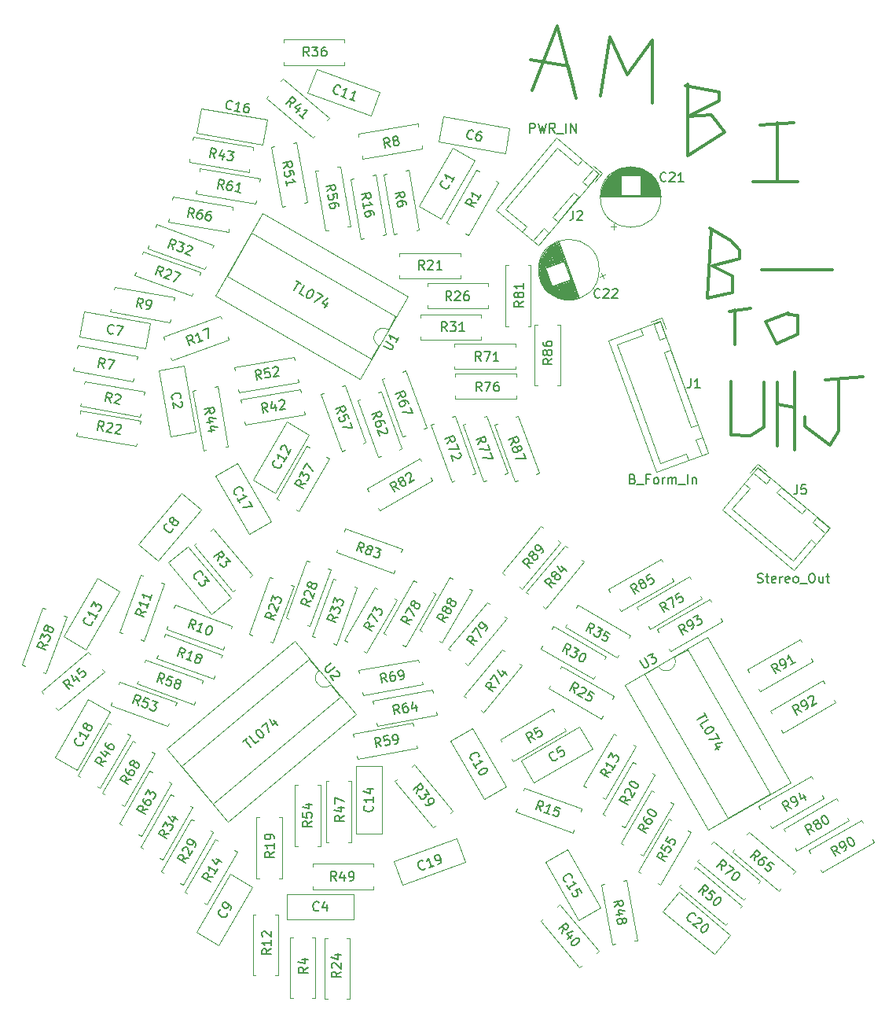
<source format=gbr>
G04 #@! TF.GenerationSoftware,KiCad,Pcbnew,(5.1.2-1)-1*
G04 #@! TF.CreationDate,2021-05-20T21:43:18-04:00*
G04 #@! TF.ProjectId,B_to_UHJ_Converter,425f746f-5f55-4484-9a5f-436f6e766572,rev?*
G04 #@! TF.SameCoordinates,Original*
G04 #@! TF.FileFunction,Legend,Top*
G04 #@! TF.FilePolarity,Positive*
%FSLAX46Y46*%
G04 Gerber Fmt 4.6, Leading zero omitted, Abs format (unit mm)*
G04 Created by KiCad (PCBNEW (5.1.2-1)-1) date 2021-05-20 21:43:18*
%MOMM*%
%LPD*%
G04 APERTURE LIST*
%ADD10C,0.350000*%
%ADD11C,0.150000*%
%ADD12C,0.120000*%
G04 APERTURE END LIST*
D10*
X99339400Y-51993800D02*
X103327200Y-51714400D01*
X97078800Y-56972200D02*
X97078800Y-56007000D01*
X99822000Y-59029600D02*
X97078800Y-56972200D01*
X100711000Y-57556400D02*
X99822000Y-59029600D01*
X100711000Y-51993800D02*
X100711000Y-57556400D01*
X96012000Y-59512200D02*
X96012000Y-51206400D01*
X96012000Y-55016400D02*
X96012000Y-59512200D01*
X94157800Y-54635400D02*
X96012000Y-55016400D01*
X94157800Y-59131200D02*
X94157800Y-54635400D01*
X94157800Y-52298600D02*
X94157800Y-59131200D01*
X92684600Y-57073800D02*
X92684600Y-52298600D01*
X91236800Y-58039000D02*
X92684600Y-57073800D01*
X89179400Y-57962800D02*
X91236800Y-58039000D01*
X89179400Y-52197000D02*
X89179400Y-57962800D01*
X96316800Y-45059600D02*
X95326200Y-44958000D01*
X96316800Y-47117000D02*
X96316800Y-45059600D01*
X94056200Y-48082200D02*
X96316800Y-47117000D01*
X92887800Y-45745400D02*
X94056200Y-48082200D01*
X95326200Y-44780200D02*
X92887800Y-45745400D01*
X88976200Y-44678600D02*
X91236800Y-44272200D01*
X89560400Y-44475400D02*
X89560400Y-48183800D01*
X92405200Y-40182800D02*
X100025200Y-40182800D01*
X89179400Y-37058600D02*
X86842600Y-35687000D01*
X90043000Y-38023800D02*
X89179400Y-37058600D01*
X90043000Y-39014400D02*
X90043000Y-38023800D01*
X87122000Y-39776400D02*
X90043000Y-39014400D01*
X89281000Y-40868600D02*
X87122000Y-39776400D01*
X89281000Y-42621200D02*
X89281000Y-40868600D01*
X86639400Y-43205400D02*
X89281000Y-42621200D01*
X87020400Y-35788600D02*
X86639400Y-43205400D01*
X92303600Y-24561800D02*
X95910400Y-24358600D01*
X91516200Y-30708600D02*
X96316800Y-30708600D01*
X94157800Y-30708600D02*
X91516200Y-30708600D01*
X94157800Y-24358600D02*
X94157800Y-30708600D01*
X87909400Y-21031200D02*
X84201000Y-20345400D01*
X87909400Y-21920200D02*
X87909400Y-21031200D01*
X84582000Y-23672800D02*
X87909400Y-21920200D01*
X87020400Y-23469600D02*
X84582000Y-23672800D01*
X88493600Y-25323800D02*
X87020400Y-23469600D01*
X84480400Y-27863800D02*
X88493600Y-25323800D01*
X84480400Y-20167600D02*
X84480400Y-27863800D01*
X80670400Y-15468600D02*
X80670400Y-22199600D01*
X77952600Y-19177000D02*
X80670400Y-15468600D01*
X76098400Y-15087600D02*
X77952600Y-19177000D01*
X75107800Y-21437600D02*
X76098400Y-15087600D01*
X71602600Y-18211800D02*
X67589400Y-17526000D01*
X72466200Y-21717000D02*
X71602600Y-18211800D01*
X70434200Y-13944600D02*
X72466200Y-21717000D01*
X67691000Y-20828000D02*
X70434200Y-13944600D01*
D11*
X67475409Y-25395180D02*
X67475409Y-24395180D01*
X67856361Y-24395180D01*
X67951600Y-24442800D01*
X67999219Y-24490419D01*
X68046838Y-24585657D01*
X68046838Y-24728514D01*
X67999219Y-24823752D01*
X67951600Y-24871371D01*
X67856361Y-24918990D01*
X67475409Y-24918990D01*
X68380171Y-24395180D02*
X68618266Y-25395180D01*
X68808742Y-24680895D01*
X68999219Y-25395180D01*
X69237314Y-24395180D01*
X70189695Y-25395180D02*
X69856361Y-24918990D01*
X69618266Y-25395180D02*
X69618266Y-24395180D01*
X69999219Y-24395180D01*
X70094457Y-24442800D01*
X70142076Y-24490419D01*
X70189695Y-24585657D01*
X70189695Y-24728514D01*
X70142076Y-24823752D01*
X70094457Y-24871371D01*
X69999219Y-24918990D01*
X69618266Y-24918990D01*
X70380171Y-25490419D02*
X71142076Y-25490419D01*
X71380171Y-25395180D02*
X71380171Y-24395180D01*
X71856361Y-25395180D02*
X71856361Y-24395180D01*
X72427790Y-25395180D01*
X72427790Y-24395180D01*
X78575304Y-62691971D02*
X78718161Y-62739590D01*
X78765780Y-62787209D01*
X78813400Y-62882447D01*
X78813400Y-63025304D01*
X78765780Y-63120542D01*
X78718161Y-63168161D01*
X78622923Y-63215780D01*
X78241971Y-63215780D01*
X78241971Y-62215780D01*
X78575304Y-62215780D01*
X78670542Y-62263400D01*
X78718161Y-62311019D01*
X78765780Y-62406257D01*
X78765780Y-62501495D01*
X78718161Y-62596733D01*
X78670542Y-62644352D01*
X78575304Y-62691971D01*
X78241971Y-62691971D01*
X79003876Y-63311019D02*
X79765780Y-63311019D01*
X80337209Y-62691971D02*
X80003876Y-62691971D01*
X80003876Y-63215780D02*
X80003876Y-62215780D01*
X80480066Y-62215780D01*
X81003876Y-63215780D02*
X80908638Y-63168161D01*
X80861019Y-63120542D01*
X80813400Y-63025304D01*
X80813400Y-62739590D01*
X80861019Y-62644352D01*
X80908638Y-62596733D01*
X81003876Y-62549114D01*
X81146733Y-62549114D01*
X81241971Y-62596733D01*
X81289590Y-62644352D01*
X81337209Y-62739590D01*
X81337209Y-63025304D01*
X81289590Y-63120542D01*
X81241971Y-63168161D01*
X81146733Y-63215780D01*
X81003876Y-63215780D01*
X81765780Y-63215780D02*
X81765780Y-62549114D01*
X81765780Y-62739590D02*
X81813400Y-62644352D01*
X81861019Y-62596733D01*
X81956257Y-62549114D01*
X82051495Y-62549114D01*
X82384828Y-63215780D02*
X82384828Y-62549114D01*
X82384828Y-62644352D02*
X82432447Y-62596733D01*
X82527685Y-62549114D01*
X82670542Y-62549114D01*
X82765780Y-62596733D01*
X82813400Y-62691971D01*
X82813400Y-63215780D01*
X82813400Y-62691971D02*
X82861019Y-62596733D01*
X82956257Y-62549114D01*
X83099114Y-62549114D01*
X83194352Y-62596733D01*
X83241971Y-62691971D01*
X83241971Y-63215780D01*
X83480066Y-63311019D02*
X84241971Y-63311019D01*
X84480066Y-63215780D02*
X84480066Y-62215780D01*
X84956257Y-62549114D02*
X84956257Y-63215780D01*
X84956257Y-62644352D02*
X85003876Y-62596733D01*
X85099114Y-62549114D01*
X85241971Y-62549114D01*
X85337209Y-62596733D01*
X85384828Y-62691971D01*
X85384828Y-63215780D01*
X92000866Y-73810761D02*
X92143723Y-73858380D01*
X92381819Y-73858380D01*
X92477057Y-73810761D01*
X92524676Y-73763142D01*
X92572295Y-73667904D01*
X92572295Y-73572666D01*
X92524676Y-73477428D01*
X92477057Y-73429809D01*
X92381819Y-73382190D01*
X92191342Y-73334571D01*
X92096104Y-73286952D01*
X92048485Y-73239333D01*
X92000866Y-73144095D01*
X92000866Y-73048857D01*
X92048485Y-72953619D01*
X92096104Y-72906000D01*
X92191342Y-72858380D01*
X92429438Y-72858380D01*
X92572295Y-72906000D01*
X92858009Y-73191714D02*
X93238961Y-73191714D01*
X93000866Y-72858380D02*
X93000866Y-73715523D01*
X93048485Y-73810761D01*
X93143723Y-73858380D01*
X93238961Y-73858380D01*
X93953247Y-73810761D02*
X93858009Y-73858380D01*
X93667533Y-73858380D01*
X93572295Y-73810761D01*
X93524676Y-73715523D01*
X93524676Y-73334571D01*
X93572295Y-73239333D01*
X93667533Y-73191714D01*
X93858009Y-73191714D01*
X93953247Y-73239333D01*
X94000866Y-73334571D01*
X94000866Y-73429809D01*
X93524676Y-73525047D01*
X94429438Y-73858380D02*
X94429438Y-73191714D01*
X94429438Y-73382190D02*
X94477057Y-73286952D01*
X94524676Y-73239333D01*
X94619914Y-73191714D01*
X94715152Y-73191714D01*
X95429438Y-73810761D02*
X95334200Y-73858380D01*
X95143723Y-73858380D01*
X95048485Y-73810761D01*
X95000866Y-73715523D01*
X95000866Y-73334571D01*
X95048485Y-73239333D01*
X95143723Y-73191714D01*
X95334200Y-73191714D01*
X95429438Y-73239333D01*
X95477057Y-73334571D01*
X95477057Y-73429809D01*
X95000866Y-73525047D01*
X96048485Y-73858380D02*
X95953247Y-73810761D01*
X95905628Y-73763142D01*
X95858009Y-73667904D01*
X95858009Y-73382190D01*
X95905628Y-73286952D01*
X95953247Y-73239333D01*
X96048485Y-73191714D01*
X96191342Y-73191714D01*
X96286580Y-73239333D01*
X96334200Y-73286952D01*
X96381819Y-73382190D01*
X96381819Y-73667904D01*
X96334200Y-73763142D01*
X96286580Y-73810761D01*
X96191342Y-73858380D01*
X96048485Y-73858380D01*
X96572295Y-73953619D02*
X97334200Y-73953619D01*
X97762771Y-72858380D02*
X97953247Y-72858380D01*
X98048485Y-72906000D01*
X98143723Y-73001238D01*
X98191342Y-73191714D01*
X98191342Y-73525047D01*
X98143723Y-73715523D01*
X98048485Y-73810761D01*
X97953247Y-73858380D01*
X97762771Y-73858380D01*
X97667533Y-73810761D01*
X97572295Y-73715523D01*
X97524676Y-73525047D01*
X97524676Y-73191714D01*
X97572295Y-73001238D01*
X97667533Y-72906000D01*
X97762771Y-72858380D01*
X99048485Y-73191714D02*
X99048485Y-73858380D01*
X98619914Y-73191714D02*
X98619914Y-73715523D01*
X98667533Y-73810761D01*
X98762771Y-73858380D01*
X98905628Y-73858380D01*
X99000866Y-73810761D01*
X99048485Y-73763142D01*
X99381819Y-73191714D02*
X99762771Y-73191714D01*
X99524676Y-72858380D02*
X99524676Y-73715523D01*
X99572295Y-73810761D01*
X99667533Y-73858380D01*
X99762771Y-73858380D01*
X86257328Y-87807041D02*
X86543042Y-88301913D01*
X85534159Y-88554477D02*
X86400185Y-88054477D01*
X86081778Y-89502981D02*
X85843683Y-89090588D01*
X86709709Y-88590588D01*
X87209709Y-89456613D02*
X87257328Y-89539092D01*
X87263707Y-89645380D01*
X87246278Y-89710429D01*
X87187609Y-89799287D01*
X87046461Y-89935764D01*
X86840264Y-90054812D01*
X86651498Y-90108811D01*
X86545209Y-90115191D01*
X86480161Y-90097761D01*
X86391302Y-90039092D01*
X86343683Y-89956613D01*
X86337304Y-89850325D01*
X86354733Y-89785276D01*
X86413402Y-89696418D01*
X86554550Y-89559940D01*
X86760747Y-89440893D01*
X86949513Y-89386894D01*
X87055801Y-89380514D01*
X87120850Y-89397944D01*
X87209709Y-89456613D01*
X87543042Y-90033963D02*
X87876375Y-90611314D01*
X86796064Y-90740160D01*
X87992462Y-91479048D02*
X87415112Y-91812382D01*
X88203329Y-91082376D02*
X87465692Y-91233322D01*
X87775216Y-91769433D01*
X36581912Y-90985597D02*
X37019652Y-90618289D01*
X37443570Y-91567987D02*
X36800782Y-90801943D01*
X38282571Y-90863982D02*
X37917788Y-91170071D01*
X37275000Y-90404027D01*
X38041044Y-89761239D02*
X38114001Y-89700021D01*
X38217567Y-89675282D01*
X38284654Y-89681151D01*
X38382350Y-89723499D01*
X38541264Y-89838803D01*
X38694309Y-90021195D01*
X38780266Y-90197717D01*
X38805006Y-90301282D01*
X38799136Y-90368370D01*
X38756789Y-90466066D01*
X38683832Y-90527284D01*
X38580266Y-90552023D01*
X38513179Y-90546154D01*
X38415483Y-90503806D01*
X38256569Y-90388502D01*
X38103524Y-90206110D01*
X38017567Y-90029588D01*
X37992827Y-89926023D01*
X37998697Y-89858935D01*
X38041044Y-89761239D01*
X38551741Y-89332714D02*
X39062437Y-88904189D01*
X39376920Y-89945714D01*
X39896831Y-88639185D02*
X40325356Y-89149882D01*
X39469568Y-88500404D02*
X39746310Y-89200623D01*
X40220528Y-88802707D01*
X42355260Y-41366824D02*
X42850132Y-41652538D01*
X42102696Y-42375706D02*
X42602696Y-41509681D01*
X43051200Y-42923325D02*
X42638807Y-42685230D01*
X43138807Y-41819205D01*
X44004832Y-42319205D02*
X44087311Y-42366824D01*
X44145980Y-42455682D01*
X44163410Y-42520731D01*
X44157030Y-42627019D01*
X44103031Y-42815786D01*
X43983983Y-43021982D01*
X43847506Y-43163130D01*
X43758648Y-43221799D01*
X43693599Y-43239229D01*
X43587311Y-43232849D01*
X43504832Y-43185230D01*
X43446163Y-43096372D01*
X43428733Y-43031323D01*
X43435113Y-42925035D01*
X43489112Y-42736268D01*
X43608159Y-42530071D01*
X43744637Y-42388924D01*
X43833495Y-42330255D01*
X43898544Y-42312825D01*
X44004832Y-42319205D01*
X44582182Y-42652538D02*
X45159533Y-42985871D01*
X44288379Y-43637611D01*
X45693934Y-43679308D02*
X45360601Y-44256659D01*
X45678214Y-43230346D02*
X45114874Y-43729888D01*
X45650985Y-44039412D01*
D12*
X25972329Y-82447012D02*
X26085196Y-82136913D01*
X26085196Y-82136913D02*
X32230785Y-84373725D01*
X32230785Y-84373725D02*
X32117919Y-84683823D01*
X25260927Y-84401572D02*
X25148060Y-84711671D01*
X25148060Y-84711671D02*
X31293650Y-86948483D01*
X31293650Y-86948483D02*
X31406517Y-86638384D01*
X86579670Y-79720258D02*
X77676929Y-84860258D01*
X95589670Y-95326035D02*
X86579670Y-79720258D01*
X86686929Y-100466035D02*
X95589670Y-95326035D01*
X77676929Y-84860258D02*
X86686929Y-100466035D01*
X84453267Y-81017219D02*
X83024325Y-81842219D01*
X93403267Y-96519074D02*
X84453267Y-81017219D01*
X88813332Y-99169074D02*
X93403267Y-96519074D01*
X79863332Y-83667219D02*
X88813332Y-99169074D01*
X81292274Y-82842219D02*
X79863332Y-83667219D01*
X83024326Y-81842219D02*
G75*
G02X81292274Y-82842219I-866026J-500000D01*
G01*
X48734548Y-87997177D02*
X42126691Y-80122240D01*
X34930427Y-99580210D02*
X48734548Y-87997177D01*
X28322570Y-91705273D02*
X34930427Y-99580210D01*
X42126691Y-80122240D02*
X28322570Y-91705273D01*
X47088044Y-86128294D02*
X46027445Y-84864320D01*
X33375849Y-97634192D02*
X47088044Y-86128294D01*
X29969074Y-93574156D02*
X33375849Y-97634192D01*
X43681270Y-82068258D02*
X29969074Y-93574156D01*
X44741869Y-83332231D02*
X43681270Y-82068258D01*
X46027445Y-84864321D02*
G75*
G02X44741869Y-83332231I-642788J766045D01*
G01*
X59175135Y-27042065D02*
X61548045Y-28412065D01*
X55555135Y-33312088D02*
X57928045Y-34682088D01*
X57928045Y-34682088D02*
X61548045Y-28412065D01*
X55555135Y-33312088D02*
X59175135Y-27042065D01*
X31439557Y-57617014D02*
X28741184Y-58092810D01*
X30182345Y-50487006D02*
X27483971Y-50962802D01*
X27483971Y-50962802D02*
X28741184Y-58092810D01*
X30182345Y-50487006D02*
X31439557Y-57617014D01*
X28517475Y-71694317D02*
X30616437Y-69933079D01*
X33171257Y-77240479D02*
X35270219Y-75479241D01*
X35270219Y-75479241D02*
X30616437Y-69933079D01*
X33171257Y-77240479D02*
X28517475Y-71694317D01*
X48539106Y-107359144D02*
X48539106Y-110099144D01*
X41299106Y-107359144D02*
X41299106Y-110099144D01*
X41299106Y-110099144D02*
X48539106Y-110099144D01*
X41299106Y-107359144D02*
X48539106Y-107359144D01*
X72829496Y-89377256D02*
X74199496Y-91750166D01*
X66559473Y-92997256D02*
X67929473Y-95370166D01*
X67929473Y-95370166D02*
X74199496Y-91750166D01*
X66559473Y-92997256D02*
X72829496Y-89377256D01*
X64805189Y-27607711D02*
X57675181Y-26350498D01*
X65280985Y-24909337D02*
X58150977Y-23652125D01*
X64805189Y-27607711D02*
X65280985Y-24909337D01*
X57675181Y-26350498D02*
X58150977Y-23652125D01*
X26092291Y-48625718D02*
X18962283Y-47368505D01*
X26568087Y-45927344D02*
X19438079Y-44670132D01*
X26092291Y-48625718D02*
X26568087Y-45927344D01*
X18962283Y-47368505D02*
X19438079Y-44670132D01*
X32087992Y-65943105D02*
X27434210Y-71489267D01*
X29989030Y-64181867D02*
X25335248Y-69728029D01*
X32087992Y-65943105D02*
X29989030Y-64181867D01*
X27434210Y-71489267D02*
X25335248Y-69728029D01*
X37563873Y-106582949D02*
X33943873Y-112852972D01*
X35190963Y-105212949D02*
X31570963Y-111482972D01*
X37563873Y-106582949D02*
X35190963Y-105212949D01*
X33943873Y-112852972D02*
X31570963Y-111482972D01*
X61302173Y-89528549D02*
X64922173Y-95798572D01*
X58929263Y-90898549D02*
X62549263Y-97168572D01*
X61302173Y-89528549D02*
X58929263Y-90898549D01*
X64922173Y-95798572D02*
X62549263Y-97168572D01*
X51285687Y-21021669D02*
X50348552Y-23596427D01*
X44482313Y-18545444D02*
X43545178Y-21120201D01*
X43545178Y-21120201D02*
X50348552Y-23596427D01*
X44482313Y-18545444D02*
X51285687Y-21021669D01*
X40052330Y-64174569D02*
X37679420Y-62804569D01*
X43672330Y-57904546D02*
X41299420Y-56534546D01*
X41299420Y-56534546D02*
X37679420Y-62804569D01*
X43672330Y-57904546D02*
X40052330Y-64174569D01*
X20888719Y-73382376D02*
X23261629Y-74752376D01*
X17268719Y-79652399D02*
X19641629Y-81022399D01*
X19641629Y-81022399D02*
X23261629Y-74752376D01*
X17268719Y-79652399D02*
X20888719Y-73382376D01*
X51504491Y-100848449D02*
X48764491Y-100848449D01*
X51504491Y-93608449D02*
X48764491Y-93608449D01*
X48764491Y-93608449D02*
X48764491Y-100848449D01*
X51504491Y-93608449D02*
X51504491Y-100848449D01*
X69115595Y-103939314D02*
X71488505Y-102569314D01*
X72735595Y-110209337D02*
X75108505Y-108839337D01*
X75108505Y-108839337D02*
X71488505Y-102569314D01*
X72735595Y-110209337D02*
X69115595Y-103939314D01*
X38706793Y-26725958D02*
X31576785Y-25468745D01*
X39182589Y-24027584D02*
X32052581Y-22770372D01*
X38706793Y-26725958D02*
X39182589Y-24027584D01*
X31576785Y-25468745D02*
X32052581Y-22770372D01*
X37212023Y-68600426D02*
X33592023Y-62330403D01*
X39584933Y-67230426D02*
X35964933Y-60960403D01*
X37212023Y-68600426D02*
X39584933Y-67230426D01*
X33592023Y-62330403D02*
X35964933Y-60960403D01*
X22276699Y-87771675D02*
X18656699Y-94041698D01*
X19903789Y-86401675D02*
X16283789Y-92671698D01*
X22276699Y-87771675D02*
X19903789Y-86401675D01*
X18656699Y-94041698D02*
X16283789Y-92671698D01*
X60528235Y-103930778D02*
X53724861Y-106407004D01*
X59591100Y-101356021D02*
X52787726Y-103832246D01*
X60528235Y-103930778D02*
X59591100Y-101356021D01*
X53724861Y-106407004D02*
X52787726Y-103832246D01*
X83538994Y-107110903D02*
X89085156Y-111764685D01*
X81777756Y-109209865D02*
X87323918Y-113863647D01*
X83538994Y-107110903D02*
X81777756Y-109209865D01*
X89085156Y-111764685D02*
X87323918Y-113863647D01*
X76179600Y-35514041D02*
X76809600Y-35514041D01*
X76494600Y-35829041D02*
X76494600Y-35199041D01*
X77931600Y-29087800D02*
X78735600Y-29087800D01*
X77700600Y-29127800D02*
X78966600Y-29127800D01*
X77531600Y-29167800D02*
X79135600Y-29167800D01*
X77393600Y-29207800D02*
X79273600Y-29207800D01*
X77274600Y-29247800D02*
X79392600Y-29247800D01*
X77168600Y-29287800D02*
X79498600Y-29287800D01*
X77071600Y-29327800D02*
X79595600Y-29327800D01*
X76983600Y-29367800D02*
X79683600Y-29367800D01*
X76901600Y-29407800D02*
X79765600Y-29407800D01*
X76824600Y-29447800D02*
X79842600Y-29447800D01*
X76752600Y-29487800D02*
X79914600Y-29487800D01*
X76683600Y-29527800D02*
X79983600Y-29527800D01*
X76619600Y-29567800D02*
X80047600Y-29567800D01*
X76557600Y-29607800D02*
X80109600Y-29607800D01*
X76499600Y-29647800D02*
X80167600Y-29647800D01*
X76443600Y-29687800D02*
X80223600Y-29687800D01*
X76389600Y-29727800D02*
X80277600Y-29727800D01*
X76338600Y-29767800D02*
X80328600Y-29767800D01*
X76289600Y-29807800D02*
X80377600Y-29807800D01*
X76241600Y-29847800D02*
X80425600Y-29847800D01*
X76196600Y-29887800D02*
X80470600Y-29887800D01*
X76151600Y-29927800D02*
X80515600Y-29927800D01*
X76109600Y-29967800D02*
X80557600Y-29967800D01*
X76068600Y-30007800D02*
X80598600Y-30007800D01*
X79373600Y-30047800D02*
X80638600Y-30047800D01*
X76028600Y-30047800D02*
X77293600Y-30047800D01*
X79373600Y-30087800D02*
X80676600Y-30087800D01*
X75990600Y-30087800D02*
X77293600Y-30087800D01*
X79373600Y-30127800D02*
X80713600Y-30127800D01*
X75953600Y-30127800D02*
X77293600Y-30127800D01*
X79373600Y-30167800D02*
X80749600Y-30167800D01*
X75917600Y-30167800D02*
X77293600Y-30167800D01*
X79373600Y-30207800D02*
X80783600Y-30207800D01*
X75883600Y-30207800D02*
X77293600Y-30207800D01*
X79373600Y-30247800D02*
X80817600Y-30247800D01*
X75849600Y-30247800D02*
X77293600Y-30247800D01*
X79373600Y-30287800D02*
X80849600Y-30287800D01*
X75817600Y-30287800D02*
X77293600Y-30287800D01*
X79373600Y-30327800D02*
X80881600Y-30327800D01*
X75785600Y-30327800D02*
X77293600Y-30327800D01*
X79373600Y-30367800D02*
X80911600Y-30367800D01*
X75755600Y-30367800D02*
X77293600Y-30367800D01*
X79373600Y-30407800D02*
X80940600Y-30407800D01*
X75726600Y-30407800D02*
X77293600Y-30407800D01*
X79373600Y-30447800D02*
X80969600Y-30447800D01*
X75697600Y-30447800D02*
X77293600Y-30447800D01*
X79373600Y-30487800D02*
X80997600Y-30487800D01*
X75669600Y-30487800D02*
X77293600Y-30487800D01*
X79373600Y-30527800D02*
X81023600Y-30527800D01*
X75643600Y-30527800D02*
X77293600Y-30527800D01*
X79373600Y-30567800D02*
X81049600Y-30567800D01*
X75617600Y-30567800D02*
X77293600Y-30567800D01*
X79373600Y-30607800D02*
X81075600Y-30607800D01*
X75591600Y-30607800D02*
X77293600Y-30607800D01*
X79373600Y-30647800D02*
X81099600Y-30647800D01*
X75567600Y-30647800D02*
X77293600Y-30647800D01*
X79373600Y-30687800D02*
X81123600Y-30687800D01*
X75543600Y-30687800D02*
X77293600Y-30687800D01*
X79373600Y-30727800D02*
X81145600Y-30727800D01*
X75521600Y-30727800D02*
X77293600Y-30727800D01*
X79373600Y-30767800D02*
X81167600Y-30767800D01*
X75499600Y-30767800D02*
X77293600Y-30767800D01*
X79373600Y-30807800D02*
X81189600Y-30807800D01*
X75477600Y-30807800D02*
X77293600Y-30807800D01*
X79373600Y-30847800D02*
X81209600Y-30847800D01*
X75457600Y-30847800D02*
X77293600Y-30847800D01*
X79373600Y-30887800D02*
X81229600Y-30887800D01*
X75437600Y-30887800D02*
X77293600Y-30887800D01*
X79373600Y-30927800D02*
X81249600Y-30927800D01*
X75417600Y-30927800D02*
X77293600Y-30927800D01*
X79373600Y-30967800D02*
X81267600Y-30967800D01*
X75399600Y-30967800D02*
X77293600Y-30967800D01*
X79373600Y-31007800D02*
X81285600Y-31007800D01*
X75381600Y-31007800D02*
X77293600Y-31007800D01*
X79373600Y-31047800D02*
X81303600Y-31047800D01*
X75363600Y-31047800D02*
X77293600Y-31047800D01*
X79373600Y-31087800D02*
X81319600Y-31087800D01*
X75347600Y-31087800D02*
X77293600Y-31087800D01*
X79373600Y-31127800D02*
X81335600Y-31127800D01*
X75331600Y-31127800D02*
X77293600Y-31127800D01*
X79373600Y-31167800D02*
X81351600Y-31167800D01*
X75315600Y-31167800D02*
X77293600Y-31167800D01*
X79373600Y-31207800D02*
X81366600Y-31207800D01*
X75300600Y-31207800D02*
X77293600Y-31207800D01*
X79373600Y-31247800D02*
X81380600Y-31247800D01*
X75286600Y-31247800D02*
X77293600Y-31247800D01*
X79373600Y-31287800D02*
X81394600Y-31287800D01*
X75272600Y-31287800D02*
X77293600Y-31287800D01*
X79373600Y-31327800D02*
X81407600Y-31327800D01*
X75259600Y-31327800D02*
X77293600Y-31327800D01*
X79373600Y-31367800D02*
X81419600Y-31367800D01*
X75247600Y-31367800D02*
X77293600Y-31367800D01*
X79373600Y-31407800D02*
X81431600Y-31407800D01*
X75235600Y-31407800D02*
X77293600Y-31407800D01*
X79373600Y-31447800D02*
X81443600Y-31447800D01*
X75223600Y-31447800D02*
X77293600Y-31447800D01*
X79373600Y-31487800D02*
X81454600Y-31487800D01*
X75212600Y-31487800D02*
X77293600Y-31487800D01*
X79373600Y-31527800D02*
X81464600Y-31527800D01*
X75202600Y-31527800D02*
X77293600Y-31527800D01*
X79373600Y-31567800D02*
X81474600Y-31567800D01*
X75192600Y-31567800D02*
X77293600Y-31567800D01*
X79373600Y-31607800D02*
X81483600Y-31607800D01*
X75183600Y-31607800D02*
X77293600Y-31607800D01*
X79373600Y-31648800D02*
X81492600Y-31648800D01*
X75174600Y-31648800D02*
X77293600Y-31648800D01*
X79373600Y-31688800D02*
X81500600Y-31688800D01*
X75166600Y-31688800D02*
X77293600Y-31688800D01*
X79373600Y-31728800D02*
X81508600Y-31728800D01*
X75158600Y-31728800D02*
X77293600Y-31728800D01*
X79373600Y-31768800D02*
X81515600Y-31768800D01*
X75151600Y-31768800D02*
X77293600Y-31768800D01*
X79373600Y-31808800D02*
X81522600Y-31808800D01*
X75144600Y-31808800D02*
X77293600Y-31808800D01*
X79373600Y-31848800D02*
X81528600Y-31848800D01*
X75138600Y-31848800D02*
X77293600Y-31848800D01*
X79373600Y-31888800D02*
X81534600Y-31888800D01*
X75132600Y-31888800D02*
X77293600Y-31888800D01*
X79373600Y-31928800D02*
X81539600Y-31928800D01*
X75127600Y-31928800D02*
X77293600Y-31928800D01*
X79373600Y-31968800D02*
X81544600Y-31968800D01*
X75122600Y-31968800D02*
X77293600Y-31968800D01*
X79373600Y-32008800D02*
X81548600Y-32008800D01*
X75118600Y-32008800D02*
X77293600Y-32008800D01*
X79373600Y-32048800D02*
X81551600Y-32048800D01*
X75115600Y-32048800D02*
X77293600Y-32048800D01*
X79373600Y-32088800D02*
X81555600Y-32088800D01*
X75111600Y-32088800D02*
X77293600Y-32088800D01*
X75109600Y-32128800D02*
X81557600Y-32128800D01*
X75106600Y-32168800D02*
X81560600Y-32168800D01*
X75105600Y-32208800D02*
X81561600Y-32208800D01*
X75103600Y-32248800D02*
X81563600Y-32248800D01*
X75103600Y-32288800D02*
X81563600Y-32288800D01*
X75103600Y-32328800D02*
X81563600Y-32328800D01*
X81603600Y-32328800D02*
G75*
G03X81603600Y-32328800I-3270000J0D01*
G01*
X74942584Y-40153125D02*
G75*
G03X74942584Y-40153125I-3270000J0D01*
G01*
X72777309Y-43188332D02*
X70567859Y-37117918D01*
X72739722Y-43202013D02*
X70530271Y-37131599D01*
X72702134Y-43215694D02*
X70492684Y-37145280D01*
X72663862Y-43227495D02*
X70455780Y-37160840D01*
X72625932Y-43240236D02*
X70418534Y-37175460D01*
X72587319Y-43251098D02*
X70381973Y-37191960D01*
X72549047Y-43262900D02*
X71802759Y-41212490D01*
X71091357Y-39257930D02*
X70345069Y-37207520D01*
X72510091Y-43272822D02*
X71765171Y-41226171D01*
X71053769Y-39271610D02*
X70308849Y-37224960D01*
X72471477Y-43283683D02*
X71727584Y-41239852D01*
X71016182Y-39285291D02*
X70272288Y-37241460D01*
X72432522Y-43293605D02*
X71689996Y-41253533D01*
X70978594Y-39298972D02*
X70236068Y-37258899D01*
X72393224Y-43302588D02*
X71652408Y-41267214D01*
X70941006Y-39312653D02*
X70200191Y-37277279D01*
X72353926Y-43311570D02*
X71614820Y-41280894D01*
X70903419Y-39326334D02*
X70164313Y-37295658D01*
X72314286Y-43319613D02*
X71577233Y-41294575D01*
X70865831Y-39340015D02*
X70128777Y-37314977D01*
X72274646Y-43327655D02*
X71539645Y-41308256D01*
X70828243Y-39353695D02*
X70093242Y-37334296D01*
X72234664Y-43334758D02*
X71502057Y-41321937D01*
X70790655Y-39367376D02*
X70058048Y-37354555D01*
X72194683Y-43341861D02*
X71464470Y-41335618D01*
X70753068Y-39381057D02*
X70022855Y-37374813D01*
X72154359Y-43348025D02*
X71426882Y-41349298D01*
X70715480Y-39394738D02*
X69988003Y-37396012D01*
X72114035Y-43354188D02*
X71389294Y-41362979D01*
X70677892Y-39408419D02*
X69953152Y-37417210D01*
X72072429Y-43359753D02*
X71350767Y-41377002D01*
X70639365Y-39422441D02*
X69917702Y-37439690D01*
X72031763Y-43364977D02*
X71313179Y-41390683D01*
X70601777Y-39436122D02*
X69883193Y-37461828D01*
X71990756Y-43369261D02*
X71275591Y-41404364D01*
X70564189Y-39449803D02*
X69849025Y-37484906D01*
X71949748Y-43373545D02*
X71238004Y-41418044D01*
X70526602Y-39463484D02*
X69814858Y-37507983D01*
X71908398Y-43376889D02*
X71200416Y-41431725D01*
X70489014Y-39477165D02*
X69781032Y-37532001D01*
X71866706Y-43379293D02*
X71162828Y-41445406D01*
X70451426Y-39490845D02*
X69747549Y-37556958D01*
X71825014Y-43381698D02*
X71125241Y-41459087D01*
X70413839Y-39504526D02*
X69714065Y-37581915D01*
X71783322Y-43384102D02*
X71087653Y-41472768D01*
X70376251Y-39518207D02*
X69680582Y-37606872D01*
X71741288Y-43385567D02*
X71050065Y-41486448D01*
X70338663Y-39531888D02*
X69647441Y-37632769D01*
X71698912Y-43386092D02*
X71012477Y-41500129D01*
X70301076Y-39545569D02*
X69614641Y-37659606D01*
X71656536Y-43386617D02*
X70974890Y-41513810D01*
X70263488Y-39559249D02*
X69581842Y-37686442D01*
X71613818Y-43386203D02*
X70937302Y-41527491D01*
X70225900Y-39572930D02*
X69549384Y-37714218D01*
X71570758Y-43384849D02*
X70899714Y-41541172D01*
X70188312Y-39586611D02*
X69517269Y-37742934D01*
X71527698Y-43383494D02*
X70862127Y-41554853D01*
X70150725Y-39600292D02*
X69485154Y-37771650D01*
X71484638Y-43382140D02*
X70824539Y-41568533D01*
X70113137Y-39613973D02*
X69453038Y-37800366D01*
X71440894Y-43378906D02*
X70786951Y-41582214D01*
X70075549Y-39627653D02*
X69421607Y-37830961D01*
X71397150Y-43375673D02*
X70749364Y-41595895D01*
X70037962Y-39641334D02*
X69390175Y-37861556D01*
X71353406Y-43372439D02*
X70711776Y-41609576D01*
X70000374Y-39655015D02*
X69358744Y-37892152D01*
X71308977Y-43367326D02*
X70674188Y-41623257D01*
X69962786Y-39668696D02*
X69327997Y-37924626D01*
X71264549Y-43362213D02*
X70636600Y-41636937D01*
X69925199Y-39682377D02*
X69297250Y-37957101D01*
X71220121Y-43357100D02*
X70599013Y-41650618D01*
X69887611Y-39696057D02*
X69266502Y-37989576D01*
X71175009Y-43350108D02*
X70561425Y-41664299D01*
X69850023Y-39709738D02*
X69236439Y-38023930D01*
X71129897Y-43343115D02*
X70523837Y-41677980D01*
X69812435Y-39723419D02*
X69206376Y-38058284D01*
X71084785Y-43336123D02*
X70486250Y-41691661D01*
X69774848Y-39737100D02*
X69176312Y-38092638D01*
X71038989Y-43327251D02*
X70448662Y-41705341D01*
X69737260Y-39750781D02*
X69146933Y-38128871D01*
X70993192Y-43318379D02*
X70411074Y-41719022D01*
X69699672Y-39764462D02*
X69117554Y-38165105D01*
X70946712Y-43307628D02*
X70373486Y-41732703D01*
X69662085Y-39778142D02*
X69088859Y-38203217D01*
X70900232Y-43296877D02*
X70335899Y-41746384D01*
X69624497Y-39791823D02*
X69060164Y-38241330D01*
X70853752Y-43286125D02*
X70298311Y-41760065D01*
X69586909Y-39805504D02*
X69031468Y-38279443D01*
X70806588Y-43273495D02*
X70260723Y-41773745D01*
X69549321Y-39819185D02*
X69003457Y-38319435D01*
X70759081Y-43259925D02*
X70223136Y-41787426D01*
X69511734Y-39832866D02*
X68975788Y-38360367D01*
X70711575Y-43246354D02*
X70185548Y-41801107D01*
X69474146Y-39846546D02*
X68948119Y-38401299D01*
X70663727Y-43231844D02*
X70147960Y-41814788D01*
X69436558Y-39860227D02*
X68920792Y-38443171D01*
X70615194Y-43215455D02*
X70110373Y-41828469D01*
X69398971Y-39873908D02*
X68894149Y-38486922D01*
X70566662Y-43199066D02*
X70072785Y-41842149D01*
X69361383Y-39887589D02*
X68867506Y-38530673D01*
X70517446Y-43180797D02*
X70035197Y-41855830D01*
X69323795Y-39901270D02*
X68841547Y-38576303D01*
X70468229Y-43162528D02*
X69997609Y-41869511D01*
X69286208Y-39914950D02*
X68815588Y-38621933D01*
X70418329Y-43142380D02*
X69960022Y-41883192D01*
X69248620Y-39928631D02*
X68790313Y-38669443D01*
X70368086Y-43121292D02*
X69922434Y-41896873D01*
X69211032Y-39942312D02*
X68765380Y-38717893D01*
X70317502Y-43099265D02*
X69884846Y-41910553D01*
X69173444Y-39955993D02*
X68740789Y-38767282D01*
X70266233Y-43075358D02*
X68716882Y-38818550D01*
X70214623Y-43050511D02*
X68693317Y-38870758D01*
X70162670Y-43024725D02*
X68670094Y-38923906D01*
X70109692Y-42996119D02*
X68647897Y-38979873D01*
X70056713Y-42967514D02*
X68625701Y-39035840D01*
X70002708Y-42936090D02*
X68604530Y-39094626D01*
X69948362Y-42903726D02*
X68583701Y-39154352D01*
X69893331Y-42869482D02*
X68563557Y-39215957D01*
X69837274Y-42832419D02*
X68544438Y-39280381D01*
X69780533Y-42793477D02*
X68526003Y-39346685D01*
X69723108Y-42752656D02*
X68508253Y-39414868D01*
X69664315Y-42708076D02*
X68491870Y-39486810D01*
X69604838Y-42661616D02*
X68476172Y-39560631D01*
X69543651Y-42610458D02*
X68462184Y-39639150D01*
X69481438Y-42556481D02*
X68449221Y-39720489D01*
X69417515Y-42497806D02*
X68437969Y-39806526D01*
X69351882Y-42434432D02*
X68428427Y-39897262D01*
X69284196Y-42365420D02*
X68420937Y-39993636D01*
X69213432Y-42287950D02*
X68416525Y-40098467D01*
X69139591Y-42202024D02*
X68415192Y-40211755D01*
X69061302Y-42103881D02*
X68418305Y-40337259D01*
X68976516Y-41987884D02*
X68427916Y-40480617D01*
X68881127Y-41842757D02*
X68448129Y-40653106D01*
X68764533Y-41639369D02*
X68489548Y-40883856D01*
X75590710Y-40684067D02*
X74998704Y-40899540D01*
X75402443Y-41087807D02*
X75186970Y-40495800D01*
X81522272Y-45698817D02*
X75912307Y-47740678D01*
X75912307Y-47740678D02*
X81083652Y-61948830D01*
X81083652Y-61948830D02*
X86693617Y-59906970D01*
X86693617Y-59906970D02*
X81522272Y-45698817D01*
X82644962Y-48812620D02*
X81940193Y-49069135D01*
X81940193Y-49069135D02*
X84847364Y-57056522D01*
X84847364Y-57056522D02*
X85552133Y-56800007D01*
X85552133Y-56800007D02*
X82644962Y-48812620D01*
X81516296Y-45711634D02*
X80811526Y-45968150D01*
X80811526Y-45968150D02*
X81427162Y-47659596D01*
X81427162Y-47659596D02*
X82131932Y-47403081D01*
X82131932Y-47403081D02*
X81516296Y-45711634D01*
X86065163Y-58209546D02*
X85360394Y-58466061D01*
X85360394Y-58466061D02*
X85976030Y-60157508D01*
X85976030Y-60157508D02*
X86680800Y-59900993D01*
X86680800Y-59900993D02*
X86065163Y-58209546D01*
X79401987Y-46481180D02*
X79658502Y-47185949D01*
X79658502Y-47185949D02*
X76886409Y-48194909D01*
X76886409Y-48194909D02*
X79212146Y-54584818D01*
X84566491Y-60670538D02*
X84309976Y-59965769D01*
X84309976Y-59965769D02*
X81537883Y-60974728D01*
X81537883Y-60974728D02*
X79212146Y-54584818D01*
X82123122Y-46501736D02*
X81695597Y-45327121D01*
X81695597Y-45327121D02*
X80520982Y-45754646D01*
X75287167Y-29759639D02*
X74329611Y-28956155D01*
X74483682Y-30717195D02*
X75287167Y-29759639D01*
X64871022Y-33616636D02*
X67635009Y-30322645D01*
X67130853Y-35512860D02*
X64871022Y-33616636D01*
X66648762Y-36087393D02*
X67130853Y-35512860D01*
X70398995Y-27028654D02*
X67635009Y-30322645D01*
X72658827Y-28924878D02*
X70398995Y-27028654D01*
X73140917Y-28350344D02*
X72658827Y-28924878D01*
X68372362Y-37533665D02*
X69529380Y-36154785D01*
X67797829Y-37051574D02*
X68372362Y-37533665D01*
X68954847Y-35672694D02*
X67797829Y-37051574D01*
X69529380Y-36154785D02*
X68954847Y-35672694D01*
X73707500Y-31175496D02*
X74864517Y-29796616D01*
X73132966Y-30693406D02*
X73707500Y-31175496D01*
X74289984Y-29314526D02*
X73132966Y-30693406D01*
X74864517Y-29796616D02*
X74289984Y-29314526D01*
X70493562Y-35005719D02*
X72743318Y-32324563D01*
X69919028Y-34523628D02*
X70493562Y-35005719D01*
X72168785Y-31842472D02*
X69919028Y-34523628D01*
X72743318Y-32324563D02*
X72168785Y-31842472D01*
X68373595Y-37547754D02*
X74878606Y-29795384D01*
X63800310Y-33710311D02*
X68373595Y-37547754D01*
X70305320Y-25957942D02*
X63800310Y-33710311D01*
X74878606Y-29795384D02*
X70305320Y-25957942D01*
X92025384Y-61443194D02*
X88187942Y-66016480D01*
X88187942Y-66016480D02*
X95940311Y-72521490D01*
X95940311Y-72521490D02*
X99777754Y-67948205D01*
X99777754Y-67948205D02*
X92025384Y-61443194D01*
X94554563Y-63578482D02*
X94072472Y-64153015D01*
X94072472Y-64153015D02*
X96753628Y-66402772D01*
X96753628Y-66402772D02*
X97235719Y-65828238D01*
X97235719Y-65828238D02*
X94554563Y-63578482D01*
X92026616Y-61457283D02*
X91544526Y-62031816D01*
X91544526Y-62031816D02*
X92923406Y-63188834D01*
X92923406Y-63188834D02*
X93405496Y-62614300D01*
X93405496Y-62614300D02*
X92026616Y-61457283D01*
X98384785Y-66792420D02*
X97902694Y-67366953D01*
X97902694Y-67366953D02*
X99281574Y-68523971D01*
X99281574Y-68523971D02*
X99763665Y-67949438D01*
X99763665Y-67949438D02*
X98384785Y-66792420D01*
X90580344Y-63180883D02*
X91154878Y-63662973D01*
X91154878Y-63662973D02*
X89258654Y-65922805D01*
X89258654Y-65922805D02*
X92552645Y-68686791D01*
X98317393Y-69673038D02*
X97742860Y-69190947D01*
X97742860Y-69190947D02*
X95846636Y-71450778D01*
X95846636Y-71450778D02*
X92552645Y-68686791D01*
X92947195Y-61838118D02*
X91989639Y-61034633D01*
X91989639Y-61034633D02*
X91186155Y-61992189D01*
X64108418Y-30752086D02*
X63822629Y-30587086D01*
X60838418Y-36415892D02*
X64108418Y-30752086D01*
X60552629Y-36250892D02*
X60838418Y-36415892D01*
X61735508Y-29382086D02*
X62021297Y-29547086D01*
X58465508Y-35045892D02*
X61735508Y-29382086D01*
X58751297Y-35210892D02*
X58465508Y-35045892D01*
X19471779Y-52477402D02*
X19529083Y-52152415D01*
X19529083Y-52152415D02*
X25969726Y-53288074D01*
X25969726Y-53288074D02*
X25912422Y-53613061D01*
X19110591Y-54525802D02*
X19053287Y-54850789D01*
X19053287Y-54850789D02*
X25493930Y-55986448D01*
X25493930Y-55986448D02*
X25551234Y-55661461D01*
X33374366Y-68023579D02*
X33121571Y-68235699D01*
X37578197Y-73033510D02*
X33374366Y-68023579D01*
X37325402Y-73245630D02*
X37578197Y-73033510D01*
X31275404Y-69784817D02*
X31528199Y-69572697D01*
X35479235Y-74794748D02*
X31275404Y-69784817D01*
X35732029Y-74582628D02*
X35479235Y-74794748D01*
X41951012Y-118591500D02*
X41621012Y-118591500D01*
X41621012Y-118591500D02*
X41621012Y-112051500D01*
X41621012Y-112051500D02*
X41951012Y-112051500D01*
X44031012Y-118591500D02*
X44361012Y-118591500D01*
X44361012Y-118591500D02*
X44361012Y-112051500D01*
X44361012Y-112051500D02*
X44031012Y-112051500D01*
X71326268Y-89801511D02*
X71161268Y-89515722D01*
X65662462Y-93071511D02*
X71326268Y-89801511D01*
X65497462Y-92785722D02*
X65662462Y-93071511D01*
X69956268Y-87428601D02*
X70121268Y-87714390D01*
X64292462Y-90698601D02*
X69956268Y-87428601D01*
X64457462Y-90984390D02*
X64292462Y-90698601D01*
X54094398Y-29483843D02*
X54419385Y-29426539D01*
X54419385Y-29426539D02*
X55555044Y-35867182D01*
X55555044Y-35867182D02*
X55230057Y-35924486D01*
X52045998Y-29845031D02*
X51721011Y-29902335D01*
X51721011Y-29902335D02*
X52856670Y-36342978D01*
X52856670Y-36342978D02*
X53181657Y-36285674D01*
X18745976Y-48321718D02*
X18688672Y-48646705D01*
X25186619Y-49457377D02*
X18745976Y-48321718D01*
X25129315Y-49782364D02*
X25186619Y-49457377D01*
X18270180Y-51020092D02*
X18327484Y-50695105D01*
X24710823Y-52155751D02*
X18270180Y-51020092D01*
X24768127Y-51830764D02*
X24710823Y-52155751D01*
X48977997Y-25540724D02*
X49035301Y-25865711D01*
X55418640Y-24405065D02*
X48977997Y-25540724D01*
X55475944Y-24730052D02*
X55418640Y-24405065D01*
X49453793Y-28239098D02*
X49396489Y-27914111D01*
X55894436Y-27103439D02*
X49453793Y-28239098D01*
X55837132Y-26778452D02*
X55894436Y-27103439D01*
X22699041Y-42315612D02*
X22756345Y-41990625D01*
X22756345Y-41990625D02*
X29196988Y-43126284D01*
X29196988Y-43126284D02*
X29139684Y-43451271D01*
X22337853Y-44364012D02*
X22280549Y-44688999D01*
X22280549Y-44688999D02*
X28721192Y-45824658D01*
X28721192Y-45824658D02*
X28778496Y-45499671D01*
X29135885Y-76559631D02*
X29248752Y-76249532D01*
X29248752Y-76249532D02*
X35394341Y-78486344D01*
X35394341Y-78486344D02*
X35281475Y-78796442D01*
X28424483Y-78514191D02*
X28311616Y-78824290D01*
X28311616Y-78824290D02*
X34457206Y-81061102D01*
X34457206Y-81061102D02*
X34570073Y-80751003D01*
X23287214Y-79170112D02*
X23597313Y-79282979D01*
X25524026Y-73024522D02*
X23287214Y-79170112D01*
X25834125Y-73137389D02*
X25524026Y-73024522D01*
X25861972Y-80107247D02*
X25551874Y-79994381D01*
X28098784Y-73961658D02*
X25861972Y-80107247D01*
X27788685Y-73848791D02*
X28098784Y-73961658D01*
X37626253Y-116108251D02*
X37956253Y-116108251D01*
X37626253Y-109568251D02*
X37626253Y-116108251D01*
X37956253Y-109568251D02*
X37626253Y-109568251D01*
X40366253Y-116108251D02*
X40036253Y-116108251D01*
X40366253Y-109568251D02*
X40366253Y-116108251D01*
X40036253Y-109568251D02*
X40366253Y-109568251D01*
X78613868Y-91282514D02*
X78899657Y-91447514D01*
X78899657Y-91447514D02*
X75629657Y-97111320D01*
X75629657Y-97111320D02*
X75343868Y-96946320D01*
X76812536Y-90242514D02*
X76526747Y-90077514D01*
X76526747Y-90077514D02*
X73256747Y-95741320D01*
X73256747Y-95741320D02*
X73542536Y-95906320D01*
X30576634Y-107261794D02*
X30290845Y-107096794D01*
X30290845Y-107096794D02*
X33560845Y-101432988D01*
X33560845Y-101432988D02*
X33846634Y-101597988D01*
X32377966Y-108301794D02*
X32663755Y-108466794D01*
X32663755Y-108466794D02*
X35933755Y-102802988D01*
X35933755Y-102802988D02*
X35647966Y-102637988D01*
X72102205Y-100740964D02*
X72215072Y-100430865D01*
X65956615Y-98504152D02*
X72102205Y-100740964D01*
X66069482Y-98194053D02*
X65956615Y-98504152D01*
X73039340Y-98166206D02*
X72926474Y-98476304D01*
X66893751Y-95929394D02*
X73039340Y-98166206D01*
X66780884Y-96239493D02*
X66893751Y-95929394D01*
X50515295Y-29995293D02*
X50840282Y-29937989D01*
X50840282Y-29937989D02*
X51975941Y-36378632D01*
X51975941Y-36378632D02*
X51650954Y-36435936D01*
X48466895Y-30356481D02*
X48141908Y-30413785D01*
X48141908Y-30413785D02*
X49277567Y-36854428D01*
X49277567Y-36854428D02*
X49602554Y-36797124D01*
X35066218Y-47692803D02*
X34953352Y-47382705D01*
X28920629Y-49929615D02*
X35066218Y-47692803D01*
X28807762Y-49619516D02*
X28920629Y-49929615D01*
X34129083Y-45118045D02*
X34241950Y-45428144D01*
X27983493Y-47354857D02*
X34129083Y-45118045D01*
X28096360Y-47664956D02*
X27983493Y-47354857D01*
X28086322Y-79695020D02*
X28199189Y-79384921D01*
X28199189Y-79384921D02*
X34344778Y-81621733D01*
X34344778Y-81621733D02*
X34231912Y-81931831D01*
X27374920Y-81649580D02*
X27262053Y-81959679D01*
X27262053Y-81959679D02*
X33407643Y-84196491D01*
X33407643Y-84196491D02*
X33520510Y-83886392D01*
X40780067Y-99114218D02*
X40450067Y-99114218D01*
X40780067Y-105654218D02*
X40780067Y-99114218D01*
X40450067Y-105654218D02*
X40780067Y-105654218D01*
X38040067Y-99114218D02*
X38370067Y-99114218D01*
X38040067Y-105654218D02*
X38040067Y-99114218D01*
X38370067Y-105654218D02*
X38040067Y-105654218D01*
X75607895Y-98954915D02*
X75322106Y-98789915D01*
X75322106Y-98789915D02*
X78592106Y-93126109D01*
X78592106Y-93126109D02*
X78877895Y-93291109D01*
X77409227Y-99994915D02*
X77695016Y-100159915D01*
X77695016Y-100159915D02*
X80965016Y-94496109D01*
X80965016Y-94496109D02*
X80679227Y-94331109D01*
X53434901Y-38700897D02*
X53434901Y-38370897D01*
X53434901Y-38370897D02*
X59974901Y-38370897D01*
X59974901Y-38370897D02*
X59974901Y-38700897D01*
X53434901Y-40780897D02*
X53434901Y-41110897D01*
X53434901Y-41110897D02*
X59974901Y-41110897D01*
X59974901Y-41110897D02*
X59974901Y-40780897D01*
X25041889Y-59157003D02*
X25099193Y-58832016D01*
X18601246Y-58021344D02*
X25041889Y-59157003D01*
X18658550Y-57696357D02*
X18601246Y-58021344D01*
X25517685Y-56458629D02*
X25460381Y-56783616D01*
X19077042Y-55322970D02*
X25517685Y-56458629D01*
X19019738Y-55647957D02*
X19077042Y-55322970D01*
X37537932Y-79505477D02*
X37227833Y-79392610D01*
X37227833Y-79392610D02*
X39464645Y-73247021D01*
X39464645Y-73247021D02*
X39774743Y-73359887D01*
X39492492Y-80216879D02*
X39802591Y-80329746D01*
X39802591Y-80329746D02*
X42039403Y-74184156D01*
X42039403Y-74184156D02*
X41729304Y-74071289D01*
X48089558Y-112132508D02*
X47759558Y-112132508D01*
X48089558Y-118672508D02*
X48089558Y-112132508D01*
X47759558Y-118672508D02*
X48089558Y-118672508D01*
X45349558Y-112132508D02*
X45679558Y-112132508D01*
X45349558Y-118672508D02*
X45349558Y-112132508D01*
X45679558Y-118672508D02*
X45349558Y-118672508D01*
X75351355Y-88179297D02*
X75186355Y-88465086D01*
X75186355Y-88465086D02*
X69522549Y-85195086D01*
X69522549Y-85195086D02*
X69687549Y-84909297D01*
X76391355Y-86377965D02*
X76556355Y-86092176D01*
X76556355Y-86092176D02*
X70892549Y-82822176D01*
X70892549Y-82822176D02*
X70727549Y-83107965D01*
X56461364Y-41568119D02*
X56461364Y-41898119D01*
X63001364Y-41568119D02*
X56461364Y-41568119D01*
X63001364Y-41898119D02*
X63001364Y-41568119D01*
X56461364Y-44308119D02*
X56461364Y-43978119D01*
X63001364Y-44308119D02*
X56461364Y-44308119D01*
X63001364Y-43978119D02*
X63001364Y-44308119D01*
X25728128Y-38484021D02*
X25840995Y-38173922D01*
X25840995Y-38173922D02*
X31986584Y-40410734D01*
X31986584Y-40410734D02*
X31873718Y-40720832D01*
X25016726Y-40438581D02*
X24903859Y-40748680D01*
X24903859Y-40748680D02*
X31049449Y-42985492D01*
X31049449Y-42985492D02*
X31162316Y-42675393D01*
X41199698Y-77618214D02*
X41509797Y-77731081D01*
X43436510Y-71472624D02*
X41199698Y-77618214D01*
X43746609Y-71585491D02*
X43436510Y-71472624D01*
X43774456Y-78555349D02*
X43464358Y-78442483D01*
X46011268Y-72409760D02*
X43774456Y-78555349D01*
X45701169Y-72296893D02*
X46011268Y-72409760D01*
X28008011Y-105133193D02*
X27722222Y-104968193D01*
X27722222Y-104968193D02*
X30992222Y-99304387D01*
X30992222Y-99304387D02*
X31278011Y-99469387D01*
X29809343Y-106173193D02*
X30095132Y-106338193D01*
X30095132Y-106338193D02*
X33365132Y-100674387D01*
X33365132Y-100674387D02*
X33079343Y-100509387D01*
X74287524Y-84200627D02*
X74452524Y-83914838D01*
X68623718Y-80930627D02*
X74287524Y-84200627D01*
X68788718Y-80644838D02*
X68623718Y-80930627D01*
X75657524Y-81827717D02*
X75492524Y-82113506D01*
X69993718Y-78557717D02*
X75657524Y-81827717D01*
X69828718Y-78843506D02*
X69993718Y-78557717D01*
X55708473Y-45316993D02*
X55708473Y-44986993D01*
X55708473Y-44986993D02*
X62248473Y-44986993D01*
X62248473Y-44986993D02*
X62248473Y-45316993D01*
X55708473Y-47396993D02*
X55708473Y-47726993D01*
X55708473Y-47726993D02*
X62248473Y-47726993D01*
X62248473Y-47726993D02*
X62248473Y-47396993D01*
X27241944Y-35280118D02*
X27129077Y-35590217D01*
X33387534Y-37516930D02*
X27241944Y-35280118D01*
X33274667Y-37827029D02*
X33387534Y-37516930D01*
X26304809Y-37854876D02*
X26417675Y-37544778D01*
X32450398Y-40091688D02*
X26304809Y-37854876D01*
X32563265Y-39781589D02*
X32450398Y-40091688D01*
X44355066Y-79687230D02*
X44044967Y-79574363D01*
X44044967Y-79574363D02*
X46281779Y-73428774D01*
X46281779Y-73428774D02*
X46591877Y-73541640D01*
X46309626Y-80398632D02*
X46619725Y-80511499D01*
X46619725Y-80511499D02*
X48856537Y-74365909D01*
X48856537Y-74365909D02*
X48546438Y-74253042D01*
X25532297Y-102323086D02*
X25818086Y-102488086D01*
X28802297Y-96659280D02*
X25532297Y-102323086D01*
X29088086Y-96824280D02*
X28802297Y-96659280D01*
X27905207Y-103693086D02*
X27619418Y-103528086D01*
X31175207Y-98029280D02*
X27905207Y-103693086D01*
X30889418Y-97864280D02*
X31175207Y-98029280D01*
X77067539Y-81621740D02*
X76902539Y-81907529D01*
X76902539Y-81907529D02*
X71238733Y-78637529D01*
X71238733Y-78637529D02*
X71403733Y-78351740D01*
X78107539Y-79820408D02*
X78272539Y-79534619D01*
X78272539Y-79534619D02*
X72608733Y-76264619D01*
X72608733Y-76264619D02*
X72443733Y-76550408D01*
X40932597Y-15721487D02*
X40932597Y-15391487D01*
X40932597Y-15391487D02*
X47472597Y-15391487D01*
X47472597Y-15391487D02*
X47472597Y-15721487D01*
X40932597Y-17801487D02*
X40932597Y-18131487D01*
X40932597Y-18131487D02*
X47472597Y-18131487D01*
X47472597Y-18131487D02*
X47472597Y-17801487D01*
X40190352Y-64805512D02*
X40476141Y-64970512D01*
X43460352Y-59141706D02*
X40190352Y-64805512D01*
X43746141Y-59306706D02*
X43460352Y-59141706D01*
X42563262Y-66175512D02*
X42277473Y-66010512D01*
X45833262Y-60511706D02*
X42563262Y-66175512D01*
X45547473Y-60346706D02*
X45833262Y-60511706D01*
X13068218Y-82809448D02*
X12758119Y-82696581D01*
X12758119Y-82696581D02*
X14994931Y-76550992D01*
X14994931Y-76550992D02*
X15305029Y-76663858D01*
X15022778Y-83520850D02*
X15332877Y-83633717D01*
X15332877Y-83633717D02*
X17569689Y-77488127D01*
X17569689Y-77488127D02*
X17259590Y-77375260D01*
X57083039Y-100209228D02*
X57335834Y-99997108D01*
X52879208Y-95199297D02*
X57083039Y-100209228D01*
X53132003Y-94987177D02*
X52879208Y-95199297D01*
X59182001Y-98447990D02*
X58929206Y-98660110D01*
X54978170Y-93438059D02*
X59182001Y-98447990D01*
X54725376Y-93650179D02*
X54978170Y-93438059D01*
X73068730Y-115054574D02*
X72815936Y-115266694D01*
X72815936Y-115266694D02*
X68612105Y-110256763D01*
X68612105Y-110256763D02*
X68864900Y-110044643D01*
X74662103Y-113717576D02*
X74914898Y-113505456D01*
X74914898Y-113505456D02*
X70711067Y-108495525D01*
X70711067Y-108495525D02*
X70458272Y-108707645D01*
X40853425Y-19619269D02*
X40641305Y-19872064D01*
X45863356Y-23823100D02*
X40853425Y-19619269D01*
X45651236Y-24075894D02*
X45863356Y-23823100D01*
X39092187Y-21718231D02*
X39304307Y-21465436D01*
X44102118Y-25922062D02*
X39092187Y-21718231D01*
X44314238Y-25669267D02*
X44102118Y-25922062D01*
X36356224Y-54474344D02*
X36298920Y-54149357D01*
X36298920Y-54149357D02*
X42739563Y-53013698D01*
X42739563Y-53013698D02*
X42796867Y-53338685D01*
X36717412Y-56522744D02*
X36774716Y-56847731D01*
X36774716Y-56847731D02*
X43215359Y-55712072D01*
X43215359Y-55712072D02*
X43158055Y-55387085D01*
X31179731Y-26153434D02*
X31237035Y-25828447D01*
X31237035Y-25828447D02*
X37677678Y-26964106D01*
X37677678Y-26964106D02*
X37620374Y-27289093D01*
X30818543Y-28201834D02*
X30761239Y-28526821D01*
X30761239Y-28526821D02*
X37201882Y-29662480D01*
X37201882Y-29662480D02*
X37259186Y-29337493D01*
X33849656Y-52729008D02*
X33524669Y-52786312D01*
X34985315Y-59169651D02*
X33849656Y-52729008D01*
X34660328Y-59226955D02*
X34985315Y-59169651D01*
X31151282Y-53204804D02*
X31476269Y-53147500D01*
X32286941Y-59645447D02*
X31151282Y-53204804D01*
X32611928Y-59588143D02*
X32286941Y-59645447D01*
X14877416Y-85514012D02*
X15089536Y-85766807D01*
X19887347Y-81310181D02*
X14877416Y-85514012D01*
X20099467Y-81562976D02*
X19887347Y-81310181D01*
X16638654Y-87612974D02*
X16426534Y-87360179D01*
X21648585Y-83409143D02*
X16638654Y-87612974D01*
X21436465Y-83156349D02*
X21648585Y-83409143D01*
X19059361Y-94776826D02*
X18773572Y-94611826D01*
X18773572Y-94611826D02*
X22043572Y-88948020D01*
X22043572Y-88948020D02*
X22329361Y-89113020D01*
X20860693Y-95816826D02*
X21146482Y-95981826D01*
X21146482Y-95981826D02*
X24416482Y-90318020D01*
X24416482Y-90318020D02*
X24130693Y-90153020D01*
X45831004Y-101774444D02*
X45501004Y-101774444D01*
X45501004Y-101774444D02*
X45501004Y-95234444D01*
X45501004Y-95234444D02*
X45831004Y-95234444D01*
X47911004Y-101774444D02*
X48241004Y-101774444D01*
X48241004Y-101774444D02*
X48241004Y-95234444D01*
X48241004Y-95234444D02*
X47911004Y-95234444D01*
X76335842Y-112819546D02*
X76660829Y-112762242D01*
X75200183Y-106378903D02*
X76335842Y-112819546D01*
X75525170Y-106321599D02*
X75200183Y-106378903D01*
X79034216Y-112343750D02*
X78709229Y-112401054D01*
X77898557Y-105903107D02*
X79034216Y-112343750D01*
X77573570Y-105960411D02*
X77898557Y-105903107D01*
X44069186Y-104098827D02*
X44069186Y-104428827D01*
X50609186Y-104098827D02*
X44069186Y-104098827D01*
X50609186Y-104428827D02*
X50609186Y-104098827D01*
X44069186Y-106838827D02*
X44069186Y-106508827D01*
X50609186Y-106838827D02*
X44069186Y-106838827D01*
X50609186Y-106508827D02*
X50609186Y-106838827D01*
X88795069Y-110461582D02*
X88582949Y-110714377D01*
X88582949Y-110714377D02*
X83573018Y-106510546D01*
X83573018Y-106510546D02*
X83785138Y-106257751D01*
X90132067Y-108868209D02*
X90344187Y-108615415D01*
X90344187Y-108615415D02*
X85334256Y-104411584D01*
X85334256Y-104411584D02*
X85122136Y-104664379D01*
X40779780Y-33395500D02*
X41104767Y-33338196D01*
X39644121Y-26954857D02*
X40779780Y-33395500D01*
X39969108Y-26897553D02*
X39644121Y-26954857D01*
X43478154Y-32919704D02*
X43153167Y-32977008D01*
X42342495Y-26479061D02*
X43478154Y-32919704D01*
X42017508Y-26536365D02*
X42342495Y-26479061D01*
X35687995Y-51008955D02*
X35630691Y-50683968D01*
X35630691Y-50683968D02*
X42071334Y-49548309D01*
X42071334Y-49548309D02*
X42128638Y-49873296D01*
X36049183Y-53057355D02*
X36106487Y-53382342D01*
X36106487Y-53382342D02*
X42547130Y-52246683D01*
X42547130Y-52246683D02*
X42489826Y-51921696D01*
X28473562Y-89301556D02*
X28586429Y-88991457D01*
X22327972Y-87064744D02*
X28473562Y-89301556D01*
X22440839Y-86754645D02*
X22327972Y-87064744D01*
X29410697Y-86726798D02*
X29297831Y-87036896D01*
X23265108Y-84489986D02*
X29410697Y-86726798D01*
X23152241Y-84800085D02*
X23265108Y-84489986D01*
X42517784Y-102180500D02*
X42187784Y-102180500D01*
X42187784Y-102180500D02*
X42187784Y-95640500D01*
X42187784Y-95640500D02*
X42517784Y-95640500D01*
X44597784Y-102180500D02*
X44927784Y-102180500D01*
X44927784Y-102180500D02*
X44927784Y-95640500D01*
X44927784Y-95640500D02*
X44597784Y-95640500D01*
X84797048Y-100666025D02*
X84511259Y-100501025D01*
X81527048Y-106329831D02*
X84797048Y-100666025D01*
X81241259Y-106164831D02*
X81527048Y-106329831D01*
X82424138Y-99296025D02*
X82709927Y-99461025D01*
X79154138Y-104959831D02*
X82424138Y-99296025D01*
X79439927Y-105124831D02*
X79154138Y-104959831D01*
X46700390Y-29093379D02*
X47025377Y-29036075D01*
X47025377Y-29036075D02*
X48161036Y-35476718D01*
X48161036Y-35476718D02*
X47836049Y-35534022D01*
X44651990Y-29454567D02*
X44327003Y-29511871D01*
X44327003Y-29511871D02*
X45462662Y-35952514D01*
X45462662Y-35952514D02*
X45787649Y-35895210D01*
X47221708Y-59677599D02*
X47531806Y-59564733D01*
X44984896Y-53532010D02*
X47221708Y-59677599D01*
X45294995Y-53419143D02*
X44984896Y-53532010D01*
X49796466Y-58740464D02*
X49486367Y-58853331D01*
X47559654Y-52594874D02*
X49796466Y-58740464D01*
X47249555Y-52707741D02*
X47559654Y-52594874D01*
X55333312Y-91668573D02*
X55276008Y-91343586D01*
X48892669Y-92804232D02*
X55333312Y-91668573D01*
X48835365Y-92479245D02*
X48892669Y-92804232D01*
X54857516Y-88970199D02*
X54914820Y-89295186D01*
X48416873Y-90105858D02*
X54857516Y-88970199D01*
X48474177Y-90430845D02*
X48416873Y-90105858D01*
X77563098Y-102067107D02*
X77277309Y-101902107D01*
X77277309Y-101902107D02*
X80547309Y-96238301D01*
X80547309Y-96238301D02*
X80833098Y-96403301D01*
X79364430Y-103107107D02*
X79650219Y-103272107D01*
X79650219Y-103272107D02*
X82920219Y-97608301D01*
X82920219Y-97608301D02*
X82634430Y-97443301D01*
X31886061Y-29552834D02*
X31943365Y-29227847D01*
X31943365Y-29227847D02*
X38384008Y-30363506D01*
X38384008Y-30363506D02*
X38326704Y-30688493D01*
X31524873Y-31601234D02*
X31467569Y-31926221D01*
X31467569Y-31926221D02*
X37908212Y-33061880D01*
X37908212Y-33061880D02*
X37965516Y-32736893D01*
X51459049Y-53267204D02*
X51148951Y-53380070D01*
X53695861Y-59412793D02*
X51459049Y-53267204D01*
X53385762Y-59525660D02*
X53695861Y-59412793D01*
X48884291Y-54204339D02*
X49194390Y-54091472D01*
X51121103Y-60349929D02*
X48884291Y-54204339D01*
X51431202Y-60237062D02*
X51121103Y-60349929D01*
X23540774Y-99935797D02*
X23254985Y-99770797D01*
X23254985Y-99770797D02*
X26524985Y-94106991D01*
X26524985Y-94106991D02*
X26810774Y-94271991D01*
X25342106Y-100975797D02*
X25627895Y-101140797D01*
X25627895Y-101140797D02*
X28897895Y-95476991D01*
X28897895Y-95476991D02*
X28612106Y-95311991D01*
X50560165Y-86543451D02*
X50617469Y-86868438D01*
X57000808Y-85407792D02*
X50560165Y-86543451D01*
X57058112Y-85732779D02*
X57000808Y-85407792D01*
X51035961Y-89241825D02*
X50978657Y-88916838D01*
X57476604Y-88106166D02*
X51035961Y-89241825D01*
X57419300Y-87781179D02*
X57476604Y-88106166D01*
X94505039Y-106777783D02*
X94292919Y-107030578D01*
X94292919Y-107030578D02*
X89282988Y-102826747D01*
X89282988Y-102826747D02*
X89495108Y-102573952D01*
X95842037Y-105184410D02*
X96054157Y-104931616D01*
X96054157Y-104931616D02*
X91044226Y-100727785D01*
X91044226Y-100727785D02*
X90832106Y-100980580D01*
X29035110Y-32288574D02*
X28977806Y-32613561D01*
X35475753Y-33424233D02*
X29035110Y-32288574D01*
X35418449Y-33749220D02*
X35475753Y-33424233D01*
X28559314Y-34986948D02*
X28616618Y-34661961D01*
X34999957Y-36122607D02*
X28559314Y-34986948D01*
X35057261Y-35797620D02*
X34999957Y-36122607D01*
X53784384Y-51142676D02*
X54094483Y-51029809D01*
X54094483Y-51029809D02*
X56331295Y-57175399D01*
X56331295Y-57175399D02*
X56021196Y-57288266D01*
X51829824Y-51854078D02*
X51519725Y-51966945D01*
X51519725Y-51966945D02*
X53756537Y-58112534D01*
X53756537Y-58112534D02*
X54066635Y-57999668D01*
X21414847Y-96507245D02*
X21700636Y-96672245D01*
X24684847Y-90843439D02*
X21414847Y-96507245D01*
X24970636Y-91008439D02*
X24684847Y-90843439D01*
X23787757Y-97877245D02*
X23501968Y-97712245D01*
X27057757Y-92213439D02*
X23787757Y-97877245D01*
X26771968Y-92048439D02*
X27057757Y-92213439D01*
X49094868Y-83583601D02*
X49037564Y-83258614D01*
X49037564Y-83258614D02*
X55478207Y-82122955D01*
X55478207Y-82122955D02*
X55535511Y-82447942D01*
X49456056Y-85632001D02*
X49513360Y-85956988D01*
X49513360Y-85956988D02*
X55954003Y-84821329D01*
X55954003Y-84821329D02*
X55896699Y-84496342D01*
X90520699Y-108014990D02*
X90732819Y-107762195D01*
X85510768Y-103811159D02*
X90520699Y-108014990D01*
X85722888Y-103558365D02*
X85510768Y-103811159D01*
X92281937Y-105916028D02*
X92069817Y-106168823D01*
X87272006Y-101712197D02*
X92281937Y-105916028D01*
X87059886Y-101964992D02*
X87272006Y-101712197D01*
X59376560Y-48124440D02*
X59376560Y-48454440D01*
X65916560Y-48124440D02*
X59376560Y-48124440D01*
X65916560Y-48454440D02*
X65916560Y-48124440D01*
X59376560Y-50864440D02*
X59376560Y-50534440D01*
X65916560Y-50864440D02*
X59376560Y-50864440D01*
X65916560Y-50534440D02*
X65916560Y-50864440D01*
X59366229Y-62891067D02*
X59056130Y-63003934D01*
X59056130Y-63003934D02*
X56819318Y-56858344D01*
X56819318Y-56858344D02*
X57129417Y-56745477D01*
X61320789Y-62179665D02*
X61630888Y-62066798D01*
X61630888Y-62066798D02*
X59394076Y-55921209D01*
X59394076Y-55921209D02*
X59083978Y-56034075D01*
X47521345Y-80046260D02*
X47807134Y-80211260D01*
X50791345Y-74382454D02*
X47521345Y-80046260D01*
X51077134Y-74547454D02*
X50791345Y-74382454D01*
X49894255Y-81416260D02*
X49608466Y-81251260D01*
X53164255Y-75752454D02*
X49894255Y-81416260D01*
X52878466Y-75587454D02*
X53164255Y-75752454D01*
X66387981Y-82565363D02*
X66640776Y-82777483D01*
X66640776Y-82777483D02*
X62436945Y-87787414D01*
X62436945Y-87787414D02*
X62184150Y-87575294D01*
X64794608Y-81228365D02*
X64541814Y-81016245D01*
X64541814Y-81016245D02*
X60337983Y-86026176D01*
X60337983Y-86026176D02*
X60590778Y-86238296D01*
X85878946Y-75262466D02*
X86043946Y-75548255D01*
X86043946Y-75548255D02*
X80380140Y-78818255D01*
X80380140Y-78818255D02*
X80215140Y-78532466D01*
X84838946Y-73461134D02*
X84673946Y-73175345D01*
X84673946Y-73175345D02*
X79010140Y-76445345D01*
X79010140Y-76445345D02*
X79175140Y-76731134D01*
X59445140Y-51312140D02*
X59445140Y-51642140D01*
X65985140Y-51312140D02*
X59445140Y-51312140D01*
X65985140Y-51642140D02*
X65985140Y-51312140D01*
X59445140Y-54052140D02*
X59445140Y-53722140D01*
X65985140Y-54052140D02*
X59445140Y-54052140D01*
X65985140Y-53722140D02*
X65985140Y-54052140D01*
X62795229Y-62865667D02*
X62485130Y-62978534D01*
X62485130Y-62978534D02*
X60248318Y-56832944D01*
X60248318Y-56832944D02*
X60558417Y-56720077D01*
X64749789Y-62154265D02*
X65059888Y-62041398D01*
X65059888Y-62041398D02*
X62823076Y-55895809D01*
X62823076Y-55895809D02*
X62512978Y-56008675D01*
X51686945Y-79309660D02*
X51972734Y-79474660D01*
X54956945Y-73645854D02*
X51686945Y-79309660D01*
X55242734Y-73810854D02*
X54956945Y-73645854D01*
X54059855Y-80679660D02*
X53774066Y-80514660D01*
X57329855Y-75015854D02*
X54059855Y-80679660D01*
X57044066Y-74850854D02*
X57329855Y-75015854D01*
X64736981Y-77485363D02*
X64989776Y-77697483D01*
X64989776Y-77697483D02*
X60785945Y-82707414D01*
X60785945Y-82707414D02*
X60533150Y-82495294D01*
X63143608Y-76148365D02*
X62890814Y-75936245D01*
X62890814Y-75936245D02*
X58686983Y-80946176D01*
X58686983Y-80946176D02*
X58939778Y-81158296D01*
X101703146Y-99138466D02*
X101868146Y-99424255D01*
X101868146Y-99424255D02*
X96204340Y-102694255D01*
X96204340Y-102694255D02*
X96039340Y-102408466D01*
X100663146Y-97337134D02*
X100498146Y-97051345D01*
X100498146Y-97051345D02*
X94834340Y-100321345D01*
X94834340Y-100321345D02*
X94999340Y-100607134D01*
X64842720Y-46226480D02*
X65172720Y-46226480D01*
X64842720Y-39686480D02*
X64842720Y-46226480D01*
X65172720Y-39686480D02*
X64842720Y-39686480D01*
X67582720Y-46226480D02*
X67252720Y-46226480D01*
X67582720Y-39686480D02*
X67582720Y-46226480D01*
X67252720Y-39686480D02*
X67582720Y-39686480D01*
X56956060Y-62822855D02*
X56791060Y-62537066D01*
X51292254Y-66092855D02*
X56956060Y-62822855D01*
X51127254Y-65807066D02*
X51292254Y-66092855D01*
X55586060Y-60449945D02*
X55751060Y-60735734D01*
X49922254Y-63719945D02*
X55586060Y-60449945D01*
X50087254Y-64005734D02*
X49922254Y-63719945D01*
X52908665Y-72522189D02*
X52795798Y-72832288D01*
X52795798Y-72832288D02*
X46650209Y-70595476D01*
X46650209Y-70595476D02*
X46763075Y-70285378D01*
X53620067Y-70567629D02*
X53732934Y-70257530D01*
X53732934Y-70257530D02*
X47587344Y-68020718D01*
X47587344Y-68020718D02*
X47474477Y-68330817D01*
X67043583Y-74850176D02*
X67296378Y-75062296D01*
X71247414Y-69840245D02*
X67043583Y-74850176D01*
X71500208Y-70052365D02*
X71247414Y-69840245D01*
X69142545Y-76611414D02*
X68889750Y-76399294D01*
X73346376Y-71601483D02*
X69142545Y-76611414D01*
X73093581Y-71389363D02*
X73346376Y-71601483D01*
X82780146Y-73382866D02*
X82945146Y-73668655D01*
X82945146Y-73668655D02*
X77281340Y-76938655D01*
X77281340Y-76938655D02*
X77116340Y-76652866D01*
X81740146Y-71581534D02*
X81575146Y-71295745D01*
X81575146Y-71295745D02*
X75911340Y-74565745D01*
X75911340Y-74565745D02*
X76076340Y-74851534D01*
X67997400Y-52596800D02*
X68327400Y-52596800D01*
X67997400Y-46056800D02*
X67997400Y-52596800D01*
X68327400Y-46056800D02*
X67997400Y-46056800D01*
X70737400Y-52596800D02*
X70407400Y-52596800D01*
X70737400Y-46056800D02*
X70737400Y-52596800D01*
X70407400Y-46056800D02*
X70737400Y-46056800D01*
X66226676Y-55895809D02*
X65916578Y-56008675D01*
X68463488Y-62041398D02*
X66226676Y-55895809D01*
X68153389Y-62154265D02*
X68463488Y-62041398D01*
X63651918Y-56832944D02*
X63962017Y-56720077D01*
X65888730Y-62978534D02*
X63651918Y-56832944D01*
X66198829Y-62865667D02*
X65888730Y-62978534D01*
X60955666Y-74495254D02*
X61241455Y-74660254D01*
X61241455Y-74660254D02*
X57971455Y-80324060D01*
X57971455Y-80324060D02*
X57685666Y-80159060D01*
X59154334Y-73455254D02*
X58868545Y-73290254D01*
X58868545Y-73290254D02*
X55598545Y-78954060D01*
X55598545Y-78954060D02*
X55884334Y-79119060D01*
X64478183Y-72767376D02*
X64730978Y-72979496D01*
X68682014Y-67757445D02*
X64478183Y-72767376D01*
X68934808Y-67969565D02*
X68682014Y-67757445D01*
X66577145Y-74528614D02*
X66324350Y-74316494D01*
X70780976Y-69518683D02*
X66577145Y-74528614D01*
X70528181Y-69306563D02*
X70780976Y-69518683D01*
X104420946Y-101500666D02*
X104585946Y-101786455D01*
X104585946Y-101786455D02*
X98922140Y-105056455D01*
X98922140Y-105056455D02*
X98757140Y-104770666D01*
X103380946Y-99699334D02*
X103215946Y-99413545D01*
X103215946Y-99413545D02*
X97552140Y-102683545D01*
X97552140Y-102683545D02*
X97717140Y-102969334D01*
X97763413Y-82011407D02*
X97928413Y-82297196D01*
X97928413Y-82297196D02*
X92264607Y-85567196D01*
X92264607Y-85567196D02*
X92099607Y-85281407D01*
X96723413Y-80210075D02*
X96558413Y-79924286D01*
X96558413Y-79924286D02*
X90894607Y-83194286D01*
X90894607Y-83194286D02*
X91059607Y-83480075D01*
X93355084Y-87641344D02*
X93520084Y-87927133D01*
X99018890Y-84371344D02*
X93355084Y-87641344D01*
X99183890Y-84657133D02*
X99018890Y-84371344D01*
X94725084Y-90014254D02*
X94560084Y-89728465D01*
X100388890Y-86744254D02*
X94725084Y-90014254D01*
X100223890Y-86458465D02*
X100388890Y-86744254D01*
X88245431Y-77973597D02*
X88080431Y-77687808D01*
X82581625Y-81243597D02*
X88245431Y-77973597D01*
X82416625Y-80957808D02*
X82581625Y-81243597D01*
X86875431Y-75600687D02*
X87040431Y-75886476D01*
X81211625Y-78870687D02*
X86875431Y-75600687D01*
X81376625Y-79156476D02*
X81211625Y-78870687D01*
X99166040Y-97045608D02*
X99001040Y-96759819D01*
X93502234Y-100315608D02*
X99166040Y-97045608D01*
X93337234Y-100029819D02*
X93502234Y-100315608D01*
X97796040Y-94672698D02*
X97961040Y-94958487D01*
X92132234Y-97942698D02*
X97796040Y-94672698D01*
X92297234Y-98228487D02*
X92132234Y-97942698D01*
X51182085Y-48322472D02*
G75*
G02X52182085Y-46590420I500000J866026D01*
G01*
X52182085Y-46590420D02*
X53007085Y-45161478D01*
X53007085Y-45161478D02*
X37505230Y-36211478D01*
X37505230Y-36211478D02*
X34855230Y-40801413D01*
X34855230Y-40801413D02*
X50357085Y-49751413D01*
X50357085Y-49751413D02*
X51182085Y-48322471D01*
X54304046Y-43035075D02*
X38698269Y-34025075D01*
X38698269Y-34025075D02*
X33558269Y-42927816D01*
X33558269Y-42927816D02*
X49164046Y-51937816D01*
X49164046Y-51937816D02*
X54304046Y-43035075D01*
D11*
X27841588Y-84685628D02*
X27691224Y-84124149D01*
X27304621Y-84490188D02*
X27646641Y-83550496D01*
X28004619Y-83680789D01*
X28077827Y-83758110D01*
X28106288Y-83819144D01*
X28118461Y-83924925D01*
X28069601Y-84059167D01*
X27992281Y-84132375D01*
X27931247Y-84160835D01*
X27825466Y-84173009D01*
X27467488Y-84042716D01*
X29033806Y-84055383D02*
X28586334Y-83892516D01*
X28378720Y-84323702D01*
X28439753Y-84295241D01*
X28545535Y-84283067D01*
X28769271Y-84364501D01*
X28842479Y-84441821D01*
X28870939Y-84502855D01*
X28883113Y-84608637D01*
X28801680Y-84832373D01*
X28724359Y-84905581D01*
X28663325Y-84934041D01*
X28557544Y-84946215D01*
X28333808Y-84864782D01*
X28260600Y-84787461D01*
X28232139Y-84726427D01*
X29468941Y-84669835D02*
X29395733Y-84592514D01*
X29367272Y-84531480D01*
X29355098Y-84425699D01*
X29371385Y-84380952D01*
X29448706Y-84307744D01*
X29509739Y-84279283D01*
X29615521Y-84267109D01*
X29794510Y-84332256D01*
X29867718Y-84409577D01*
X29896178Y-84470611D01*
X29908352Y-84576392D01*
X29892065Y-84621139D01*
X29814745Y-84694347D01*
X29753711Y-84722808D01*
X29647930Y-84734981D01*
X29468941Y-84669835D01*
X29363159Y-84682009D01*
X29302125Y-84710469D01*
X29224805Y-84783677D01*
X29159658Y-84962666D01*
X29171832Y-85068447D01*
X29200293Y-85129481D01*
X29273501Y-85206802D01*
X29452490Y-85271949D01*
X29558271Y-85259775D01*
X29619305Y-85231314D01*
X29696625Y-85158106D01*
X29761772Y-84979117D01*
X29749598Y-84873336D01*
X29721138Y-84812302D01*
X29647930Y-84734981D01*
X79355761Y-82228100D02*
X79760523Y-82929168D01*
X79849381Y-82987837D01*
X79914430Y-83005267D01*
X80020718Y-82998887D01*
X80185676Y-82903649D01*
X80244345Y-82814791D01*
X80261774Y-82749742D01*
X80255395Y-82643454D01*
X79850633Y-81942386D01*
X80180547Y-81751909D02*
X80716658Y-81442386D01*
X80618459Y-81938967D01*
X80742177Y-81867538D01*
X80848465Y-81861158D01*
X80913514Y-81878588D01*
X81002372Y-81937257D01*
X81121420Y-82143454D01*
X81127800Y-82249742D01*
X81110370Y-82314791D01*
X81051701Y-82403649D01*
X80804265Y-82546506D01*
X80697977Y-82552886D01*
X80632928Y-82535456D01*
X46080458Y-82519832D02*
X45460327Y-83040184D01*
X45417979Y-83137880D01*
X45412110Y-83204967D01*
X45436849Y-83308533D01*
X45559285Y-83454446D01*
X45656981Y-83496794D01*
X45724069Y-83502663D01*
X45827634Y-83477923D01*
X46447765Y-82957572D01*
X46650289Y-83347094D02*
X46717376Y-83352964D01*
X46815072Y-83395311D01*
X46968117Y-83577703D01*
X46992857Y-83681268D01*
X46986987Y-83748356D01*
X46944640Y-83846052D01*
X46871683Y-83907270D01*
X46731639Y-83962618D01*
X45926592Y-83892186D01*
X46324508Y-84366404D01*
X58798361Y-30980708D02*
X58815791Y-31045757D01*
X58785601Y-31193285D01*
X58737982Y-31275763D01*
X58625315Y-31375672D01*
X58495217Y-31410531D01*
X58388929Y-31404152D01*
X58200162Y-31350153D01*
X58076444Y-31278724D01*
X57935296Y-31142247D01*
X57876627Y-31053388D01*
X57841768Y-30923291D01*
X57871957Y-30775763D01*
X57919576Y-30693285D01*
X58032244Y-30593376D01*
X58097293Y-30575947D01*
X59357030Y-30203541D02*
X59071316Y-30698413D01*
X59214173Y-30450977D02*
X58348147Y-29950977D01*
X58424246Y-30104884D01*
X58459106Y-30234982D01*
X58452726Y-30341270D01*
X29032541Y-54126882D02*
X28977377Y-54088255D01*
X28905674Y-53955838D01*
X28889136Y-53862046D01*
X28911225Y-53713091D01*
X28988478Y-53602761D01*
X29074000Y-53539328D01*
X29253314Y-53459356D01*
X29394001Y-53434550D01*
X29589852Y-53448369D01*
X29691912Y-53478727D01*
X29802241Y-53555980D01*
X29873944Y-53688398D01*
X29890482Y-53782189D01*
X29868393Y-53931145D01*
X29829766Y-53986310D01*
X29895918Y-54361475D02*
X29951083Y-54400101D01*
X30014516Y-54485624D01*
X30055861Y-54720102D01*
X30025503Y-54822162D01*
X29986877Y-54877326D01*
X29901354Y-54940760D01*
X29807563Y-54957298D01*
X29658607Y-54935209D01*
X28996633Y-54471689D01*
X29104129Y-55081332D01*
X31597881Y-73507892D02*
X31530794Y-73502023D01*
X31402489Y-73423197D01*
X31341271Y-73350240D01*
X31285922Y-73210197D01*
X31297661Y-73076022D01*
X31340009Y-72978326D01*
X31455313Y-72819412D01*
X31564748Y-72727585D01*
X31741270Y-72641628D01*
X31844836Y-72616888D01*
X31979010Y-72628627D01*
X32107315Y-72707453D01*
X32168533Y-72780409D01*
X32223882Y-72920453D01*
X32218012Y-72987541D01*
X32505231Y-73181671D02*
X32903147Y-73655889D01*
X32397058Y-73645412D01*
X32488885Y-73754847D01*
X32513625Y-73858413D01*
X32507755Y-73925500D01*
X32465408Y-74023196D01*
X32283016Y-74176241D01*
X32179451Y-74200980D01*
X32112363Y-74195111D01*
X32014667Y-74152763D01*
X31831014Y-73933893D01*
X31806274Y-73830328D01*
X31812143Y-73763241D01*
X44740533Y-109094542D02*
X44692914Y-109142161D01*
X44550057Y-109189780D01*
X44454819Y-109189780D01*
X44311961Y-109142161D01*
X44216723Y-109046923D01*
X44169104Y-108951685D01*
X44121485Y-108761209D01*
X44121485Y-108618352D01*
X44169104Y-108427876D01*
X44216723Y-108332638D01*
X44311961Y-108237400D01*
X44454819Y-108189780D01*
X44550057Y-108189780D01*
X44692914Y-108237400D01*
X44740533Y-108285019D01*
X45597676Y-108523114D02*
X45597676Y-109189780D01*
X45359580Y-108142161D02*
X45121485Y-108856447D01*
X45740533Y-108856447D01*
X70417633Y-92747028D02*
X70400204Y-92812076D01*
X70300295Y-92924744D01*
X70217817Y-92972363D01*
X70070289Y-93002553D01*
X69940191Y-92967693D01*
X69851333Y-92909024D01*
X69714856Y-92767876D01*
X69643427Y-92644158D01*
X69589428Y-92455392D01*
X69583049Y-92349104D01*
X69617908Y-92219006D01*
X69717817Y-92106338D01*
X69800295Y-92058719D01*
X69947823Y-92028530D01*
X70012871Y-92045959D01*
X70748799Y-91511100D02*
X70336406Y-91749195D01*
X70533262Y-92185398D01*
X70550692Y-92120349D01*
X70609361Y-92031491D01*
X70815557Y-91912443D01*
X70921846Y-91906063D01*
X70986894Y-91923493D01*
X71075753Y-91982162D01*
X71194800Y-92188359D01*
X71201180Y-92294647D01*
X71183750Y-92359695D01*
X71125081Y-92448554D01*
X70918885Y-92567601D01*
X70812597Y-92573981D01*
X70747548Y-92556551D01*
X61267248Y-26052975D02*
X61212083Y-26091602D01*
X61063127Y-26113691D01*
X60969336Y-26097153D01*
X60836918Y-26025450D01*
X60759665Y-25915121D01*
X60729307Y-25813061D01*
X60715487Y-25617209D01*
X60740294Y-25476523D01*
X60820266Y-25297209D01*
X60883699Y-25211687D01*
X60994028Y-25134434D01*
X61142984Y-25112345D01*
X61236775Y-25128883D01*
X61369193Y-25200585D01*
X61407820Y-25255750D01*
X62268479Y-25310800D02*
X62080896Y-25277724D01*
X61978836Y-25308082D01*
X61923672Y-25346708D01*
X61805074Y-25470857D01*
X61725102Y-25650171D01*
X61658950Y-26025336D01*
X61689308Y-26127396D01*
X61727935Y-26182560D01*
X61813457Y-26245994D01*
X62001039Y-26279070D01*
X62103100Y-26248712D01*
X62158264Y-26210085D01*
X62221698Y-26124563D01*
X62263043Y-25890085D01*
X62232685Y-25788025D01*
X62194058Y-25732860D01*
X62108536Y-25669427D01*
X61920954Y-25636351D01*
X61818893Y-25666709D01*
X61763729Y-25705335D01*
X61700295Y-25790858D01*
X22557648Y-47007975D02*
X22502483Y-47046602D01*
X22353527Y-47068691D01*
X22259736Y-47052153D01*
X22127318Y-46980450D01*
X22050065Y-46870121D01*
X22019707Y-46768061D01*
X22005887Y-46572209D01*
X22030694Y-46431523D01*
X22110666Y-46252209D01*
X22174099Y-46166687D01*
X22284428Y-46089434D01*
X22433384Y-46067345D01*
X22527175Y-46083883D01*
X22659593Y-46155585D01*
X22698220Y-46210750D01*
X23043027Y-46174841D02*
X23699566Y-46290607D01*
X23103857Y-47200994D01*
X28995456Y-68048241D02*
X29001325Y-68115328D01*
X28945976Y-68255372D01*
X28884759Y-68328328D01*
X28756453Y-68407154D01*
X28622279Y-68418893D01*
X28518713Y-68394153D01*
X28342191Y-68308196D01*
X28232756Y-68216369D01*
X28117452Y-68057455D01*
X28075104Y-67959759D01*
X28063366Y-67825585D01*
X28118714Y-67685541D01*
X28179932Y-67612584D01*
X28308237Y-67533758D01*
X28375324Y-67527889D01*
X28997980Y-67304412D02*
X28900283Y-67346759D01*
X28833196Y-67352629D01*
X28729631Y-67327889D01*
X28693152Y-67297280D01*
X28650805Y-67199584D01*
X28644935Y-67132497D01*
X28669675Y-67028931D01*
X28792111Y-66883018D01*
X28889807Y-66840670D01*
X28956894Y-66834801D01*
X29060460Y-66859540D01*
X29096938Y-66890149D01*
X29139286Y-66987846D01*
X29145155Y-67054933D01*
X29120415Y-67158498D01*
X28997980Y-67304412D01*
X28973240Y-67407977D01*
X28979109Y-67475064D01*
X29021457Y-67572761D01*
X29167370Y-67695196D01*
X29270936Y-67719936D01*
X29338023Y-67714066D01*
X29435719Y-67671719D01*
X29558155Y-67525806D01*
X29582895Y-67422240D01*
X29577025Y-67355153D01*
X29534678Y-67257457D01*
X29388764Y-67135021D01*
X29285199Y-67110281D01*
X29218112Y-67116151D01*
X29120415Y-67158498D01*
X34871561Y-109441308D02*
X34888991Y-109506357D01*
X34858801Y-109653885D01*
X34811182Y-109736363D01*
X34698515Y-109836272D01*
X34568417Y-109871131D01*
X34462129Y-109864752D01*
X34273362Y-109810753D01*
X34149644Y-109739324D01*
X34008496Y-109602847D01*
X33949827Y-109513988D01*
X33914968Y-109383891D01*
X33945157Y-109236363D01*
X33992776Y-109153885D01*
X34105444Y-109053976D01*
X34170493Y-109036547D01*
X35192135Y-109076534D02*
X35287373Y-108911577D01*
X35293753Y-108805289D01*
X35276323Y-108740240D01*
X35200224Y-108586333D01*
X35059076Y-108449856D01*
X34729162Y-108259380D01*
X34622874Y-108253000D01*
X34557825Y-108270430D01*
X34468967Y-108329099D01*
X34373728Y-108494056D01*
X34367349Y-108600344D01*
X34384778Y-108665393D01*
X34443448Y-108754251D01*
X34649644Y-108873299D01*
X34755932Y-108879679D01*
X34820981Y-108862249D01*
X34909839Y-108803580D01*
X35005078Y-108638622D01*
X35011457Y-108532334D01*
X34994027Y-108467286D01*
X34935358Y-108378427D01*
X61294477Y-92966840D02*
X61229428Y-92949411D01*
X61116760Y-92849502D01*
X61069141Y-92767024D01*
X61038952Y-92619496D01*
X61073812Y-92489398D01*
X61132481Y-92400540D01*
X61273628Y-92264063D01*
X61397346Y-92192634D01*
X61586113Y-92138635D01*
X61692401Y-92132256D01*
X61822499Y-92167115D01*
X61935167Y-92267024D01*
X61982786Y-92349502D01*
X62012975Y-92497030D01*
X61995545Y-92562078D01*
X61688189Y-93839245D02*
X61402475Y-93344374D01*
X61545332Y-93591810D02*
X62411357Y-93091810D01*
X62240020Y-93080760D01*
X62109923Y-93045900D01*
X62021064Y-92987231D01*
X62863738Y-93875356D02*
X62911357Y-93957835D01*
X62917737Y-94064123D01*
X62900307Y-94129172D01*
X62841638Y-94218030D01*
X62700490Y-94354508D01*
X62494294Y-94473555D01*
X62305527Y-94527554D01*
X62199239Y-94533934D01*
X62134190Y-94516504D01*
X62045332Y-94457835D01*
X61997713Y-94375356D01*
X61991333Y-94269068D01*
X62008763Y-94204019D01*
X62067432Y-94115161D01*
X62208580Y-93978684D01*
X62414776Y-93859636D01*
X62603543Y-93805637D01*
X62709831Y-93799258D01*
X62774880Y-93816687D01*
X62863738Y-93875356D01*
X46822561Y-21248534D02*
X46761527Y-21276995D01*
X46610999Y-21272882D01*
X46521504Y-21240308D01*
X46403549Y-21146701D01*
X46346628Y-21024633D01*
X46334454Y-20918852D01*
X46354854Y-20723576D01*
X46403714Y-20589334D01*
X46513608Y-20426632D01*
X46590928Y-20353424D01*
X46712996Y-20296503D01*
X46863525Y-20300616D01*
X46953019Y-20333189D01*
X47070974Y-20426796D01*
X47099435Y-20487830D01*
X47684933Y-21663762D02*
X47147966Y-21468322D01*
X47416450Y-21566042D02*
X47758470Y-20626349D01*
X47620115Y-20728018D01*
X47498047Y-20784939D01*
X47392266Y-20797113D01*
X48579879Y-21989495D02*
X48042911Y-21794055D01*
X48311395Y-21891775D02*
X48653415Y-20952083D01*
X48515061Y-21053751D01*
X48392993Y-21110672D01*
X48287212Y-21122846D01*
X40704066Y-61085702D02*
X40721495Y-61150750D01*
X40691306Y-61298278D01*
X40643687Y-61380756D01*
X40531019Y-61480665D01*
X40400922Y-61515524D01*
X40294634Y-61509145D01*
X40105867Y-61455146D01*
X39982149Y-61383717D01*
X39841001Y-61247240D01*
X39782332Y-61158382D01*
X39747473Y-61028284D01*
X39777662Y-60880756D01*
X39825281Y-60798278D01*
X39937949Y-60698369D01*
X40002998Y-60680940D01*
X41262735Y-60308534D02*
X40977021Y-60803406D01*
X41119878Y-60555970D02*
X40253852Y-60055970D01*
X40329951Y-60209878D01*
X40364811Y-60339975D01*
X40358431Y-60446263D01*
X40669664Y-59526239D02*
X40652234Y-59461190D01*
X40658614Y-59354902D01*
X40777662Y-59148706D01*
X40866520Y-59090037D01*
X40931569Y-59072607D01*
X41037857Y-59078986D01*
X41120336Y-59126606D01*
X41220244Y-59239273D01*
X41429401Y-60019859D01*
X41738925Y-59483748D01*
X20358666Y-78002102D02*
X20376095Y-78067150D01*
X20345906Y-78214678D01*
X20298287Y-78297156D01*
X20185619Y-78397065D01*
X20055522Y-78431924D01*
X19949234Y-78425545D01*
X19760467Y-78371546D01*
X19636749Y-78300117D01*
X19495601Y-78163640D01*
X19436932Y-78074782D01*
X19402073Y-77944684D01*
X19432262Y-77797156D01*
X19479881Y-77714678D01*
X19592549Y-77614769D01*
X19657598Y-77597340D01*
X20917335Y-77224934D02*
X20631621Y-77719806D01*
X20774478Y-77472370D02*
X19908452Y-76972370D01*
X19984551Y-77126278D01*
X20019411Y-77256375D01*
X20013031Y-77362663D01*
X20217976Y-76436259D02*
X20527500Y-75900148D01*
X20690748Y-76379300D01*
X20762176Y-76255582D01*
X20851035Y-76196913D01*
X20916083Y-76179483D01*
X21022372Y-76185863D01*
X21228568Y-76304910D01*
X21287237Y-76393769D01*
X21304667Y-76458817D01*
X21298287Y-76565106D01*
X21155430Y-76812541D01*
X21066572Y-76871211D01*
X21001523Y-76888640D01*
X50496742Y-97874057D02*
X50544361Y-97921676D01*
X50591980Y-98064533D01*
X50591980Y-98159771D01*
X50544361Y-98302628D01*
X50449123Y-98397866D01*
X50353885Y-98445485D01*
X50163409Y-98493104D01*
X50020552Y-98493104D01*
X49830076Y-98445485D01*
X49734838Y-98397866D01*
X49639600Y-98302628D01*
X49591980Y-98159771D01*
X49591980Y-98064533D01*
X49639600Y-97921676D01*
X49687219Y-97874057D01*
X50591980Y-96921676D02*
X50591980Y-97493104D01*
X50591980Y-97207390D02*
X49591980Y-97207390D01*
X49734838Y-97302628D01*
X49830076Y-97397866D01*
X49877695Y-97493104D01*
X49925314Y-96064533D02*
X50591980Y-96064533D01*
X49544361Y-96302628D02*
X50258647Y-96540723D01*
X50258647Y-95921676D01*
X71352876Y-106047840D02*
X71287827Y-106030411D01*
X71175159Y-105930502D01*
X71127540Y-105848024D01*
X71097351Y-105700496D01*
X71132211Y-105570398D01*
X71190880Y-105481540D01*
X71332027Y-105345063D01*
X71455745Y-105273634D01*
X71644512Y-105219635D01*
X71750800Y-105213256D01*
X71880898Y-105248115D01*
X71993566Y-105348024D01*
X72041185Y-105430502D01*
X72071374Y-105578030D01*
X72053944Y-105643078D01*
X71746588Y-106920245D02*
X71460874Y-106425374D01*
X71603731Y-106672810D02*
X72469756Y-106172810D01*
X72298419Y-106161760D01*
X72168322Y-106126900D01*
X72079463Y-106068231D01*
X73064994Y-107203792D02*
X72826899Y-106791399D01*
X72390697Y-106988255D01*
X72455745Y-107005685D01*
X72544604Y-107064354D01*
X72663651Y-107270551D01*
X72670031Y-107376839D01*
X72652601Y-107441887D01*
X72593932Y-107530746D01*
X72387736Y-107649793D01*
X72281448Y-107656173D01*
X72216399Y-107638743D01*
X72127540Y-107580074D01*
X72008493Y-107373878D01*
X72002113Y-107267590D01*
X72019543Y-107202541D01*
X35296692Y-22871486D02*
X35241527Y-22910112D01*
X35092571Y-22932201D01*
X34998780Y-22915663D01*
X34866362Y-22843961D01*
X34789109Y-22733631D01*
X34758751Y-22631571D01*
X34744931Y-22435720D01*
X34769738Y-22295033D01*
X34849710Y-22115720D01*
X34913143Y-22030197D01*
X35023472Y-21952944D01*
X35172428Y-21930855D01*
X35266219Y-21947393D01*
X35398637Y-22019096D01*
X35437264Y-22074260D01*
X36218066Y-23130656D02*
X35655319Y-23031428D01*
X35936692Y-23081042D02*
X36110340Y-22096234D01*
X35991742Y-22220383D01*
X35881413Y-22297637D01*
X35779353Y-22327994D01*
X37235835Y-22294690D02*
X37048252Y-22261614D01*
X36946192Y-22291971D01*
X36891028Y-22330598D01*
X36772430Y-22454747D01*
X36692458Y-22634060D01*
X36626307Y-23009225D01*
X36656664Y-23111285D01*
X36695291Y-23166450D01*
X36780813Y-23229884D01*
X36968396Y-23262959D01*
X37070456Y-23232602D01*
X37125620Y-23193975D01*
X37189054Y-23108453D01*
X37230399Y-22873975D01*
X37200041Y-22771915D01*
X37161414Y-22716750D01*
X37075892Y-22653316D01*
X36888310Y-22620241D01*
X36786249Y-22650598D01*
X36731085Y-22689225D01*
X36667651Y-22774747D01*
X35843676Y-64391840D02*
X35778627Y-64374411D01*
X35665959Y-64274502D01*
X35618340Y-64192024D01*
X35588151Y-64044496D01*
X35623011Y-63914398D01*
X35681680Y-63825540D01*
X35822827Y-63689063D01*
X35946545Y-63617634D01*
X36135312Y-63563635D01*
X36241600Y-63557256D01*
X36371698Y-63592115D01*
X36484366Y-63692024D01*
X36531985Y-63774502D01*
X36562174Y-63922030D01*
X36544744Y-63987078D01*
X36237388Y-65264245D02*
X35951674Y-64769374D01*
X36094531Y-65016810D02*
X36960556Y-64516810D01*
X36789219Y-64505760D01*
X36659122Y-64470900D01*
X36570263Y-64412231D01*
X37270080Y-65052921D02*
X37603413Y-65630271D01*
X36523102Y-65759117D01*
X19368066Y-90981502D02*
X19385495Y-91046550D01*
X19355306Y-91194078D01*
X19307687Y-91276556D01*
X19195019Y-91376465D01*
X19064922Y-91411324D01*
X18958634Y-91404945D01*
X18769867Y-91350946D01*
X18646149Y-91279517D01*
X18505001Y-91143040D01*
X18446332Y-91054182D01*
X18411473Y-90924084D01*
X18441662Y-90776556D01*
X18489281Y-90694078D01*
X18601949Y-90594169D01*
X18666998Y-90576740D01*
X19926735Y-90204334D02*
X19641021Y-90699206D01*
X19783878Y-90451770D02*
X18917852Y-89951770D01*
X18993951Y-90105678D01*
X19028811Y-90235775D01*
X19022431Y-90342063D01*
X19717577Y-89423749D02*
X19628719Y-89482418D01*
X19563670Y-89499847D01*
X19457382Y-89493468D01*
X19416143Y-89469658D01*
X19357474Y-89380800D01*
X19340044Y-89315751D01*
X19346424Y-89209463D01*
X19441662Y-89044506D01*
X19530520Y-88985837D01*
X19595569Y-88968407D01*
X19701857Y-88974786D01*
X19743096Y-88998596D01*
X19801765Y-89087454D01*
X19819195Y-89152503D01*
X19812816Y-89258791D01*
X19717577Y-89423749D01*
X19711198Y-89530037D01*
X19728627Y-89595086D01*
X19787297Y-89683944D01*
X19952254Y-89779182D01*
X20058542Y-89785562D01*
X20123591Y-89768132D01*
X20212449Y-89709463D01*
X20307687Y-89544506D01*
X20314067Y-89438217D01*
X20296637Y-89373169D01*
X20237968Y-89284310D01*
X20073011Y-89189072D01*
X19966723Y-89182692D01*
X19901674Y-89200122D01*
X19812816Y-89258791D01*
X56210861Y-104568474D02*
X56182401Y-104629508D01*
X56064446Y-104723115D01*
X55974951Y-104755689D01*
X55824423Y-104759801D01*
X55702355Y-104702880D01*
X55625034Y-104629672D01*
X55515140Y-104466970D01*
X55466280Y-104332728D01*
X55445881Y-104137452D01*
X55458055Y-104031671D01*
X55514976Y-103909603D01*
X55632931Y-103815996D01*
X55722426Y-103783423D01*
X55872954Y-103779310D01*
X55933988Y-103807771D01*
X57138380Y-104332235D02*
X56601413Y-104527675D01*
X56869897Y-104429955D02*
X56527876Y-103490263D01*
X56487242Y-103657078D01*
X56430321Y-103779146D01*
X56357113Y-103856466D01*
X57585853Y-104169368D02*
X57764842Y-104104222D01*
X57838050Y-104026901D01*
X57866510Y-103965867D01*
X57907145Y-103799052D01*
X57886745Y-103603776D01*
X57756452Y-103245798D01*
X57679131Y-103172590D01*
X57618097Y-103144130D01*
X57512316Y-103131956D01*
X57333327Y-103197102D01*
X57260119Y-103274423D01*
X57231659Y-103335457D01*
X57219485Y-103441238D01*
X57300918Y-103664975D01*
X57378239Y-103738182D01*
X57439273Y-103766643D01*
X57545054Y-103778817D01*
X57724043Y-103713670D01*
X57797251Y-103636350D01*
X57825711Y-103575316D01*
X57837885Y-103469534D01*
X84799775Y-110324966D02*
X84732688Y-110330836D01*
X84592644Y-110275487D01*
X84519688Y-110214269D01*
X84440862Y-110085964D01*
X84429123Y-109951790D01*
X84453862Y-109848224D01*
X84539820Y-109671702D01*
X84631647Y-109562267D01*
X84790561Y-109446963D01*
X84888257Y-109404615D01*
X85022431Y-109392876D01*
X85162475Y-109448225D01*
X85235432Y-109509443D01*
X85314258Y-109637748D01*
X85320127Y-109704835D01*
X85611954Y-109949706D02*
X85679041Y-109943837D01*
X85782606Y-109968577D01*
X85964998Y-110121621D01*
X86007346Y-110219317D01*
X86013215Y-110286405D01*
X85988475Y-110389970D01*
X85927258Y-110462927D01*
X85798953Y-110541753D01*
X84993906Y-110612185D01*
X85468124Y-111010101D01*
X86585129Y-110641973D02*
X86658086Y-110703191D01*
X86700434Y-110800887D01*
X86706303Y-110867974D01*
X86681563Y-110971540D01*
X86595606Y-111148062D01*
X86442561Y-111330454D01*
X86283647Y-111445758D01*
X86185951Y-111488106D01*
X86118864Y-111493975D01*
X86015298Y-111469235D01*
X85942342Y-111408018D01*
X85899994Y-111310321D01*
X85894125Y-111243234D01*
X85918864Y-111139669D01*
X86004822Y-110963147D01*
X86157866Y-110780755D01*
X86316780Y-110665451D01*
X86414476Y-110623103D01*
X86481564Y-110617234D01*
X86585129Y-110641973D01*
X82135742Y-30583142D02*
X82088123Y-30630761D01*
X81945266Y-30678380D01*
X81850028Y-30678380D01*
X81707171Y-30630761D01*
X81611933Y-30535523D01*
X81564314Y-30440285D01*
X81516695Y-30249809D01*
X81516695Y-30106952D01*
X81564314Y-29916476D01*
X81611933Y-29821238D01*
X81707171Y-29726000D01*
X81850028Y-29678380D01*
X81945266Y-29678380D01*
X82088123Y-29726000D01*
X82135742Y-29773619D01*
X82516695Y-29773619D02*
X82564314Y-29726000D01*
X82659552Y-29678380D01*
X82897647Y-29678380D01*
X82992885Y-29726000D01*
X83040504Y-29773619D01*
X83088123Y-29868857D01*
X83088123Y-29964095D01*
X83040504Y-30106952D01*
X82469076Y-30678380D01*
X83088123Y-30678380D01*
X84040504Y-30678380D02*
X83469076Y-30678380D01*
X83754790Y-30678380D02*
X83754790Y-29678380D01*
X83659552Y-29821238D01*
X83564314Y-29916476D01*
X83469076Y-29964095D01*
X75023742Y-43105343D02*
X74976123Y-43152962D01*
X74833266Y-43200581D01*
X74738028Y-43200581D01*
X74595171Y-43152962D01*
X74499933Y-43057724D01*
X74452314Y-42962486D01*
X74404695Y-42772010D01*
X74404695Y-42629153D01*
X74452314Y-42438677D01*
X74499933Y-42343439D01*
X74595171Y-42248201D01*
X74738028Y-42200581D01*
X74833266Y-42200581D01*
X74976123Y-42248201D01*
X75023742Y-42295820D01*
X75404695Y-42295820D02*
X75452314Y-42248201D01*
X75547552Y-42200581D01*
X75785647Y-42200581D01*
X75880885Y-42248201D01*
X75928504Y-42295820D01*
X75976123Y-42391058D01*
X75976123Y-42486296D01*
X75928504Y-42629153D01*
X75357076Y-43200581D01*
X75976123Y-43200581D01*
X76357076Y-42295820D02*
X76404695Y-42248201D01*
X76499933Y-42200581D01*
X76738028Y-42200581D01*
X76833266Y-42248201D01*
X76880885Y-42295820D01*
X76928504Y-42391058D01*
X76928504Y-42486296D01*
X76880885Y-42629153D01*
X76309457Y-43200581D01*
X76928504Y-43200581D01*
X84798876Y-51882473D02*
X84798876Y-52596759D01*
X84751257Y-52739616D01*
X84656019Y-52834854D01*
X84513162Y-52882473D01*
X84417924Y-52882473D01*
X85798876Y-52882473D02*
X85227448Y-52882473D01*
X85513162Y-52882473D02*
X85513162Y-51882473D01*
X85417924Y-52025331D01*
X85322686Y-52120569D01*
X85227448Y-52168188D01*
X72127755Y-33824587D02*
X72127755Y-34538873D01*
X72080136Y-34681730D01*
X71984898Y-34776968D01*
X71842041Y-34824587D01*
X71746803Y-34824587D01*
X72556327Y-33919826D02*
X72603946Y-33872207D01*
X72699184Y-33824587D01*
X72937279Y-33824587D01*
X73032517Y-33872207D01*
X73080136Y-33919826D01*
X73127755Y-34015064D01*
X73127755Y-34110302D01*
X73080136Y-34253159D01*
X72508708Y-34824587D01*
X73127755Y-34824587D01*
X96268873Y-63313091D02*
X96268873Y-64027377D01*
X96221254Y-64170234D01*
X96126016Y-64265472D01*
X95983159Y-64313091D01*
X95887921Y-64313091D01*
X97221254Y-63313091D02*
X96745064Y-63313091D01*
X96697445Y-63789282D01*
X96745064Y-63741663D01*
X96840302Y-63694044D01*
X97078397Y-63694044D01*
X97173635Y-63741663D01*
X97221254Y-63789282D01*
X97268873Y-63884520D01*
X97268873Y-64122615D01*
X97221254Y-64217853D01*
X97173635Y-64265472D01*
X97078397Y-64313091D01*
X96840302Y-64313091D01*
X96745064Y-64265472D01*
X96697445Y-64217853D01*
X61700240Y-32933328D02*
X61121180Y-32983907D01*
X61414525Y-33428199D02*
X60548500Y-32928199D01*
X60738976Y-32598285D01*
X60827834Y-32539616D01*
X60892883Y-32522186D01*
X60999171Y-32528566D01*
X61122889Y-32599994D01*
X61181558Y-32688853D01*
X61198988Y-32753901D01*
X61192608Y-32860190D01*
X61002132Y-33190104D01*
X62176430Y-32108541D02*
X61890716Y-32603413D01*
X62033573Y-32355977D02*
X61167547Y-31855977D01*
X61243646Y-32009884D01*
X61278506Y-32139982D01*
X61272126Y-32246270D01*
X22337910Y-54442366D02*
X22092330Y-53915528D01*
X21775162Y-54343139D02*
X21948811Y-53358331D01*
X22323975Y-53424483D01*
X22409498Y-53487916D01*
X22448124Y-53543081D01*
X22478482Y-53645141D01*
X22453675Y-53785828D01*
X22390242Y-53871350D01*
X22335077Y-53909977D01*
X22233017Y-53940334D01*
X21857852Y-53874183D01*
X22870185Y-53617502D02*
X22925349Y-53578875D01*
X23027410Y-53548517D01*
X23261888Y-53589862D01*
X23347410Y-53653296D01*
X23386037Y-53708460D01*
X23416394Y-53810520D01*
X23399856Y-53904312D01*
X23328154Y-54036729D01*
X22666179Y-54500249D01*
X23275822Y-54607746D01*
X33836324Y-71511710D02*
X33986845Y-70950273D01*
X33469017Y-71073971D02*
X34235062Y-70431183D01*
X34479933Y-70723009D01*
X34504673Y-70826575D01*
X34498803Y-70893662D01*
X34456456Y-70991358D01*
X34347021Y-71083185D01*
X34243455Y-71107925D01*
X34176368Y-71102055D01*
X34078672Y-71059708D01*
X33833800Y-70767881D01*
X34816631Y-71124271D02*
X35214547Y-71598489D01*
X34708458Y-71588012D01*
X34800285Y-71697447D01*
X34825025Y-71801013D01*
X34819155Y-71868100D01*
X34776808Y-71965796D01*
X34594416Y-72118841D01*
X34490851Y-72143580D01*
X34423763Y-72137711D01*
X34326067Y-72095363D01*
X34142414Y-71876493D01*
X34117674Y-71772928D01*
X34123543Y-71705841D01*
X43556180Y-115254066D02*
X43079990Y-115587400D01*
X43556180Y-115825495D02*
X42556180Y-115825495D01*
X42556180Y-115444542D01*
X42603800Y-115349304D01*
X42651419Y-115301685D01*
X42746657Y-115254066D01*
X42889514Y-115254066D01*
X42984752Y-115301685D01*
X43032371Y-115349304D01*
X43079990Y-115444542D01*
X43079990Y-115825495D01*
X42889514Y-114396923D02*
X43556180Y-114396923D01*
X42508561Y-114635019D02*
X43222847Y-114873114D01*
X43222847Y-114254066D01*
X68052252Y-90721306D02*
X67525482Y-90475580D01*
X67557381Y-91007021D02*
X67057381Y-90140995D01*
X67387295Y-89950519D01*
X67493583Y-89944139D01*
X67558632Y-89961569D01*
X67647491Y-90020238D01*
X67718919Y-90143956D01*
X67725299Y-90250244D01*
X67707869Y-90315293D01*
X67649200Y-90404151D01*
X67319286Y-90594627D01*
X68335799Y-89402900D02*
X67923406Y-89640995D01*
X68120262Y-90077198D01*
X68137692Y-90012149D01*
X68196361Y-89923291D01*
X68402557Y-89804243D01*
X68508846Y-89797863D01*
X68573894Y-89815293D01*
X68662753Y-89873962D01*
X68781800Y-90080159D01*
X68788180Y-90186447D01*
X68770750Y-90251495D01*
X68712081Y-90340354D01*
X68505885Y-90459401D01*
X68399597Y-90465781D01*
X68334548Y-90448351D01*
X53068750Y-32477220D02*
X53479823Y-32066261D01*
X52969522Y-31914473D02*
X53954330Y-31740825D01*
X54020482Y-32115989D01*
X53990124Y-32218050D01*
X53951497Y-32273214D01*
X53865975Y-32336648D01*
X53725288Y-32361455D01*
X53623228Y-32331097D01*
X53568064Y-32292470D01*
X53504630Y-32206948D01*
X53438478Y-31831783D01*
X54202399Y-33147693D02*
X54169323Y-32960110D01*
X54105890Y-32874588D01*
X54050725Y-32835961D01*
X53893500Y-32766977D01*
X53697649Y-32753157D01*
X53322484Y-32819309D01*
X53236962Y-32882743D01*
X53198335Y-32937907D01*
X53167977Y-33039967D01*
X53201053Y-33227550D01*
X53264487Y-33313072D01*
X53319651Y-33351699D01*
X53421712Y-33382056D01*
X53656190Y-33340712D01*
X53741712Y-33277278D01*
X53780338Y-33222113D01*
X53810696Y-33120053D01*
X53777620Y-32932471D01*
X53714187Y-32846949D01*
X53659022Y-32808322D01*
X53556962Y-32777964D01*
X21575910Y-50733966D02*
X21330330Y-50207128D01*
X21013162Y-50634739D02*
X21186811Y-49649931D01*
X21561975Y-49716083D01*
X21647498Y-49779516D01*
X21686124Y-49834681D01*
X21716482Y-49936741D01*
X21691675Y-50077428D01*
X21628242Y-50162950D01*
X21573077Y-50201577D01*
X21471017Y-50231934D01*
X21095852Y-50165783D01*
X22077827Y-49807041D02*
X22734366Y-49922807D01*
X22138657Y-50833194D01*
X52467020Y-26915849D02*
X52056061Y-26504776D01*
X51904273Y-27015077D02*
X51730625Y-26030269D01*
X52105789Y-25964117D01*
X52207850Y-25994475D01*
X52263014Y-26033102D01*
X52326448Y-26118624D01*
X52351255Y-26259311D01*
X52320897Y-26361371D01*
X52282270Y-26416535D01*
X52196748Y-26479969D01*
X51821583Y-26546121D01*
X52930540Y-26253874D02*
X52828480Y-26223517D01*
X52773315Y-26184890D01*
X52709881Y-26099368D01*
X52701613Y-26052472D01*
X52731970Y-25950412D01*
X52770597Y-25895247D01*
X52856119Y-25831814D01*
X53043702Y-25798738D01*
X53145762Y-25829096D01*
X53200926Y-25867722D01*
X53264360Y-25953245D01*
X53272629Y-26000140D01*
X53242271Y-26102200D01*
X53203644Y-26157365D01*
X53118122Y-26220798D01*
X52930540Y-26253874D01*
X52845018Y-26317308D01*
X52806391Y-26372472D01*
X52776033Y-26474533D01*
X52809109Y-26662115D01*
X52872543Y-26747637D01*
X52927707Y-26786264D01*
X53029767Y-26816622D01*
X53217350Y-26783546D01*
X53302872Y-26720112D01*
X53341499Y-26664948D01*
X53371856Y-26562887D01*
X53338780Y-26375305D01*
X53275347Y-26289783D01*
X53220182Y-26251156D01*
X53118122Y-26220798D01*
X25665310Y-44282366D02*
X25419730Y-43755528D01*
X25102562Y-44183139D02*
X25276211Y-43198331D01*
X25651375Y-43264483D01*
X25736898Y-43327916D01*
X25775524Y-43383081D01*
X25805882Y-43485141D01*
X25781075Y-43625828D01*
X25717642Y-43711350D01*
X25662477Y-43749977D01*
X25560417Y-43780334D01*
X25185252Y-43714183D01*
X26134266Y-44365056D02*
X26321848Y-44398132D01*
X26423908Y-44367774D01*
X26479073Y-44329148D01*
X26597671Y-44204999D01*
X26677643Y-44025685D01*
X26743794Y-43650520D01*
X26713437Y-43548460D01*
X26674810Y-43493296D01*
X26589288Y-43429862D01*
X26401705Y-43396786D01*
X26299645Y-43427144D01*
X26244480Y-43465771D01*
X26181047Y-43551293D01*
X26139702Y-43785771D01*
X26170060Y-43887831D01*
X26208686Y-43942996D01*
X26294209Y-44006429D01*
X26481791Y-44039505D01*
X26583851Y-44009147D01*
X26639016Y-43970521D01*
X26702449Y-43884998D01*
X31219788Y-78894428D02*
X31069424Y-78332949D01*
X30682821Y-78698988D02*
X31024841Y-77759296D01*
X31382819Y-77889589D01*
X31456027Y-77966910D01*
X31484488Y-78027944D01*
X31496661Y-78133725D01*
X31447801Y-78267967D01*
X31370481Y-78341175D01*
X31309447Y-78369635D01*
X31203666Y-78381809D01*
X30845688Y-78251516D01*
X32114733Y-79220162D02*
X31577766Y-79024722D01*
X31846250Y-79122442D02*
X32188270Y-78182749D01*
X32049915Y-78284418D01*
X31927847Y-78341339D01*
X31822066Y-78353513D01*
X33038468Y-78492196D02*
X33127962Y-78524769D01*
X33201170Y-78602090D01*
X33229631Y-78663124D01*
X33241805Y-78768905D01*
X33221405Y-78964181D01*
X33139972Y-79187917D01*
X33030078Y-79350620D01*
X32952758Y-79423828D01*
X32891724Y-79452288D01*
X32785942Y-79464462D01*
X32696448Y-79431889D01*
X32623240Y-79354568D01*
X32594779Y-79293534D01*
X32582605Y-79187753D01*
X32603005Y-78992477D01*
X32684438Y-78768741D01*
X32794332Y-78606038D01*
X32871653Y-78532831D01*
X32932687Y-78504370D01*
X33038468Y-78492196D01*
X26113228Y-76958811D02*
X25551749Y-77109175D01*
X25917788Y-77495778D02*
X24978096Y-77153758D01*
X25108389Y-76795780D01*
X25185710Y-76722572D01*
X25246744Y-76694111D01*
X25352525Y-76681938D01*
X25486767Y-76730798D01*
X25559975Y-76808118D01*
X25588435Y-76869152D01*
X25600609Y-76974933D01*
X25470316Y-77332911D01*
X26438962Y-76063866D02*
X26243522Y-76600833D01*
X26341242Y-76332349D02*
X25401549Y-75990329D01*
X25503218Y-76128684D01*
X25560139Y-76250752D01*
X25572313Y-76356533D01*
X26764695Y-75168920D02*
X26569255Y-75705888D01*
X26666975Y-75437404D02*
X25727283Y-75095384D01*
X25828951Y-75233738D01*
X25885872Y-75355806D01*
X25898046Y-75461587D01*
X39619180Y-113266457D02*
X39142990Y-113599790D01*
X39619180Y-113837885D02*
X38619180Y-113837885D01*
X38619180Y-113456933D01*
X38666800Y-113361695D01*
X38714419Y-113314076D01*
X38809657Y-113266457D01*
X38952514Y-113266457D01*
X39047752Y-113314076D01*
X39095371Y-113361695D01*
X39142990Y-113456933D01*
X39142990Y-113837885D01*
X39619180Y-112314076D02*
X39619180Y-112885504D01*
X39619180Y-112599790D02*
X38619180Y-112599790D01*
X38762038Y-112695028D01*
X38857276Y-112790266D01*
X38904895Y-112885504D01*
X38714419Y-111933123D02*
X38666800Y-111885504D01*
X38619180Y-111790266D01*
X38619180Y-111552171D01*
X38666800Y-111456933D01*
X38714419Y-111409314D01*
X38809657Y-111361695D01*
X38904895Y-111361695D01*
X39047752Y-111409314D01*
X39619180Y-111980742D01*
X39619180Y-111361695D01*
X76194144Y-94305721D02*
X75615085Y-94356300D01*
X75908430Y-94800592D02*
X75042405Y-94300592D01*
X75232881Y-93970678D01*
X75321739Y-93912009D01*
X75386788Y-93894579D01*
X75493076Y-93900959D01*
X75616794Y-93972387D01*
X75675463Y-94061246D01*
X75692893Y-94126294D01*
X75686513Y-94232583D01*
X75496037Y-94562497D01*
X76670335Y-93480934D02*
X76384621Y-93975806D01*
X76527478Y-93728370D02*
X75661452Y-93228370D01*
X75737551Y-93382278D01*
X75772411Y-93512375D01*
X75766031Y-93618663D01*
X75970976Y-92692259D02*
X76280500Y-92156148D01*
X76443748Y-92635300D01*
X76515176Y-92511582D01*
X76604035Y-92452913D01*
X76669083Y-92435483D01*
X76775372Y-92441863D01*
X76981568Y-92560910D01*
X77040237Y-92649769D01*
X77057667Y-92714817D01*
X77051287Y-92821106D01*
X76908430Y-93068541D01*
X76819572Y-93127211D01*
X76754523Y-93144640D01*
X33344344Y-105507121D02*
X32765285Y-105557700D01*
X33058630Y-106001992D02*
X32192605Y-105501992D01*
X32383081Y-105172078D01*
X32471939Y-105113409D01*
X32536988Y-105095979D01*
X32643276Y-105102359D01*
X32766994Y-105173787D01*
X32825663Y-105262646D01*
X32843093Y-105327694D01*
X32836713Y-105433983D01*
X32646237Y-105763897D01*
X33820535Y-104682334D02*
X33534821Y-105177206D01*
X33677678Y-104929770D02*
X32811652Y-104429770D01*
X32887751Y-104583678D01*
X32922611Y-104713775D01*
X32916231Y-104820063D01*
X33671756Y-103606694D02*
X34249106Y-103940027D01*
X33222794Y-103622414D02*
X33722336Y-104185753D01*
X34031860Y-103649642D01*
X68659388Y-98427027D02*
X68509024Y-97865548D01*
X68122421Y-98231587D02*
X68464441Y-97291895D01*
X68822419Y-97422188D01*
X68895627Y-97499509D01*
X68924088Y-97560543D01*
X68936261Y-97666324D01*
X68887401Y-97800566D01*
X68810081Y-97873774D01*
X68749047Y-97902234D01*
X68643266Y-97914408D01*
X68285288Y-97784115D01*
X69554333Y-98752761D02*
X69017366Y-98557321D01*
X69285850Y-98655041D02*
X69627870Y-97715348D01*
X69489515Y-97817017D01*
X69367447Y-97873938D01*
X69261666Y-97886112D01*
X70746552Y-98122515D02*
X70299079Y-97959648D01*
X70091465Y-98390834D01*
X70152499Y-98362374D01*
X70258280Y-98350200D01*
X70482016Y-98431633D01*
X70555224Y-98508954D01*
X70583685Y-98569988D01*
X70595859Y-98675769D01*
X70514425Y-98899505D01*
X70437105Y-98972713D01*
X70376071Y-99001174D01*
X70270290Y-99013348D01*
X70046553Y-98931914D01*
X69973345Y-98854594D01*
X69944885Y-98793560D01*
X49430060Y-32617864D02*
X49841134Y-32206905D01*
X49330833Y-32055117D02*
X50315640Y-31881468D01*
X50381792Y-32256633D01*
X50351434Y-32358693D01*
X50312808Y-32413858D01*
X50227286Y-32477292D01*
X50086599Y-32502098D01*
X49984539Y-32471741D01*
X49929374Y-32433114D01*
X49865940Y-32347592D01*
X49799789Y-31972427D01*
X49595439Y-33555776D02*
X49496212Y-32993029D01*
X49545826Y-33274402D02*
X50530633Y-33100754D01*
X50373409Y-33031770D01*
X50263080Y-32954517D01*
X50199646Y-32868994D01*
X50729089Y-34226249D02*
X50696013Y-34038666D01*
X50632579Y-33953144D01*
X50577415Y-33914517D01*
X50420190Y-33845533D01*
X50224338Y-33831713D01*
X49849174Y-33897865D01*
X49763651Y-33961299D01*
X49725025Y-34016463D01*
X49694667Y-34118523D01*
X49727743Y-34306106D01*
X49791176Y-34391628D01*
X49846341Y-34430255D01*
X49948401Y-34460612D01*
X50182879Y-34419268D01*
X50268401Y-34355834D01*
X50307028Y-34300669D01*
X50337386Y-34198609D01*
X50304310Y-34011027D01*
X50240876Y-33925505D01*
X50185712Y-33886878D01*
X50083652Y-33856520D01*
X31376835Y-48066769D02*
X30900737Y-47733303D01*
X30839868Y-48262209D02*
X30497847Y-47322516D01*
X30855826Y-47192223D01*
X30961607Y-47204397D01*
X31022641Y-47232857D01*
X31099961Y-47306065D01*
X31148821Y-47440307D01*
X31136647Y-47546088D01*
X31108187Y-47607122D01*
X31034979Y-47684443D01*
X30677001Y-47814736D01*
X32271780Y-47741035D02*
X31734813Y-47936475D01*
X32003297Y-47838755D02*
X31661276Y-46899063D01*
X31620642Y-47065878D01*
X31563721Y-47187946D01*
X31490513Y-47265266D01*
X32242991Y-46687336D02*
X32869453Y-46459322D01*
X32808747Y-47545595D01*
X30076788Y-81942428D02*
X29926424Y-81380949D01*
X29539821Y-81746988D02*
X29881841Y-80807296D01*
X30239819Y-80937589D01*
X30313027Y-81014910D01*
X30341488Y-81075944D01*
X30353661Y-81181725D01*
X30304801Y-81315967D01*
X30227481Y-81389175D01*
X30166447Y-81417635D01*
X30060666Y-81429809D01*
X29702688Y-81299516D01*
X30971733Y-82268162D02*
X30434766Y-82072722D01*
X30703250Y-82170442D02*
X31045270Y-81230749D01*
X30906915Y-81332418D01*
X30784847Y-81389339D01*
X30679066Y-81401513D01*
X31704141Y-81926635D02*
X31630933Y-81849314D01*
X31602472Y-81788280D01*
X31590298Y-81682499D01*
X31606585Y-81637752D01*
X31683906Y-81564544D01*
X31744939Y-81536083D01*
X31850721Y-81523909D01*
X32029710Y-81589056D01*
X32102918Y-81666377D01*
X32131378Y-81727411D01*
X32143552Y-81833192D01*
X32127265Y-81877939D01*
X32049945Y-81951147D01*
X31988911Y-81979608D01*
X31883130Y-81991781D01*
X31704141Y-81926635D01*
X31598359Y-81938809D01*
X31537325Y-81967269D01*
X31460005Y-82040477D01*
X31394858Y-82219466D01*
X31407032Y-82325247D01*
X31435493Y-82386281D01*
X31508701Y-82463602D01*
X31687690Y-82528749D01*
X31793471Y-82516575D01*
X31854505Y-82488114D01*
X31931825Y-82414906D01*
X31996972Y-82235917D01*
X31984798Y-82130136D01*
X31956338Y-82069102D01*
X31883130Y-81991781D01*
X39923980Y-102827057D02*
X39447790Y-103160390D01*
X39923980Y-103398485D02*
X38923980Y-103398485D01*
X38923980Y-103017533D01*
X38971600Y-102922295D01*
X39019219Y-102874676D01*
X39114457Y-102827057D01*
X39257314Y-102827057D01*
X39352552Y-102874676D01*
X39400171Y-102922295D01*
X39447790Y-103017533D01*
X39447790Y-103398485D01*
X39923980Y-101874676D02*
X39923980Y-102446104D01*
X39923980Y-102160390D02*
X38923980Y-102160390D01*
X39066838Y-102255628D01*
X39162076Y-102350866D01*
X39209695Y-102446104D01*
X39923980Y-101398485D02*
X39923980Y-101208009D01*
X39876361Y-101112771D01*
X39828742Y-101065152D01*
X39685885Y-100969914D01*
X39495409Y-100922295D01*
X39114457Y-100922295D01*
X39019219Y-100969914D01*
X38971600Y-101017533D01*
X38923980Y-101112771D01*
X38923980Y-101303247D01*
X38971600Y-101398485D01*
X39019219Y-101446104D01*
X39114457Y-101493723D01*
X39352552Y-101493723D01*
X39447790Y-101446104D01*
X39495409Y-101398485D01*
X39543028Y-101303247D01*
X39543028Y-101112771D01*
X39495409Y-101017533D01*
X39447790Y-100969914D01*
X39352552Y-100922295D01*
X78302344Y-97252121D02*
X77723285Y-97302700D01*
X78016630Y-97746992D02*
X77150605Y-97246992D01*
X77341081Y-96917078D01*
X77429939Y-96858409D01*
X77494988Y-96840979D01*
X77601276Y-96847359D01*
X77724994Y-96918787D01*
X77783663Y-97007646D01*
X77801093Y-97072694D01*
X77794713Y-97178983D01*
X77604237Y-97508897D01*
X77709274Y-96469825D02*
X77691844Y-96404776D01*
X77698224Y-96298488D01*
X77817271Y-96092292D01*
X77906130Y-96033623D01*
X77971178Y-96016193D01*
X78077467Y-96022573D01*
X78159945Y-96070192D01*
X78259854Y-96182860D01*
X78469011Y-96963445D01*
X78778535Y-96427334D01*
X78222033Y-95391224D02*
X78269652Y-95308745D01*
X78358511Y-95250076D01*
X78423559Y-95232646D01*
X78529848Y-95239026D01*
X78718614Y-95293025D01*
X78924811Y-95412072D01*
X79065959Y-95548550D01*
X79124628Y-95637408D01*
X79142057Y-95702457D01*
X79135678Y-95808745D01*
X79088059Y-95891224D01*
X78999200Y-95949893D01*
X78934151Y-95967322D01*
X78827863Y-95960943D01*
X78639097Y-95906944D01*
X78432900Y-95787896D01*
X78291752Y-95651419D01*
X78233083Y-95562560D01*
X78215653Y-95497512D01*
X78222033Y-95391224D01*
X56100742Y-40127180D02*
X55767409Y-39650990D01*
X55529314Y-40127180D02*
X55529314Y-39127180D01*
X55910266Y-39127180D01*
X56005504Y-39174800D01*
X56053123Y-39222419D01*
X56100742Y-39317657D01*
X56100742Y-39460514D01*
X56053123Y-39555752D01*
X56005504Y-39603371D01*
X55910266Y-39650990D01*
X55529314Y-39650990D01*
X56481695Y-39222419D02*
X56529314Y-39174800D01*
X56624552Y-39127180D01*
X56862647Y-39127180D01*
X56957885Y-39174800D01*
X57005504Y-39222419D01*
X57053123Y-39317657D01*
X57053123Y-39412895D01*
X57005504Y-39555752D01*
X56434076Y-40127180D01*
X57053123Y-40127180D01*
X58005504Y-40127180D02*
X57434076Y-40127180D01*
X57719790Y-40127180D02*
X57719790Y-39127180D01*
X57624552Y-39270038D01*
X57529314Y-39365276D01*
X57434076Y-39412895D01*
X21462554Y-57534677D02*
X21216974Y-57007838D01*
X20899806Y-57435449D02*
X21073455Y-56450642D01*
X21448619Y-56516793D01*
X21534142Y-56580227D01*
X21572768Y-56635391D01*
X21603126Y-56737451D01*
X21578319Y-56878138D01*
X21514886Y-56963661D01*
X21459721Y-57002287D01*
X21357661Y-57032645D01*
X20982496Y-56966493D01*
X21994829Y-56709812D02*
X22049993Y-56671185D01*
X22152054Y-56640828D01*
X22386532Y-56682172D01*
X22472054Y-56745606D01*
X22510680Y-56800771D01*
X22541038Y-56902831D01*
X22524500Y-56996622D01*
X22452798Y-57129040D01*
X21790823Y-57592560D01*
X22400466Y-57700056D01*
X22932741Y-56875191D02*
X22987906Y-56836565D01*
X23089966Y-56806207D01*
X23324444Y-56847552D01*
X23409966Y-56910985D01*
X23448593Y-56966150D01*
X23478950Y-57068210D01*
X23462412Y-57162001D01*
X23390710Y-57294419D01*
X22728735Y-57757939D01*
X23338378Y-57865435D01*
X40108628Y-77314411D02*
X39547149Y-77464775D01*
X39913188Y-77851378D02*
X38973496Y-77509358D01*
X39103789Y-77151380D01*
X39181110Y-77078172D01*
X39242144Y-77049711D01*
X39347925Y-77037538D01*
X39482167Y-77086398D01*
X39555375Y-77163718D01*
X39583835Y-77224752D01*
X39596009Y-77330533D01*
X39465716Y-77688511D01*
X39388724Y-76646986D02*
X39360263Y-76585952D01*
X39348089Y-76480171D01*
X39429523Y-76256435D01*
X39506843Y-76183227D01*
X39567877Y-76154766D01*
X39673658Y-76142592D01*
X39763153Y-76175166D01*
X39881108Y-76268773D01*
X40222635Y-77001180D01*
X40434362Y-76419466D01*
X39608676Y-75764215D02*
X39820403Y-75182500D01*
X40064374Y-75626024D01*
X40113234Y-75491783D01*
X40190555Y-75418575D01*
X40251589Y-75390114D01*
X40357370Y-75377940D01*
X40581106Y-75459374D01*
X40654314Y-75536694D01*
X40682775Y-75597728D01*
X40694949Y-75703509D01*
X40597229Y-75971993D01*
X40519908Y-76045201D01*
X40458874Y-76073661D01*
X47112180Y-115730257D02*
X46635990Y-116063590D01*
X47112180Y-116301685D02*
X46112180Y-116301685D01*
X46112180Y-115920733D01*
X46159800Y-115825495D01*
X46207419Y-115777876D01*
X46302657Y-115730257D01*
X46445514Y-115730257D01*
X46540752Y-115777876D01*
X46588371Y-115825495D01*
X46635990Y-115920733D01*
X46635990Y-116301685D01*
X46207419Y-115349304D02*
X46159800Y-115301685D01*
X46112180Y-115206447D01*
X46112180Y-114968352D01*
X46159800Y-114873114D01*
X46207419Y-114825495D01*
X46302657Y-114777876D01*
X46397895Y-114777876D01*
X46540752Y-114825495D01*
X47112180Y-115396923D01*
X47112180Y-114777876D01*
X46445514Y-113920733D02*
X47112180Y-113920733D01*
X46064561Y-114158828D02*
X46778847Y-114396923D01*
X46778847Y-113777876D01*
X72292878Y-85719145D02*
X72242299Y-85140086D01*
X71798007Y-85433431D02*
X72298007Y-84567406D01*
X72627921Y-84757882D01*
X72686590Y-84846740D01*
X72704020Y-84911789D01*
X72697640Y-85018077D01*
X72626212Y-85141795D01*
X72537353Y-85200464D01*
X72472305Y-85217894D01*
X72366016Y-85211514D01*
X72036102Y-85021038D01*
X73075174Y-85126075D02*
X73140223Y-85108645D01*
X73246511Y-85115025D01*
X73452707Y-85234072D01*
X73511376Y-85322931D01*
X73528806Y-85387979D01*
X73522426Y-85494268D01*
X73474807Y-85576746D01*
X73362139Y-85676655D01*
X72581554Y-85885812D01*
X73117665Y-86195336D01*
X74401211Y-85781691D02*
X73988818Y-85543596D01*
X73709484Y-85932180D01*
X73774533Y-85914750D01*
X73880821Y-85921130D01*
X74087017Y-86040177D01*
X74145686Y-86129036D01*
X74163116Y-86194084D01*
X74156736Y-86300373D01*
X74037689Y-86506569D01*
X73948830Y-86565238D01*
X73883782Y-86582668D01*
X73777493Y-86576288D01*
X73571297Y-86457241D01*
X73512628Y-86368382D01*
X73495198Y-86303333D01*
X59021742Y-43479980D02*
X58688409Y-43003790D01*
X58450314Y-43479980D02*
X58450314Y-42479980D01*
X58831266Y-42479980D01*
X58926504Y-42527600D01*
X58974123Y-42575219D01*
X59021742Y-42670457D01*
X59021742Y-42813314D01*
X58974123Y-42908552D01*
X58926504Y-42956171D01*
X58831266Y-43003790D01*
X58450314Y-43003790D01*
X59402695Y-42575219D02*
X59450314Y-42527600D01*
X59545552Y-42479980D01*
X59783647Y-42479980D01*
X59878885Y-42527600D01*
X59926504Y-42575219D01*
X59974123Y-42670457D01*
X59974123Y-42765695D01*
X59926504Y-42908552D01*
X59355076Y-43479980D01*
X59974123Y-43479980D01*
X60831266Y-42479980D02*
X60640790Y-42479980D01*
X60545552Y-42527600D01*
X60497933Y-42575219D01*
X60402695Y-42718076D01*
X60355076Y-42908552D01*
X60355076Y-43289504D01*
X60402695Y-43384742D01*
X60450314Y-43432361D01*
X60545552Y-43479980D01*
X60736028Y-43479980D01*
X60831266Y-43432361D01*
X60878885Y-43384742D01*
X60926504Y-43289504D01*
X60926504Y-43051409D01*
X60878885Y-42956171D01*
X60831266Y-42908552D01*
X60736028Y-42860933D01*
X60545552Y-42860933D01*
X60450314Y-42908552D01*
X60402695Y-42956171D01*
X60355076Y-43051409D01*
X27714588Y-40870628D02*
X27564224Y-40309149D01*
X27177621Y-40675188D02*
X27519641Y-39735496D01*
X27877619Y-39865789D01*
X27950827Y-39943110D01*
X27979288Y-40004144D01*
X27991461Y-40109925D01*
X27942601Y-40244167D01*
X27865281Y-40317375D01*
X27804247Y-40345835D01*
X27698466Y-40358009D01*
X27340488Y-40227716D01*
X28382013Y-40150724D02*
X28443047Y-40122263D01*
X28548828Y-40110089D01*
X28772564Y-40191523D01*
X28845772Y-40268843D01*
X28874233Y-40329877D01*
X28886407Y-40435658D01*
X28853833Y-40525153D01*
X28760226Y-40643108D01*
X28027819Y-40984635D01*
X28609533Y-41196362D01*
X29264784Y-40370676D02*
X29891246Y-40598689D01*
X29146501Y-41391802D01*
X43944028Y-75841211D02*
X43382549Y-75991575D01*
X43748588Y-76378178D02*
X42808896Y-76036158D01*
X42939189Y-75678180D01*
X43016510Y-75604972D01*
X43077544Y-75576511D01*
X43183325Y-75564338D01*
X43317567Y-75613198D01*
X43390775Y-75690518D01*
X43419235Y-75751552D01*
X43431409Y-75857333D01*
X43301116Y-76215311D01*
X43224124Y-75173786D02*
X43195663Y-75112752D01*
X43183489Y-75006971D01*
X43264923Y-74783235D01*
X43342243Y-74710027D01*
X43403277Y-74681566D01*
X43509058Y-74669392D01*
X43598553Y-74701966D01*
X43716508Y-74795573D01*
X44058035Y-75527980D01*
X44269762Y-74946266D01*
X43928235Y-74213858D02*
X43850914Y-74287066D01*
X43789880Y-74315527D01*
X43684099Y-74327701D01*
X43639352Y-74311414D01*
X43566144Y-74234093D01*
X43537683Y-74173060D01*
X43525509Y-74067278D01*
X43590656Y-73888289D01*
X43667977Y-73815081D01*
X43729011Y-73786621D01*
X43834792Y-73774447D01*
X43879539Y-73790734D01*
X43952747Y-73868054D01*
X43981208Y-73929088D01*
X43993381Y-74034869D01*
X43928235Y-74213858D01*
X43940409Y-74319640D01*
X43968869Y-74380674D01*
X44042077Y-74457994D01*
X44221066Y-74523141D01*
X44326847Y-74510967D01*
X44387881Y-74482506D01*
X44465202Y-74409298D01*
X44530349Y-74230309D01*
X44518175Y-74124528D01*
X44489714Y-74063494D01*
X44416506Y-73986174D01*
X44237517Y-73921027D01*
X44131736Y-73933201D01*
X44070702Y-73961661D01*
X43993381Y-74034869D01*
X30677344Y-103525921D02*
X30098285Y-103576500D01*
X30391630Y-104020792D02*
X29525605Y-103520792D01*
X29716081Y-103190878D01*
X29804939Y-103132209D01*
X29869988Y-103114779D01*
X29976276Y-103121159D01*
X30099994Y-103192587D01*
X30158663Y-103281446D01*
X30176093Y-103346494D01*
X30169713Y-103452783D01*
X29979237Y-103782697D01*
X30084274Y-102743625D02*
X30066844Y-102678576D01*
X30073224Y-102572288D01*
X30192271Y-102366092D01*
X30281130Y-102307423D01*
X30346178Y-102289993D01*
X30452467Y-102296373D01*
X30534945Y-102343992D01*
X30634854Y-102456660D01*
X30844011Y-103237245D01*
X31153535Y-102701134D01*
X31391630Y-102288741D02*
X31486868Y-102123784D01*
X31493248Y-102017496D01*
X31475818Y-101952447D01*
X31399719Y-101798540D01*
X31258572Y-101662063D01*
X30928657Y-101471586D01*
X30822369Y-101465207D01*
X30757320Y-101482637D01*
X30668462Y-101541306D01*
X30573224Y-101706263D01*
X30566844Y-101812551D01*
X30584274Y-101877600D01*
X30642943Y-101966458D01*
X30849139Y-102085506D01*
X30955427Y-102091886D01*
X31020476Y-102074456D01*
X31109335Y-102015787D01*
X31204573Y-101850829D01*
X31210952Y-101744541D01*
X31193523Y-101679492D01*
X31134854Y-101590634D01*
X71480079Y-81528144D02*
X71429500Y-80949085D01*
X70985208Y-81242430D02*
X71485208Y-80376405D01*
X71815122Y-80566881D01*
X71873791Y-80655739D01*
X71891221Y-80720788D01*
X71884841Y-80827076D01*
X71813413Y-80950794D01*
X71724554Y-81009463D01*
X71659506Y-81026893D01*
X71553217Y-81020513D01*
X71223303Y-80830037D01*
X72268755Y-80828786D02*
X72804866Y-81138309D01*
X72325714Y-81301557D01*
X72449432Y-81372986D01*
X72508101Y-81461844D01*
X72525531Y-81526893D01*
X72519151Y-81633181D01*
X72400104Y-81839378D01*
X72311245Y-81898047D01*
X72246196Y-81915476D01*
X72139908Y-81909097D01*
X71892472Y-81766240D01*
X71833803Y-81677381D01*
X71816374Y-81612332D01*
X73340976Y-81447833D02*
X73423455Y-81495452D01*
X73482124Y-81584311D01*
X73499554Y-81649359D01*
X73493174Y-81755648D01*
X73439175Y-81944414D01*
X73320128Y-82150611D01*
X73183650Y-82291759D01*
X73094792Y-82350428D01*
X73029743Y-82367857D01*
X72923455Y-82361478D01*
X72840976Y-82313859D01*
X72782307Y-82225000D01*
X72764878Y-82159951D01*
X72771257Y-82053663D01*
X72825256Y-81864897D01*
X72944304Y-81658700D01*
X73080781Y-81517552D01*
X73169640Y-81458883D01*
X73234688Y-81441453D01*
X73340976Y-81447833D01*
X58539142Y-46781980D02*
X58205809Y-46305790D01*
X57967714Y-46781980D02*
X57967714Y-45781980D01*
X58348666Y-45781980D01*
X58443904Y-45829600D01*
X58491523Y-45877219D01*
X58539142Y-45972457D01*
X58539142Y-46115314D01*
X58491523Y-46210552D01*
X58443904Y-46258171D01*
X58348666Y-46305790D01*
X57967714Y-46305790D01*
X58872476Y-45781980D02*
X59491523Y-45781980D01*
X59158190Y-46162933D01*
X59301047Y-46162933D01*
X59396285Y-46210552D01*
X59443904Y-46258171D01*
X59491523Y-46353409D01*
X59491523Y-46591504D01*
X59443904Y-46686742D01*
X59396285Y-46734361D01*
X59301047Y-46781980D01*
X59015333Y-46781980D01*
X58920095Y-46734361D01*
X58872476Y-46686742D01*
X60443904Y-46781980D02*
X59872476Y-46781980D01*
X60158190Y-46781980D02*
X60158190Y-45781980D01*
X60062952Y-45924838D01*
X59967714Y-46020076D01*
X59872476Y-46067695D01*
X29060788Y-37975028D02*
X28910424Y-37413549D01*
X28523821Y-37779588D02*
X28865841Y-36839896D01*
X29223819Y-36970189D01*
X29297027Y-37047510D01*
X29325488Y-37108544D01*
X29337661Y-37214325D01*
X29288801Y-37348567D01*
X29211481Y-37421775D01*
X29150447Y-37450235D01*
X29044666Y-37462409D01*
X28686688Y-37332116D01*
X29716039Y-37149343D02*
X30297753Y-37361069D01*
X29854229Y-37605041D01*
X29988471Y-37653901D01*
X30061679Y-37731221D01*
X30090139Y-37792255D01*
X30102313Y-37898037D01*
X30020880Y-38121773D01*
X29943559Y-38194981D01*
X29882525Y-38223441D01*
X29776744Y-38235615D01*
X29508261Y-38137895D01*
X29435053Y-38060575D01*
X29406592Y-37999541D01*
X30623158Y-37580857D02*
X30684192Y-37552397D01*
X30789973Y-37540223D01*
X31013710Y-37621656D01*
X31086918Y-37698977D01*
X31115378Y-37760011D01*
X31127552Y-37865792D01*
X31094979Y-37955286D01*
X31001372Y-38073242D01*
X30268964Y-38414769D01*
X30850679Y-38626495D01*
X46788828Y-77543011D02*
X46227349Y-77693375D01*
X46593388Y-78079978D02*
X45653696Y-77737958D01*
X45783989Y-77379980D01*
X45861310Y-77306772D01*
X45922344Y-77278311D01*
X46028125Y-77266138D01*
X46162367Y-77314998D01*
X46235575Y-77392318D01*
X46264035Y-77453352D01*
X46276209Y-77559133D01*
X46145916Y-77917111D01*
X45963143Y-76887760D02*
X46174869Y-76306046D01*
X46418841Y-76749570D01*
X46467701Y-76615328D01*
X46545021Y-76542120D01*
X46606055Y-76513660D01*
X46711837Y-76501486D01*
X46935573Y-76582919D01*
X47008781Y-76660240D01*
X47037241Y-76721274D01*
X47049415Y-76827055D01*
X46951695Y-77095538D01*
X46874375Y-77168746D01*
X46813341Y-77197207D01*
X46288876Y-75992815D02*
X46500603Y-75411100D01*
X46744574Y-75854624D01*
X46793434Y-75720383D01*
X46870755Y-75647175D01*
X46931789Y-75618714D01*
X47037570Y-75606540D01*
X47261306Y-75687974D01*
X47334514Y-75765294D01*
X47362975Y-75826328D01*
X47375149Y-75932109D01*
X47277429Y-76200593D01*
X47200108Y-76273801D01*
X47139074Y-76302261D01*
X28619944Y-100884321D02*
X28040885Y-100934900D01*
X28334230Y-101379192D02*
X27468205Y-100879192D01*
X27658681Y-100549278D01*
X27747539Y-100490609D01*
X27812588Y-100473179D01*
X27918876Y-100479559D01*
X28042594Y-100550987D01*
X28101263Y-100639846D01*
X28118693Y-100704894D01*
X28112313Y-100811183D01*
X27921837Y-101141097D01*
X27920586Y-100095645D02*
X28230109Y-99559534D01*
X28393357Y-100038686D01*
X28464786Y-99914968D01*
X28553644Y-99856299D01*
X28618693Y-99838869D01*
X28724981Y-99845249D01*
X28931178Y-99964296D01*
X28989847Y-100053155D01*
X29007276Y-100118204D01*
X29000897Y-100224492D01*
X28858040Y-100471928D01*
X28769181Y-100530597D01*
X28704132Y-100548026D01*
X28947356Y-98983894D02*
X29524706Y-99317227D01*
X28498394Y-98999614D02*
X28997936Y-99562953D01*
X29307460Y-99026842D01*
X74020078Y-79292944D02*
X73969499Y-78713885D01*
X73525207Y-79007230D02*
X74025207Y-78141205D01*
X74355121Y-78331681D01*
X74413790Y-78420539D01*
X74431220Y-78485588D01*
X74424840Y-78591876D01*
X74353412Y-78715594D01*
X74264553Y-78774263D01*
X74199505Y-78791693D01*
X74093216Y-78785313D01*
X73763302Y-78594837D01*
X74808754Y-78593586D02*
X75344865Y-78903109D01*
X74865713Y-79066357D01*
X74989431Y-79137786D01*
X75048100Y-79226644D01*
X75065530Y-79291693D01*
X75059150Y-79397981D01*
X74940103Y-79604178D01*
X74851244Y-79662847D01*
X74786195Y-79680276D01*
X74679907Y-79673897D01*
X74432471Y-79531040D01*
X74373802Y-79442181D01*
X74356373Y-79377132D01*
X76128411Y-79355490D02*
X75716018Y-79117395D01*
X75436684Y-79505979D01*
X75501733Y-79488549D01*
X75608021Y-79494929D01*
X75814217Y-79613976D01*
X75872886Y-79702835D01*
X75890316Y-79767883D01*
X75883936Y-79874172D01*
X75764889Y-80080368D01*
X75676030Y-80139037D01*
X75610982Y-80156467D01*
X75504693Y-80150087D01*
X75298497Y-80031040D01*
X75239828Y-79942181D01*
X75222398Y-79877132D01*
X43680142Y-17165580D02*
X43346809Y-16689390D01*
X43108714Y-17165580D02*
X43108714Y-16165580D01*
X43489666Y-16165580D01*
X43584904Y-16213200D01*
X43632523Y-16260819D01*
X43680142Y-16356057D01*
X43680142Y-16498914D01*
X43632523Y-16594152D01*
X43584904Y-16641771D01*
X43489666Y-16689390D01*
X43108714Y-16689390D01*
X44013476Y-16165580D02*
X44632523Y-16165580D01*
X44299190Y-16546533D01*
X44442047Y-16546533D01*
X44537285Y-16594152D01*
X44584904Y-16641771D01*
X44632523Y-16737009D01*
X44632523Y-16975104D01*
X44584904Y-17070342D01*
X44537285Y-17117961D01*
X44442047Y-17165580D01*
X44156333Y-17165580D01*
X44061095Y-17117961D01*
X44013476Y-17070342D01*
X45489666Y-16165580D02*
X45299190Y-16165580D01*
X45203952Y-16213200D01*
X45156333Y-16260819D01*
X45061095Y-16403676D01*
X45013476Y-16594152D01*
X45013476Y-16975104D01*
X45061095Y-17070342D01*
X45108714Y-17117961D01*
X45203952Y-17165580D01*
X45394428Y-17165580D01*
X45489666Y-17117961D01*
X45537285Y-17070342D01*
X45584904Y-16975104D01*
X45584904Y-16737009D01*
X45537285Y-16641771D01*
X45489666Y-16594152D01*
X45394428Y-16546533D01*
X45203952Y-16546533D01*
X45108714Y-16594152D01*
X45061095Y-16641771D01*
X45013476Y-16737009D01*
X43326544Y-63190721D02*
X42747485Y-63241300D01*
X43040830Y-63685592D02*
X42174805Y-63185592D01*
X42365281Y-62855678D01*
X42454139Y-62797009D01*
X42519188Y-62779579D01*
X42625476Y-62785959D01*
X42749194Y-62857387D01*
X42807863Y-62946246D01*
X42825293Y-63011294D01*
X42818913Y-63117583D01*
X42628437Y-63447497D01*
X42627186Y-62402045D02*
X42936709Y-61865934D01*
X43099957Y-62345086D01*
X43171386Y-62221368D01*
X43260244Y-62162699D01*
X43325293Y-62145269D01*
X43431581Y-62151649D01*
X43637778Y-62270696D01*
X43696447Y-62359555D01*
X43713876Y-62424604D01*
X43707497Y-62530892D01*
X43564640Y-62778328D01*
X43475781Y-62836997D01*
X43410732Y-62854426D01*
X43103376Y-61577259D02*
X43436709Y-60999909D01*
X44088449Y-61871063D01*
X15546828Y-80514811D02*
X14985349Y-80665175D01*
X15351388Y-81051778D02*
X14411696Y-80709758D01*
X14541989Y-80351780D01*
X14619310Y-80278572D01*
X14680344Y-80250111D01*
X14786125Y-80237938D01*
X14920367Y-80286798D01*
X14993575Y-80364118D01*
X15022035Y-80425152D01*
X15034209Y-80530933D01*
X14903916Y-80888911D01*
X14721143Y-79859560D02*
X14932869Y-79277846D01*
X15176841Y-79721370D01*
X15225701Y-79587128D01*
X15303021Y-79513920D01*
X15364055Y-79485460D01*
X15469837Y-79473286D01*
X15693573Y-79554719D01*
X15766781Y-79632040D01*
X15795241Y-79693074D01*
X15807415Y-79798855D01*
X15709695Y-80067338D01*
X15632375Y-80140546D01*
X15571341Y-80169007D01*
X15531035Y-78887458D02*
X15453714Y-78960666D01*
X15392680Y-78989127D01*
X15286899Y-79001301D01*
X15242152Y-78985014D01*
X15168944Y-78907693D01*
X15140483Y-78846660D01*
X15128309Y-78740878D01*
X15193456Y-78561889D01*
X15270777Y-78488681D01*
X15331811Y-78460221D01*
X15437592Y-78448047D01*
X15482339Y-78464334D01*
X15555547Y-78541654D01*
X15584008Y-78602688D01*
X15596181Y-78708469D01*
X15531035Y-78887458D01*
X15543209Y-78993240D01*
X15571669Y-79054274D01*
X15644877Y-79131594D01*
X15823866Y-79196741D01*
X15929647Y-79184567D01*
X15990681Y-79156106D01*
X16068002Y-79082898D01*
X16133149Y-78903909D01*
X16120975Y-78798128D01*
X16092514Y-78737094D01*
X16019306Y-78659774D01*
X15840317Y-78594627D01*
X15734536Y-78606801D01*
X15673502Y-78635261D01*
X15596181Y-78708469D01*
X55272635Y-96546927D02*
X55423156Y-95985490D01*
X54905328Y-96109188D02*
X55671372Y-95466400D01*
X55916244Y-95758226D01*
X55940983Y-95861792D01*
X55935114Y-95928879D01*
X55892766Y-96026575D01*
X55783331Y-96118402D01*
X55679766Y-96143142D01*
X55612678Y-96137272D01*
X55514982Y-96094925D01*
X55270111Y-95803098D01*
X56252942Y-96159488D02*
X56650858Y-96633706D01*
X56144769Y-96623229D01*
X56236596Y-96732664D01*
X56261335Y-96836230D01*
X56255466Y-96903317D01*
X56213118Y-97001013D01*
X56030727Y-97154058D01*
X55927161Y-97178797D01*
X55860074Y-97172928D01*
X55762378Y-97130580D01*
X55578724Y-96911710D01*
X55553985Y-96808145D01*
X55559854Y-96741058D01*
X56190903Y-97641276D02*
X56313339Y-97787190D01*
X56411035Y-97829537D01*
X56478122Y-97835407D01*
X56648775Y-97816537D01*
X56825297Y-97730579D01*
X57117124Y-97485708D01*
X57159471Y-97388011D01*
X57165341Y-97320924D01*
X57140601Y-97217359D01*
X57018165Y-97071445D01*
X56920469Y-97029098D01*
X56853382Y-97023228D01*
X56749816Y-97047968D01*
X56567425Y-97201013D01*
X56525077Y-97298709D01*
X56519208Y-97365796D01*
X56543947Y-97469362D01*
X56666383Y-97615275D01*
X56764079Y-97657622D01*
X56831166Y-97663492D01*
X56934732Y-97638752D01*
X70944435Y-111583727D02*
X71094956Y-111022290D01*
X70577128Y-111145988D02*
X71343172Y-110503200D01*
X71588044Y-110795026D01*
X71612783Y-110898592D01*
X71606914Y-110965679D01*
X71564566Y-111063375D01*
X71455131Y-111155202D01*
X71351566Y-111179942D01*
X71284478Y-111174072D01*
X71186782Y-111131725D01*
X70941911Y-110839898D01*
X72006092Y-111811812D02*
X71495396Y-112240337D01*
X72144874Y-111384549D02*
X71444655Y-111661291D01*
X71842571Y-112135509D01*
X72720574Y-112144724D02*
X72781792Y-112217680D01*
X72806532Y-112321246D01*
X72800662Y-112388333D01*
X72758315Y-112486029D01*
X72643010Y-112644943D01*
X72460619Y-112797988D01*
X72284097Y-112883945D01*
X72180531Y-112908685D01*
X72113444Y-112902816D01*
X72015748Y-112860468D01*
X71954530Y-112787511D01*
X71929790Y-112683946D01*
X71935660Y-112616859D01*
X71978007Y-112519162D01*
X72093312Y-112360248D01*
X72275703Y-112207204D01*
X72452225Y-112121246D01*
X72555791Y-112096507D01*
X72622878Y-112102376D01*
X72720574Y-112144724D01*
X41660157Y-22666323D02*
X41710899Y-22087277D01*
X41222418Y-22299016D02*
X41865205Y-21532971D01*
X42157032Y-21777843D01*
X42199380Y-21875539D01*
X42205249Y-21942626D01*
X42180509Y-22046192D01*
X42088683Y-22155627D01*
X41990986Y-22197974D01*
X41923899Y-22203844D01*
X41820334Y-22179104D01*
X41528507Y-21934233D01*
X42745292Y-22706587D02*
X42316767Y-23217284D01*
X42807772Y-22261716D02*
X42166246Y-22655846D01*
X42640464Y-23053762D01*
X43119290Y-23890680D02*
X42681550Y-23523373D01*
X42900420Y-23707027D02*
X43543208Y-22940982D01*
X43378424Y-22989199D01*
X43244250Y-23000938D01*
X43140684Y-22976198D01*
X39298064Y-55446539D02*
X38887105Y-55035465D01*
X38735317Y-55545766D02*
X38561668Y-54560959D01*
X38936833Y-54494807D01*
X39038893Y-54525165D01*
X39094058Y-54563791D01*
X39157492Y-54649313D01*
X39182298Y-54790000D01*
X39151941Y-54892060D01*
X39113314Y-54947225D01*
X39027792Y-55010659D01*
X38652627Y-55076810D01*
X40026419Y-54641159D02*
X40142185Y-55297697D01*
X39725790Y-54307339D02*
X39615346Y-55052118D01*
X40224989Y-54944621D01*
X40454031Y-54323991D02*
X40492657Y-54268827D01*
X40578180Y-54205393D01*
X40812658Y-54164048D01*
X40914718Y-54194406D01*
X40969882Y-54233033D01*
X41033316Y-54318555D01*
X41049854Y-54412346D01*
X41027765Y-54561302D01*
X40564245Y-55223277D01*
X41173888Y-55115780D01*
X33552954Y-28121478D02*
X33307374Y-27594639D01*
X32990206Y-28022250D02*
X33163855Y-27037443D01*
X33539019Y-27103594D01*
X33624542Y-27167028D01*
X33663168Y-27222192D01*
X33693526Y-27324252D01*
X33668719Y-27464939D01*
X33605286Y-27550462D01*
X33550121Y-27589088D01*
X33448061Y-27619446D01*
X33072896Y-27553294D01*
X34512840Y-27613781D02*
X34397075Y-28270319D01*
X34344514Y-27197271D02*
X33986001Y-27859360D01*
X34595644Y-27966857D01*
X34992783Y-27359932D02*
X35602426Y-27467428D01*
X35208005Y-27784711D01*
X35348692Y-27809517D01*
X35434214Y-27872951D01*
X35472841Y-27928116D01*
X35503199Y-28030176D01*
X35461854Y-28264654D01*
X35398420Y-28350176D01*
X35343256Y-28388803D01*
X35241196Y-28419160D01*
X34959822Y-28369547D01*
X34874300Y-28306113D01*
X34835673Y-28250949D01*
X32539060Y-55731864D02*
X32950134Y-55320905D01*
X32439833Y-55169117D02*
X33424640Y-54995468D01*
X33490792Y-55370633D01*
X33460434Y-55472693D01*
X33421808Y-55527858D01*
X33336286Y-55591292D01*
X33195599Y-55616098D01*
X33093539Y-55585741D01*
X33038374Y-55547114D01*
X32974940Y-55461592D01*
X32908789Y-55086427D01*
X33344440Y-56460219D02*
X32687902Y-56575985D01*
X33678260Y-56159590D02*
X32933481Y-56049146D01*
X33040978Y-56658789D01*
X33509819Y-57398132D02*
X32853281Y-57513897D01*
X33843639Y-57097502D02*
X33098860Y-56987058D01*
X33206357Y-57596701D01*
X18264127Y-84960765D02*
X17702690Y-84810244D01*
X17826388Y-85328072D02*
X17183600Y-84562028D01*
X17475426Y-84317156D01*
X17578992Y-84292417D01*
X17646079Y-84298286D01*
X17743775Y-84340634D01*
X17835602Y-84450069D01*
X17860342Y-84553634D01*
X17854472Y-84620722D01*
X17812125Y-84718418D01*
X17520298Y-84963289D01*
X18492212Y-83899108D02*
X18920737Y-84409804D01*
X18064949Y-83760326D02*
X18341691Y-84460545D01*
X18815909Y-84062629D01*
X19043994Y-83000972D02*
X18679211Y-83307061D01*
X18948822Y-83702453D01*
X18954691Y-83635366D01*
X18997039Y-83537670D01*
X19179430Y-83384625D01*
X19282996Y-83359886D01*
X19350083Y-83365755D01*
X19447779Y-83408103D01*
X19600824Y-83590494D01*
X19625563Y-83694060D01*
X19619694Y-83761147D01*
X19577346Y-83858843D01*
X19394955Y-84011888D01*
X19291389Y-84036628D01*
X19224302Y-84030758D01*
X21812744Y-93086521D02*
X21233685Y-93137100D01*
X21527030Y-93581392D02*
X20661005Y-93081392D01*
X20851481Y-92751478D01*
X20940339Y-92692809D01*
X21005388Y-92675379D01*
X21111676Y-92681759D01*
X21235394Y-92753187D01*
X21294063Y-92842046D01*
X21311493Y-92907094D01*
X21305113Y-93013383D01*
X21114637Y-93343297D01*
X21663965Y-92010880D02*
X22241316Y-92344213D01*
X21215003Y-92026600D02*
X21714545Y-92589939D01*
X22024069Y-92053829D01*
X21851481Y-91019427D02*
X21756243Y-91184384D01*
X21749863Y-91290672D01*
X21767293Y-91355721D01*
X21843392Y-91509628D01*
X21984539Y-91646106D01*
X22314454Y-91836582D01*
X22420742Y-91842962D01*
X22485791Y-91825532D01*
X22574649Y-91766863D01*
X22669887Y-91601906D01*
X22676267Y-91495617D01*
X22658837Y-91430569D01*
X22600168Y-91341710D01*
X22393972Y-91222663D01*
X22287683Y-91216283D01*
X22222635Y-91233713D01*
X22133776Y-91292382D01*
X22038538Y-91457339D01*
X22032158Y-91563627D01*
X22049588Y-91628676D01*
X22108257Y-91717534D01*
X47467780Y-98915457D02*
X46991590Y-99248790D01*
X47467780Y-99486885D02*
X46467780Y-99486885D01*
X46467780Y-99105933D01*
X46515400Y-99010695D01*
X46563019Y-98963076D01*
X46658257Y-98915457D01*
X46801114Y-98915457D01*
X46896352Y-98963076D01*
X46943971Y-99010695D01*
X46991590Y-99105933D01*
X46991590Y-99486885D01*
X46801114Y-98058314D02*
X47467780Y-98058314D01*
X46420161Y-98296409D02*
X47134447Y-98534504D01*
X47134447Y-97915457D01*
X46467780Y-97629742D02*
X46467780Y-96963076D01*
X47467780Y-97391647D01*
X76608060Y-108767064D02*
X77019134Y-108356105D01*
X76508833Y-108204317D02*
X77493640Y-108030668D01*
X77559792Y-108405833D01*
X77529434Y-108507893D01*
X77490808Y-108563058D01*
X77405286Y-108626492D01*
X77264599Y-108651298D01*
X77162539Y-108620941D01*
X77107374Y-108582314D01*
X77043940Y-108496792D01*
X76977789Y-108121627D01*
X77413440Y-109495419D02*
X76756902Y-109611185D01*
X77747260Y-109194790D02*
X77002481Y-109084346D01*
X77109978Y-109693989D01*
X77435414Y-110168496D02*
X77465772Y-110066436D01*
X77504399Y-110011271D01*
X77589921Y-109947838D01*
X77636816Y-109939569D01*
X77738877Y-109969926D01*
X77794041Y-110008553D01*
X77857475Y-110094075D01*
X77890551Y-110281658D01*
X77860193Y-110383718D01*
X77821566Y-110438882D01*
X77736044Y-110502316D01*
X77689148Y-110510585D01*
X77587088Y-110480227D01*
X77531924Y-110441601D01*
X77468490Y-110356078D01*
X77435414Y-110168496D01*
X77371981Y-110082974D01*
X77316816Y-110044347D01*
X77214756Y-110013989D01*
X77027174Y-110047065D01*
X76941651Y-110110499D01*
X76903025Y-110165663D01*
X76872667Y-110267723D01*
X76905743Y-110455306D01*
X76969176Y-110540828D01*
X77024341Y-110579455D01*
X77126401Y-110609812D01*
X77313984Y-110576737D01*
X77399506Y-110513303D01*
X77438132Y-110458138D01*
X77468490Y-110356078D01*
X46626542Y-105938580D02*
X46293209Y-105462390D01*
X46055114Y-105938580D02*
X46055114Y-104938580D01*
X46436066Y-104938580D01*
X46531304Y-104986200D01*
X46578923Y-105033819D01*
X46626542Y-105129057D01*
X46626542Y-105271914D01*
X46578923Y-105367152D01*
X46531304Y-105414771D01*
X46436066Y-105462390D01*
X46055114Y-105462390D01*
X47483685Y-105271914D02*
X47483685Y-105938580D01*
X47245590Y-104890961D02*
X47007495Y-105605247D01*
X47626542Y-105605247D01*
X48055114Y-105938580D02*
X48245590Y-105938580D01*
X48340828Y-105890961D01*
X48388447Y-105843342D01*
X48483685Y-105700485D01*
X48531304Y-105510009D01*
X48531304Y-105129057D01*
X48483685Y-105033819D01*
X48436066Y-104986200D01*
X48340828Y-104938580D01*
X48150352Y-104938580D01*
X48055114Y-104986200D01*
X48007495Y-105033819D01*
X47959876Y-105129057D01*
X47959876Y-105367152D01*
X48007495Y-105462390D01*
X48055114Y-105510009D01*
X48150352Y-105557628D01*
X48340828Y-105557628D01*
X48436066Y-105510009D01*
X48483685Y-105462390D01*
X48531304Y-105367152D01*
X86110157Y-107476922D02*
X86160899Y-106897876D01*
X85672418Y-107109615D02*
X86315205Y-106343570D01*
X86607032Y-106588442D01*
X86649380Y-106686138D01*
X86655249Y-106753225D01*
X86630509Y-106856791D01*
X86538683Y-106966226D01*
X86440986Y-107008573D01*
X86373899Y-107014443D01*
X86270334Y-106989703D01*
X85978507Y-106744832D01*
X87446033Y-107292447D02*
X87081250Y-106986358D01*
X86738682Y-107320532D01*
X86805769Y-107314663D01*
X86909335Y-107339402D01*
X87091727Y-107492447D01*
X87134074Y-107590143D01*
X87139944Y-107657230D01*
X87115204Y-107760796D01*
X86962159Y-107943187D01*
X86864463Y-107985535D01*
X86797376Y-107991404D01*
X86693810Y-107966665D01*
X86511419Y-107813620D01*
X86469071Y-107715924D01*
X86463202Y-107648837D01*
X87956729Y-107720972D02*
X88029686Y-107782190D01*
X88072034Y-107879886D01*
X88077903Y-107946973D01*
X88053163Y-108050539D01*
X87967206Y-108227061D01*
X87814161Y-108409453D01*
X87655247Y-108524757D01*
X87557551Y-108567105D01*
X87490464Y-108572974D01*
X87386898Y-108548234D01*
X87313942Y-108487017D01*
X87271594Y-108389320D01*
X87265725Y-108322233D01*
X87290464Y-108218668D01*
X87376422Y-108042146D01*
X87529466Y-107859754D01*
X87688380Y-107744450D01*
X87786076Y-107702102D01*
X87853164Y-107696233D01*
X87956729Y-107720972D01*
X40946460Y-29239664D02*
X41357534Y-28828705D01*
X40847233Y-28676917D02*
X41832040Y-28503268D01*
X41898192Y-28878433D01*
X41867834Y-28980493D01*
X41829208Y-29035658D01*
X41743686Y-29099092D01*
X41602999Y-29123898D01*
X41500939Y-29093541D01*
X41445774Y-29054914D01*
X41382340Y-28969392D01*
X41316189Y-28594227D01*
X42088378Y-29957032D02*
X42005689Y-29488076D01*
X41528464Y-29523870D01*
X41583628Y-29562497D01*
X41647062Y-29648019D01*
X41688407Y-29882497D01*
X41658049Y-29984557D01*
X41619422Y-30039722D01*
X41533900Y-30103155D01*
X41299422Y-30144500D01*
X41197362Y-30114143D01*
X41142197Y-30075516D01*
X41078764Y-29989994D01*
X41037419Y-29755516D01*
X41067777Y-29653455D01*
X41106403Y-29598291D01*
X41277219Y-31115488D02*
X41177991Y-30552741D01*
X41227605Y-30834115D02*
X42212413Y-30660466D01*
X42055188Y-30591482D01*
X41944859Y-30514229D01*
X41881425Y-30428707D01*
X38612264Y-51890539D02*
X38201305Y-51479465D01*
X38049517Y-51989766D02*
X37875868Y-51004959D01*
X38251033Y-50938807D01*
X38353093Y-50969165D01*
X38408258Y-51007791D01*
X38471692Y-51093313D01*
X38496498Y-51234000D01*
X38466141Y-51336060D01*
X38427514Y-51391225D01*
X38341992Y-51454659D01*
X37966827Y-51520810D01*
X39329632Y-50748621D02*
X38860676Y-50831310D01*
X38896470Y-51308535D01*
X38935097Y-51253371D01*
X39020619Y-51189937D01*
X39255097Y-51148592D01*
X39357157Y-51178950D01*
X39412322Y-51217577D01*
X39475755Y-51303099D01*
X39517100Y-51537577D01*
X39486743Y-51639637D01*
X39448116Y-51694802D01*
X39362594Y-51758235D01*
X39128116Y-51799580D01*
X39026055Y-51769222D01*
X38970891Y-51730596D01*
X39768231Y-50767991D02*
X39806857Y-50712827D01*
X39892380Y-50649393D01*
X40126858Y-50608048D01*
X40228918Y-50638406D01*
X40284082Y-50677033D01*
X40347516Y-50762555D01*
X40364054Y-50856346D01*
X40341965Y-51005302D01*
X39878445Y-51667277D01*
X40488088Y-51559780D01*
X25276188Y-87047828D02*
X25125824Y-86486349D01*
X24739221Y-86852388D02*
X25081241Y-85912696D01*
X25439219Y-86042989D01*
X25512427Y-86120310D01*
X25540888Y-86181344D01*
X25553061Y-86287125D01*
X25504201Y-86421367D01*
X25426881Y-86494575D01*
X25365847Y-86523035D01*
X25260066Y-86535209D01*
X24902088Y-86404916D01*
X26468406Y-86417583D02*
X26020934Y-86254716D01*
X25813320Y-86685902D01*
X25874353Y-86657441D01*
X25980135Y-86645267D01*
X26203871Y-86726701D01*
X26277079Y-86804021D01*
X26305539Y-86865055D01*
X26317713Y-86970837D01*
X26236280Y-87194573D01*
X26158959Y-87267781D01*
X26097925Y-87296241D01*
X25992144Y-87308415D01*
X25768408Y-87226982D01*
X25695200Y-87149661D01*
X25666739Y-87088627D01*
X26826384Y-86547876D02*
X27408099Y-86759603D01*
X26964575Y-87003574D01*
X27098816Y-87052434D01*
X27172024Y-87129755D01*
X27200485Y-87190789D01*
X27212659Y-87296570D01*
X27131225Y-87520306D01*
X27053905Y-87593514D01*
X26992871Y-87621975D01*
X26887090Y-87634149D01*
X26618606Y-87536429D01*
X26545398Y-87459108D01*
X26516938Y-87398074D01*
X44013380Y-99525057D02*
X43537190Y-99858390D01*
X44013380Y-100096485D02*
X43013380Y-100096485D01*
X43013380Y-99715533D01*
X43061000Y-99620295D01*
X43108619Y-99572676D01*
X43203857Y-99525057D01*
X43346714Y-99525057D01*
X43441952Y-99572676D01*
X43489571Y-99620295D01*
X43537190Y-99715533D01*
X43537190Y-100096485D01*
X43013380Y-98620295D02*
X43013380Y-99096485D01*
X43489571Y-99144104D01*
X43441952Y-99096485D01*
X43394333Y-99001247D01*
X43394333Y-98763152D01*
X43441952Y-98667914D01*
X43489571Y-98620295D01*
X43584809Y-98572676D01*
X43822904Y-98572676D01*
X43918142Y-98620295D01*
X43965761Y-98667914D01*
X44013380Y-98763152D01*
X44013380Y-99001247D01*
X43965761Y-99096485D01*
X43918142Y-99144104D01*
X43346714Y-97715533D02*
X44013380Y-97715533D01*
X42965761Y-97953628D02*
X43680047Y-98191723D01*
X43680047Y-97572676D01*
X82290144Y-103297320D02*
X81711085Y-103347899D01*
X82004430Y-103792191D02*
X81138405Y-103292191D01*
X81328881Y-102962277D01*
X81417739Y-102903608D01*
X81482788Y-102886178D01*
X81589076Y-102892558D01*
X81712794Y-102963986D01*
X81771463Y-103052845D01*
X81788893Y-103117893D01*
X81782513Y-103224182D01*
X81592037Y-103554096D01*
X81876500Y-102013773D02*
X81638405Y-102426166D01*
X82026988Y-102705500D01*
X82009558Y-102640452D01*
X82015938Y-102534163D01*
X82134986Y-102327967D01*
X82223844Y-102269298D01*
X82288893Y-102251868D01*
X82395181Y-102258248D01*
X82601378Y-102377295D01*
X82660047Y-102466154D01*
X82677476Y-102531203D01*
X82671097Y-102637491D01*
X82552049Y-102843687D01*
X82463191Y-102902356D01*
X82398142Y-102919786D01*
X82352690Y-101188987D02*
X82114595Y-101601380D01*
X82503179Y-101880714D01*
X82485749Y-101815665D01*
X82492129Y-101709377D01*
X82611176Y-101503181D01*
X82700035Y-101444512D01*
X82765083Y-101427082D01*
X82871372Y-101433462D01*
X83077568Y-101552509D01*
X83136237Y-101641368D01*
X83153667Y-101706416D01*
X83147287Y-101812705D01*
X83028240Y-102018901D01*
X82939381Y-102077570D01*
X82874332Y-102095000D01*
X45620060Y-31728864D02*
X46031134Y-31317905D01*
X45520833Y-31166117D02*
X46505640Y-30992468D01*
X46571792Y-31367633D01*
X46541434Y-31469693D01*
X46502808Y-31524858D01*
X46417286Y-31588292D01*
X46276599Y-31613098D01*
X46174539Y-31582741D01*
X46119374Y-31544114D01*
X46055940Y-31458592D01*
X45989789Y-31083427D01*
X46761978Y-32446232D02*
X46679289Y-31977276D01*
X46202064Y-32013070D01*
X46257228Y-32051697D01*
X46320662Y-32137219D01*
X46362007Y-32371697D01*
X46331649Y-32473757D01*
X46293022Y-32528922D01*
X46207500Y-32592355D01*
X45973022Y-32633700D01*
X45870962Y-32603343D01*
X45815797Y-32564716D01*
X45752364Y-32479194D01*
X45711019Y-32244716D01*
X45741377Y-32142655D01*
X45780003Y-32087491D01*
X46919089Y-33337249D02*
X46886013Y-33149666D01*
X46822579Y-33064144D01*
X46767415Y-33025517D01*
X46610190Y-32956533D01*
X46414338Y-32942713D01*
X46039174Y-33008865D01*
X45953651Y-33072299D01*
X45915025Y-33127463D01*
X45884667Y-33229523D01*
X45917743Y-33417106D01*
X45981176Y-33502628D01*
X46036341Y-33541255D01*
X46138401Y-33571612D01*
X46372879Y-33530268D01*
X46458401Y-33466834D01*
X46497028Y-33411669D01*
X46527386Y-33309609D01*
X46494310Y-33122027D01*
X46430876Y-33036505D01*
X46375712Y-32997878D01*
X46273652Y-32967520D01*
X46751430Y-55684635D02*
X47084896Y-55208537D01*
X46555990Y-55147668D02*
X47495683Y-54805647D01*
X47625976Y-55163626D01*
X47613802Y-55269407D01*
X47585342Y-55330441D01*
X47512134Y-55407761D01*
X47377892Y-55456621D01*
X47272111Y-55444447D01*
X47211077Y-55415987D01*
X47133756Y-55342779D01*
X47003463Y-54984801D01*
X48000570Y-56192813D02*
X47837703Y-55745340D01*
X47373944Y-55863460D01*
X47434978Y-55891920D01*
X47512298Y-55965128D01*
X47593732Y-56188864D01*
X47581558Y-56294646D01*
X47553097Y-56355679D01*
X47479889Y-56433000D01*
X47256153Y-56514433D01*
X47150372Y-56502260D01*
X47089338Y-56473799D01*
X47012017Y-56400591D01*
X46930584Y-56176855D01*
X46942758Y-56071074D01*
X46971218Y-56010040D01*
X48130863Y-56550791D02*
X48358877Y-57177253D01*
X47272604Y-57116547D01*
X51490064Y-91463739D02*
X51079105Y-91052665D01*
X50927317Y-91562966D02*
X50753668Y-90578159D01*
X51128833Y-90512007D01*
X51230893Y-90542365D01*
X51286058Y-90580991D01*
X51349492Y-90666513D01*
X51374298Y-90807200D01*
X51343941Y-90909260D01*
X51305314Y-90964425D01*
X51219792Y-91027859D01*
X50844627Y-91094010D01*
X52207432Y-90321821D02*
X51738476Y-90404510D01*
X51774270Y-90881735D01*
X51812897Y-90826571D01*
X51898419Y-90763137D01*
X52132897Y-90721792D01*
X52234957Y-90752150D01*
X52290122Y-90790777D01*
X52353555Y-90876299D01*
X52394900Y-91110777D01*
X52364543Y-91212837D01*
X52325916Y-91268002D01*
X52240394Y-91331435D01*
X52005916Y-91372780D01*
X51903855Y-91342422D01*
X51848691Y-91303796D01*
X52896932Y-91215670D02*
X53084515Y-91182594D01*
X53170037Y-91119161D01*
X53208663Y-91063996D01*
X53277648Y-90906771D01*
X53291468Y-90710920D01*
X53225316Y-90335755D01*
X53161882Y-90250233D01*
X53106718Y-90211606D01*
X53004658Y-90181248D01*
X52817075Y-90214324D01*
X52731553Y-90277758D01*
X52692926Y-90332922D01*
X52662569Y-90434983D01*
X52703913Y-90669461D01*
X52767347Y-90754983D01*
X52822512Y-90793609D01*
X52924572Y-90823967D01*
X53112154Y-90790891D01*
X53197676Y-90727458D01*
X53236303Y-90672293D01*
X53266661Y-90570233D01*
X80258144Y-100274721D02*
X79679085Y-100325300D01*
X79972430Y-100769592D02*
X79106405Y-100269592D01*
X79296881Y-99939678D01*
X79385739Y-99881009D01*
X79450788Y-99863579D01*
X79557076Y-99869959D01*
X79680794Y-99941387D01*
X79739463Y-100030246D01*
X79756893Y-100095294D01*
X79750513Y-100201583D01*
X79560037Y-100531497D01*
X79820690Y-99032413D02*
X79725452Y-99197370D01*
X79719073Y-99303658D01*
X79736502Y-99368707D01*
X79812601Y-99522614D01*
X79953749Y-99659092D01*
X80283663Y-99849568D01*
X80389951Y-99855948D01*
X80455000Y-99838518D01*
X80543859Y-99779849D01*
X80639097Y-99614892D01*
X80645476Y-99508604D01*
X80628047Y-99443555D01*
X80569378Y-99354696D01*
X80363181Y-99235649D01*
X80256893Y-99229269D01*
X80191844Y-99246699D01*
X80102986Y-99305368D01*
X80007748Y-99470325D01*
X80001368Y-99576613D01*
X80018798Y-99641662D01*
X80077467Y-99730520D01*
X80177833Y-98413824D02*
X80225452Y-98331345D01*
X80314311Y-98272676D01*
X80379359Y-98255246D01*
X80485648Y-98261626D01*
X80674414Y-98315625D01*
X80880611Y-98434672D01*
X81021759Y-98571150D01*
X81080428Y-98660008D01*
X81097857Y-98725057D01*
X81091478Y-98831345D01*
X81043859Y-98913824D01*
X80955000Y-98972493D01*
X80889951Y-98989922D01*
X80783663Y-98983543D01*
X80594897Y-98929544D01*
X80388700Y-98810496D01*
X80247552Y-98674019D01*
X80188883Y-98585160D01*
X80171453Y-98520112D01*
X80177833Y-98413824D01*
X34416554Y-31499677D02*
X34170974Y-30972838D01*
X33853806Y-31400449D02*
X34027455Y-30415642D01*
X34402619Y-30481793D01*
X34488142Y-30545227D01*
X34526768Y-30600391D01*
X34557126Y-30702451D01*
X34532319Y-30843138D01*
X34468886Y-30928661D01*
X34413721Y-30967287D01*
X34311661Y-30997645D01*
X33936496Y-30931493D01*
X35434323Y-30663710D02*
X35246740Y-30630634D01*
X35144680Y-30660992D01*
X35089516Y-30699619D01*
X34970918Y-30823768D01*
X34890946Y-31003081D01*
X34824794Y-31378246D01*
X34855152Y-31480306D01*
X34893779Y-31535471D01*
X34979301Y-31598904D01*
X35166883Y-31631980D01*
X35268944Y-31601622D01*
X35324108Y-31562996D01*
X35387542Y-31477474D01*
X35428886Y-31242996D01*
X35398529Y-31140935D01*
X35359902Y-31085771D01*
X35274380Y-31022337D01*
X35086797Y-30989261D01*
X34984737Y-31019619D01*
X34929573Y-31058246D01*
X34866139Y-31143768D01*
X36292378Y-31830435D02*
X35729631Y-31731208D01*
X36011004Y-31780821D02*
X36184652Y-30796014D01*
X36066054Y-30920163D01*
X35955725Y-30997416D01*
X35853665Y-31027774D01*
X50637630Y-56243435D02*
X50971096Y-55767337D01*
X50442190Y-55706468D02*
X51381883Y-55364447D01*
X51512176Y-55722426D01*
X51500002Y-55828207D01*
X51471542Y-55889241D01*
X51398334Y-55966561D01*
X51264092Y-56015421D01*
X51158311Y-56003247D01*
X51097277Y-55974787D01*
X51019956Y-55901579D01*
X50889663Y-55543601D01*
X51870483Y-56706865D02*
X51805336Y-56527876D01*
X51728016Y-56454669D01*
X51666982Y-56426208D01*
X51500167Y-56385573D01*
X51304891Y-56405973D01*
X50946913Y-56536266D01*
X50873705Y-56613587D01*
X50845244Y-56674621D01*
X50833070Y-56780402D01*
X50898217Y-56959391D01*
X50975538Y-57032599D01*
X51036572Y-57061060D01*
X51142353Y-57073233D01*
X51366089Y-56991800D01*
X51439297Y-56914479D01*
X51467758Y-56853446D01*
X51479932Y-56747664D01*
X51414785Y-56568675D01*
X51337464Y-56495467D01*
X51276430Y-56467007D01*
X51170649Y-56454833D01*
X51943855Y-57186911D02*
X52004889Y-57215372D01*
X52082210Y-57288580D01*
X52163643Y-57512316D01*
X52151469Y-57618097D01*
X52123009Y-57679131D01*
X52049801Y-57756452D01*
X51960306Y-57789025D01*
X51809778Y-57793138D01*
X51077371Y-57451611D01*
X51289097Y-58033325D01*
X26308544Y-98268121D02*
X25729485Y-98318700D01*
X26022830Y-98762992D02*
X25156805Y-98262992D01*
X25347281Y-97933078D01*
X25436139Y-97874409D01*
X25501188Y-97856979D01*
X25607476Y-97863359D01*
X25731194Y-97934787D01*
X25789863Y-98023646D01*
X25807293Y-98088694D01*
X25800913Y-98194983D01*
X25610437Y-98524897D01*
X25871090Y-97025813D02*
X25775852Y-97190770D01*
X25769473Y-97297058D01*
X25786902Y-97362107D01*
X25863001Y-97516014D01*
X26004149Y-97652492D01*
X26334063Y-97842968D01*
X26440351Y-97849348D01*
X26505400Y-97831918D01*
X26594259Y-97773249D01*
X26689497Y-97608292D01*
X26695876Y-97502004D01*
X26678447Y-97436955D01*
X26619778Y-97348096D01*
X26413581Y-97229049D01*
X26307293Y-97222669D01*
X26242244Y-97240099D01*
X26153386Y-97298768D01*
X26058148Y-97463725D01*
X26051768Y-97570013D01*
X26069198Y-97635062D01*
X26127867Y-97723920D01*
X26085376Y-96654659D02*
X26394900Y-96118548D01*
X26558148Y-96597700D01*
X26629576Y-96473982D01*
X26718435Y-96415313D01*
X26783483Y-96397883D01*
X26889772Y-96404263D01*
X27095968Y-96523310D01*
X27154637Y-96612169D01*
X27172067Y-96677217D01*
X27165687Y-96783506D01*
X27022830Y-97030941D01*
X26933972Y-97089611D01*
X26868923Y-97107040D01*
X53496664Y-87933139D02*
X53085705Y-87522065D01*
X52933917Y-88032366D02*
X52760268Y-87047559D01*
X53135433Y-86981407D01*
X53237493Y-87011765D01*
X53292658Y-87050391D01*
X53356092Y-87135913D01*
X53380898Y-87276600D01*
X53350541Y-87378660D01*
X53311914Y-87433825D01*
X53226392Y-87497259D01*
X52851227Y-87563410D01*
X54167137Y-86799490D02*
X53979554Y-86832566D01*
X53894032Y-86895999D01*
X53855405Y-86951164D01*
X53786421Y-87108388D01*
X53772601Y-87304240D01*
X53838753Y-87679405D01*
X53902186Y-87764927D01*
X53957351Y-87803554D01*
X54059411Y-87833911D01*
X54246994Y-87800835D01*
X54332516Y-87737402D01*
X54371143Y-87682237D01*
X54401500Y-87580177D01*
X54360155Y-87345699D01*
X54296722Y-87260177D01*
X54241557Y-87221550D01*
X54139497Y-87191192D01*
X53951915Y-87224268D01*
X53866392Y-87287702D01*
X53827766Y-87342866D01*
X53797408Y-87444927D01*
X55162932Y-86962380D02*
X55278697Y-87618918D01*
X54862302Y-86628560D02*
X54751858Y-87373339D01*
X55361501Y-87265842D01*
X91698157Y-103768523D02*
X91748899Y-103189477D01*
X91260418Y-103401216D02*
X91903205Y-102635171D01*
X92195032Y-102880043D01*
X92237380Y-102977739D01*
X92243249Y-103044826D01*
X92218509Y-103148392D01*
X92126683Y-103257827D01*
X92028986Y-103300174D01*
X91961899Y-103306044D01*
X91858334Y-103281304D01*
X91566507Y-103036433D01*
X92997555Y-103553439D02*
X92851641Y-103431003D01*
X92748076Y-103406264D01*
X92680989Y-103412133D01*
X92516205Y-103460350D01*
X92357291Y-103575655D01*
X92112420Y-103867481D01*
X92087680Y-103971047D01*
X92093549Y-104038134D01*
X92135897Y-104135830D01*
X92281810Y-104258266D01*
X92385376Y-104283005D01*
X92452463Y-104277136D01*
X92550159Y-104234788D01*
X92703204Y-104052397D01*
X92727944Y-103948831D01*
X92722074Y-103881744D01*
X92679727Y-103784048D01*
X92533813Y-103661612D01*
X92430248Y-103636872D01*
X92363161Y-103642742D01*
X92265464Y-103685090D01*
X93763599Y-104196227D02*
X93398816Y-103890137D01*
X93056248Y-104224312D01*
X93123336Y-104218442D01*
X93226901Y-104243182D01*
X93409293Y-104396226D01*
X93451640Y-104493923D01*
X93457510Y-104561010D01*
X93432770Y-104664575D01*
X93279725Y-104846967D01*
X93182029Y-104889315D01*
X93114942Y-104895184D01*
X93011377Y-104870444D01*
X92828985Y-104717400D01*
X92786637Y-104619704D01*
X92780768Y-104552616D01*
X31190754Y-34573077D02*
X30945174Y-34046238D01*
X30628006Y-34473849D02*
X30801655Y-33489042D01*
X31176819Y-33555193D01*
X31262342Y-33618627D01*
X31300968Y-33673791D01*
X31331326Y-33775851D01*
X31306519Y-33916538D01*
X31243086Y-34002061D01*
X31187921Y-34040687D01*
X31085861Y-34071045D01*
X30710696Y-34004893D01*
X32208523Y-33737110D02*
X32020940Y-33704034D01*
X31918880Y-33734392D01*
X31863716Y-33773019D01*
X31745118Y-33897168D01*
X31665146Y-34076481D01*
X31598994Y-34451646D01*
X31629352Y-34553706D01*
X31667979Y-34608871D01*
X31753501Y-34672304D01*
X31941083Y-34705380D01*
X32043144Y-34675022D01*
X32098308Y-34636396D01*
X32161742Y-34550874D01*
X32203086Y-34316396D01*
X32172729Y-34214335D01*
X32134102Y-34159171D01*
X32048580Y-34095737D01*
X31860997Y-34062661D01*
X31758937Y-34093019D01*
X31703773Y-34131646D01*
X31640339Y-34217168D01*
X33146435Y-33902490D02*
X32958852Y-33869414D01*
X32856792Y-33899771D01*
X32801628Y-33938398D01*
X32683030Y-34062547D01*
X32603058Y-34241860D01*
X32536907Y-34617025D01*
X32567264Y-34719085D01*
X32605891Y-34774250D01*
X32691413Y-34837684D01*
X32878996Y-34870759D01*
X32981056Y-34840402D01*
X33036220Y-34801775D01*
X33099654Y-34716253D01*
X33140999Y-34481775D01*
X33110641Y-34379715D01*
X33072014Y-34324550D01*
X32986492Y-34261116D01*
X32798910Y-34228041D01*
X32696849Y-34258398D01*
X32641685Y-34297025D01*
X32578251Y-34382547D01*
X53203030Y-54084435D02*
X53536496Y-53608337D01*
X53007590Y-53547468D02*
X53947283Y-53205447D01*
X54077576Y-53563426D01*
X54065402Y-53669207D01*
X54036942Y-53730241D01*
X53963734Y-53807561D01*
X53829492Y-53856421D01*
X53723711Y-53844247D01*
X53662677Y-53815787D01*
X53585356Y-53742579D01*
X53455063Y-53384601D01*
X54435883Y-54547865D02*
X54370736Y-54368876D01*
X54293416Y-54295669D01*
X54232382Y-54267208D01*
X54065567Y-54226573D01*
X53870291Y-54246973D01*
X53512313Y-54377266D01*
X53439105Y-54454587D01*
X53410644Y-54515621D01*
X53398470Y-54621402D01*
X53463617Y-54800391D01*
X53540938Y-54873599D01*
X53601972Y-54902060D01*
X53707753Y-54914233D01*
X53931489Y-54832800D01*
X54004697Y-54755479D01*
X54033158Y-54694446D01*
X54045332Y-54588664D01*
X53980185Y-54409675D01*
X53902864Y-54336467D01*
X53841830Y-54308007D01*
X53736049Y-54295833D01*
X54582463Y-54950591D02*
X54810477Y-55577053D01*
X53724204Y-55516347D01*
X24505144Y-95042321D02*
X23926085Y-95092900D01*
X24219430Y-95537192D02*
X23353405Y-95037192D01*
X23543881Y-94707278D01*
X23632739Y-94648609D01*
X23697788Y-94631179D01*
X23804076Y-94637559D01*
X23927794Y-94708987D01*
X23986463Y-94797846D01*
X24003893Y-94862894D01*
X23997513Y-94969183D01*
X23807037Y-95299097D01*
X24067690Y-93800013D02*
X23972452Y-93964970D01*
X23966073Y-94071258D01*
X23983502Y-94136307D01*
X24059601Y-94290214D01*
X24200749Y-94426692D01*
X24530663Y-94617168D01*
X24636951Y-94623548D01*
X24702000Y-94606118D01*
X24790859Y-94547449D01*
X24886097Y-94382492D01*
X24892476Y-94276204D01*
X24875047Y-94211155D01*
X24816378Y-94122296D01*
X24610181Y-94003249D01*
X24503893Y-93996869D01*
X24438844Y-94014299D01*
X24349986Y-94072968D01*
X24254748Y-94237925D01*
X24248368Y-94344213D01*
X24265798Y-94409262D01*
X24324467Y-94498120D01*
X24772177Y-93436949D02*
X24683319Y-93495618D01*
X24618270Y-93513047D01*
X24511982Y-93506668D01*
X24470743Y-93482858D01*
X24412074Y-93394000D01*
X24394644Y-93328951D01*
X24401024Y-93222663D01*
X24496262Y-93057706D01*
X24585120Y-92999037D01*
X24650169Y-92981607D01*
X24756457Y-92987986D01*
X24797696Y-93011796D01*
X24856365Y-93100654D01*
X24873795Y-93165703D01*
X24867416Y-93271991D01*
X24772177Y-93436949D01*
X24765798Y-93543237D01*
X24783227Y-93608286D01*
X24841897Y-93697144D01*
X25006854Y-93792382D01*
X25113142Y-93798762D01*
X25178191Y-93781332D01*
X25267049Y-93722663D01*
X25362287Y-93557706D01*
X25368667Y-93451417D01*
X25351237Y-93386369D01*
X25292568Y-93297510D01*
X25127611Y-93202272D01*
X25021323Y-93195892D01*
X24956274Y-93213322D01*
X24867416Y-93271991D01*
X52099664Y-84554939D02*
X51688705Y-84143865D01*
X51536917Y-84654166D02*
X51363268Y-83669359D01*
X51738433Y-83603207D01*
X51840493Y-83633565D01*
X51895658Y-83672191D01*
X51959092Y-83757713D01*
X51983898Y-83898400D01*
X51953541Y-84000460D01*
X51914914Y-84055625D01*
X51829392Y-84119059D01*
X51454227Y-84185210D01*
X52770137Y-83421290D02*
X52582554Y-83454366D01*
X52497032Y-83517799D01*
X52458405Y-83572964D01*
X52389421Y-83730188D01*
X52375601Y-83926040D01*
X52441753Y-84301205D01*
X52505186Y-84386727D01*
X52560351Y-84425354D01*
X52662411Y-84455711D01*
X52849994Y-84422635D01*
X52935516Y-84359202D01*
X52974143Y-84304037D01*
X53004500Y-84201977D01*
X52963155Y-83967499D01*
X52899722Y-83881977D01*
X52844557Y-83843350D01*
X52742497Y-83812992D01*
X52554915Y-83846068D01*
X52469392Y-83909502D01*
X52430766Y-83964666D01*
X52400408Y-84066727D01*
X53506532Y-84306870D02*
X53694115Y-84273794D01*
X53779637Y-84210361D01*
X53818263Y-84155196D01*
X53887248Y-83997971D01*
X53901068Y-83802120D01*
X53834916Y-83426955D01*
X53771482Y-83341433D01*
X53716318Y-83302806D01*
X53614258Y-83272448D01*
X53426675Y-83305524D01*
X53341153Y-83368958D01*
X53302526Y-83424122D01*
X53272169Y-83526183D01*
X53313513Y-83760661D01*
X53376947Y-83846183D01*
X53432112Y-83884809D01*
X53534172Y-83915167D01*
X53721754Y-83882091D01*
X53807276Y-83818658D01*
X53845903Y-83763493D01*
X53876261Y-83661433D01*
X88091357Y-104784523D02*
X88142099Y-104205477D01*
X87653618Y-104417216D02*
X88296405Y-103651171D01*
X88588232Y-103896043D01*
X88630580Y-103993739D01*
X88636449Y-104060826D01*
X88611709Y-104164392D01*
X88519883Y-104273827D01*
X88422186Y-104316174D01*
X88355099Y-104322044D01*
X88251534Y-104297304D01*
X87959707Y-104052433D01*
X88989493Y-104232741D02*
X89500190Y-104661266D01*
X88529097Y-105151830D01*
X89937929Y-105028573D02*
X90010886Y-105089791D01*
X90053234Y-105187487D01*
X90059103Y-105254574D01*
X90034363Y-105358140D01*
X89948406Y-105534662D01*
X89795361Y-105717054D01*
X89636447Y-105832358D01*
X89538751Y-105874706D01*
X89471664Y-105880575D01*
X89368098Y-105855835D01*
X89295142Y-105794618D01*
X89252794Y-105696921D01*
X89246925Y-105629834D01*
X89271664Y-105526269D01*
X89357622Y-105349747D01*
X89510666Y-105167355D01*
X89669580Y-105052051D01*
X89767276Y-105009703D01*
X89834364Y-105003834D01*
X89937929Y-105028573D01*
X62196742Y-49982380D02*
X61863409Y-49506190D01*
X61625314Y-49982380D02*
X61625314Y-48982380D01*
X62006266Y-48982380D01*
X62101504Y-49030000D01*
X62149123Y-49077619D01*
X62196742Y-49172857D01*
X62196742Y-49315714D01*
X62149123Y-49410952D01*
X62101504Y-49458571D01*
X62006266Y-49506190D01*
X61625314Y-49506190D01*
X62530076Y-48982380D02*
X63196742Y-48982380D01*
X62768171Y-49982380D01*
X64101504Y-49982380D02*
X63530076Y-49982380D01*
X63815790Y-49982380D02*
X63815790Y-48982380D01*
X63720552Y-49125238D01*
X63625314Y-49220476D01*
X63530076Y-49268095D01*
X58537030Y-58910435D02*
X58870496Y-58434337D01*
X58341590Y-58373468D02*
X59281283Y-58031447D01*
X59411576Y-58389426D01*
X59399402Y-58495207D01*
X59370942Y-58556241D01*
X59297734Y-58633561D01*
X59163492Y-58682421D01*
X59057711Y-58670247D01*
X58996677Y-58641787D01*
X58919356Y-58568579D01*
X58789063Y-58210601D01*
X59590730Y-58881646D02*
X59818743Y-59508107D01*
X58732470Y-59447402D01*
X59843255Y-59853911D02*
X59904289Y-59882372D01*
X59981610Y-59955580D01*
X60063043Y-60179316D01*
X60050869Y-60285097D01*
X60022409Y-60346131D01*
X59949201Y-60423452D01*
X59859706Y-60456025D01*
X59709178Y-60460138D01*
X58976771Y-60118611D01*
X59188497Y-60700325D01*
X50717944Y-78532321D02*
X50138885Y-78582900D01*
X50432230Y-79027192D02*
X49566205Y-78527192D01*
X49756681Y-78197278D01*
X49845539Y-78138609D01*
X49910588Y-78121179D01*
X50016876Y-78127559D01*
X50140594Y-78198987D01*
X50199263Y-78287846D01*
X50216693Y-78352894D01*
X50210313Y-78459183D01*
X50019837Y-78789097D01*
X50018586Y-77743645D02*
X50351919Y-77166295D01*
X51003659Y-78037449D01*
X50494776Y-76918859D02*
X50804300Y-76382748D01*
X50967548Y-76861900D01*
X51038976Y-76738182D01*
X51127835Y-76679513D01*
X51192883Y-76662083D01*
X51299172Y-76668463D01*
X51505368Y-76787510D01*
X51564037Y-76876369D01*
X51581467Y-76941417D01*
X51575087Y-77047706D01*
X51432230Y-77295141D01*
X51343372Y-77353811D01*
X51278323Y-77371240D01*
X63814323Y-85136642D02*
X63235277Y-85085900D01*
X63447016Y-85574381D02*
X62680971Y-84931594D01*
X62925843Y-84639767D01*
X63023539Y-84597419D01*
X63090626Y-84591550D01*
X63194192Y-84616290D01*
X63303627Y-84708116D01*
X63345974Y-84805813D01*
X63351844Y-84872900D01*
X63327104Y-84976465D01*
X63082233Y-85268292D01*
X63262541Y-84238506D02*
X63691066Y-83727809D01*
X64181630Y-84698902D01*
X64466766Y-83321941D02*
X64977462Y-83750466D01*
X64021895Y-83259461D02*
X64416025Y-83900986D01*
X64813941Y-83426768D01*
X82422659Y-76735400D02*
X81895889Y-76489674D01*
X81927788Y-77021115D02*
X81427788Y-76155089D01*
X81757702Y-75964613D01*
X81863990Y-75958233D01*
X81929039Y-75975663D01*
X82017897Y-76034332D01*
X82089326Y-76158050D01*
X82095706Y-76264338D01*
X82078276Y-76329387D01*
X82019607Y-76418246D01*
X81689692Y-76608722D01*
X82211334Y-75702708D02*
X82788685Y-75369375D01*
X82917531Y-76449686D01*
X83530992Y-74940804D02*
X83118599Y-75178899D01*
X83315455Y-75615101D01*
X83332885Y-75550053D01*
X83391554Y-75461194D01*
X83597751Y-75342147D01*
X83704039Y-75335767D01*
X83769087Y-75353197D01*
X83857946Y-75411866D01*
X83976993Y-75618062D01*
X83983373Y-75724350D01*
X83965943Y-75789399D01*
X83907274Y-75878258D01*
X83701078Y-75997305D01*
X83594790Y-76003685D01*
X83529741Y-75986255D01*
X62272942Y-53233580D02*
X61939609Y-52757390D01*
X61701514Y-53233580D02*
X61701514Y-52233580D01*
X62082466Y-52233580D01*
X62177704Y-52281200D01*
X62225323Y-52328819D01*
X62272942Y-52424057D01*
X62272942Y-52566914D01*
X62225323Y-52662152D01*
X62177704Y-52709771D01*
X62082466Y-52757390D01*
X61701514Y-52757390D01*
X62606276Y-52233580D02*
X63272942Y-52233580D01*
X62844371Y-53233580D01*
X64082466Y-52233580D02*
X63891990Y-52233580D01*
X63796752Y-52281200D01*
X63749133Y-52328819D01*
X63653895Y-52471676D01*
X63606276Y-52662152D01*
X63606276Y-53043104D01*
X63653895Y-53138342D01*
X63701514Y-53185961D01*
X63796752Y-53233580D01*
X63987228Y-53233580D01*
X64082466Y-53185961D01*
X64130085Y-53138342D01*
X64177704Y-53043104D01*
X64177704Y-52805009D01*
X64130085Y-52709771D01*
X64082466Y-52662152D01*
X63987228Y-52614533D01*
X63796752Y-52614533D01*
X63701514Y-52662152D01*
X63653895Y-52709771D01*
X63606276Y-52805009D01*
X61889829Y-58961235D02*
X62223295Y-58485137D01*
X61694389Y-58424268D02*
X62634082Y-58082247D01*
X62764375Y-58440226D01*
X62752201Y-58546007D01*
X62723741Y-58607041D01*
X62650533Y-58684361D01*
X62516291Y-58733221D01*
X62410510Y-58721047D01*
X62349476Y-58692587D01*
X62272155Y-58619379D01*
X62141862Y-58261401D01*
X62943529Y-58932446D02*
X63171542Y-59558907D01*
X62085269Y-59498202D01*
X63269262Y-59827391D02*
X63497276Y-60453853D01*
X62411003Y-60393147D01*
X54756544Y-77871921D02*
X54177485Y-77922500D01*
X54470830Y-78366792D02*
X53604805Y-77866792D01*
X53795281Y-77536878D01*
X53884139Y-77478209D01*
X53949188Y-77460779D01*
X54055476Y-77467159D01*
X54179194Y-77538587D01*
X54237863Y-77627446D01*
X54255293Y-77692494D01*
X54248913Y-77798783D01*
X54058437Y-78128697D01*
X54057186Y-77083245D02*
X54390519Y-76505895D01*
X55042259Y-77377049D01*
X55023577Y-76266549D02*
X54934719Y-76325218D01*
X54869670Y-76342647D01*
X54763382Y-76336268D01*
X54722143Y-76312458D01*
X54663474Y-76223600D01*
X54646044Y-76158551D01*
X54652424Y-76052263D01*
X54747662Y-75887306D01*
X54836520Y-75828637D01*
X54901569Y-75811207D01*
X55007857Y-75817586D01*
X55049096Y-75841396D01*
X55107765Y-75930254D01*
X55125195Y-75995303D01*
X55118816Y-76101591D01*
X55023577Y-76266549D01*
X55017198Y-76372837D01*
X55034627Y-76437886D01*
X55093297Y-76526744D01*
X55258254Y-76621982D01*
X55364542Y-76628362D01*
X55429591Y-76610932D01*
X55518449Y-76552263D01*
X55613687Y-76387306D01*
X55620067Y-76281017D01*
X55602637Y-76215969D01*
X55543968Y-76127110D01*
X55379011Y-76031872D01*
X55272723Y-76025492D01*
X55207674Y-76042922D01*
X55118816Y-76101591D01*
X61807723Y-80132842D02*
X61228677Y-80082100D01*
X61440416Y-80570581D02*
X60674371Y-79927794D01*
X60919243Y-79635967D01*
X61016939Y-79593619D01*
X61084026Y-79587750D01*
X61187592Y-79612490D01*
X61297027Y-79704316D01*
X61339374Y-79802013D01*
X61345244Y-79869100D01*
X61320504Y-79972665D01*
X61075633Y-80264492D01*
X61255941Y-79234706D02*
X61684466Y-78724009D01*
X62175030Y-79695102D01*
X62725991Y-79038492D02*
X62848427Y-78892579D01*
X62873166Y-78789014D01*
X62867297Y-78721926D01*
X62819080Y-78557143D01*
X62703775Y-78398229D01*
X62411949Y-78153357D01*
X62308383Y-78128618D01*
X62241296Y-78134487D01*
X62143600Y-78176835D01*
X62021164Y-78322748D01*
X61996425Y-78426314D01*
X62002294Y-78493401D01*
X62044642Y-78591097D01*
X62227033Y-78744142D01*
X62330599Y-78768881D01*
X62397686Y-78763012D01*
X62495382Y-78720664D01*
X62617818Y-78574751D01*
X62642558Y-78471185D01*
X62636688Y-78404098D01*
X62594340Y-78306402D01*
X98119858Y-100636801D02*
X97593088Y-100391075D01*
X97624987Y-100922516D02*
X97124987Y-100056490D01*
X97454901Y-99866014D01*
X97561189Y-99859634D01*
X97626238Y-99877064D01*
X97715096Y-99935733D01*
X97786525Y-100059451D01*
X97792905Y-100165739D01*
X97775475Y-100230788D01*
X97716806Y-100319647D01*
X97386891Y-100510123D01*
X98329016Y-99856216D02*
X98222728Y-99862595D01*
X98157679Y-99845165D01*
X98068820Y-99786496D01*
X98045011Y-99745257D01*
X98038631Y-99638969D01*
X98056061Y-99573920D01*
X98114730Y-99485062D01*
X98279687Y-99389824D01*
X98385975Y-99383444D01*
X98451024Y-99400874D01*
X98539883Y-99459543D01*
X98563692Y-99500782D01*
X98570072Y-99607070D01*
X98552642Y-99672119D01*
X98493973Y-99760977D01*
X98329016Y-99856216D01*
X98270347Y-99945074D01*
X98252917Y-100010123D01*
X98259297Y-100116411D01*
X98354535Y-100281368D01*
X98443393Y-100340037D01*
X98508442Y-100357467D01*
X98614730Y-100351087D01*
X98779687Y-100255849D01*
X98838356Y-100166991D01*
X98855786Y-100101942D01*
X98849406Y-99995654D01*
X98754168Y-99830697D01*
X98665310Y-99772027D01*
X98600261Y-99754598D01*
X98493973Y-99760977D01*
X98980755Y-98985062D02*
X99063234Y-98937443D01*
X99169522Y-98931063D01*
X99234571Y-98948493D01*
X99323429Y-99007162D01*
X99459907Y-99148310D01*
X99578954Y-99354506D01*
X99632953Y-99543273D01*
X99639333Y-99649561D01*
X99621903Y-99714610D01*
X99563234Y-99803468D01*
X99480755Y-99851087D01*
X99374467Y-99857467D01*
X99309418Y-99840037D01*
X99220560Y-99781368D01*
X99084083Y-99640220D01*
X98965035Y-99434024D01*
X98911036Y-99245257D01*
X98904657Y-99138969D01*
X98922086Y-99073920D01*
X98980755Y-98985062D01*
X66797180Y-43543457D02*
X66320990Y-43876790D01*
X66797180Y-44114885D02*
X65797180Y-44114885D01*
X65797180Y-43733933D01*
X65844800Y-43638695D01*
X65892419Y-43591076D01*
X65987657Y-43543457D01*
X66130514Y-43543457D01*
X66225752Y-43591076D01*
X66273371Y-43638695D01*
X66320990Y-43733933D01*
X66320990Y-44114885D01*
X66225752Y-42972028D02*
X66178133Y-43067266D01*
X66130514Y-43114885D01*
X66035276Y-43162504D01*
X65987657Y-43162504D01*
X65892419Y-43114885D01*
X65844800Y-43067266D01*
X65797180Y-42972028D01*
X65797180Y-42781552D01*
X65844800Y-42686314D01*
X65892419Y-42638695D01*
X65987657Y-42591076D01*
X66035276Y-42591076D01*
X66130514Y-42638695D01*
X66178133Y-42686314D01*
X66225752Y-42781552D01*
X66225752Y-42972028D01*
X66273371Y-43067266D01*
X66320990Y-43114885D01*
X66416228Y-43162504D01*
X66606704Y-43162504D01*
X66701942Y-43114885D01*
X66749561Y-43067266D01*
X66797180Y-42972028D01*
X66797180Y-42781552D01*
X66749561Y-42686314D01*
X66701942Y-42638695D01*
X66606704Y-42591076D01*
X66416228Y-42591076D01*
X66320990Y-42638695D01*
X66273371Y-42686314D01*
X66225752Y-42781552D01*
X66797180Y-41638695D02*
X66797180Y-42210123D01*
X66797180Y-41924409D02*
X65797180Y-41924409D01*
X65940038Y-42019647D01*
X66035276Y-42114885D01*
X66082895Y-42210123D01*
X53390459Y-63756001D02*
X52863689Y-63510275D01*
X52895588Y-64041716D02*
X52395588Y-63175690D01*
X52725502Y-62985214D01*
X52831790Y-62978834D01*
X52896839Y-62996264D01*
X52985697Y-63054933D01*
X53057126Y-63178651D01*
X53063506Y-63284939D01*
X53046076Y-63349988D01*
X52987407Y-63438847D01*
X52657492Y-63629323D01*
X53599617Y-62975416D02*
X53493329Y-62981795D01*
X53428280Y-62964365D01*
X53339421Y-62905696D01*
X53315612Y-62864457D01*
X53309232Y-62758169D01*
X53326662Y-62693120D01*
X53385331Y-62604262D01*
X53550288Y-62509024D01*
X53656576Y-62502644D01*
X53721625Y-62520074D01*
X53810484Y-62578743D01*
X53834293Y-62619982D01*
X53840673Y-62726270D01*
X53823243Y-62791319D01*
X53764574Y-62880177D01*
X53599617Y-62975416D01*
X53540948Y-63064274D01*
X53523518Y-63129323D01*
X53529898Y-63235611D01*
X53625136Y-63400568D01*
X53713994Y-63459237D01*
X53779043Y-63476667D01*
X53885331Y-63470287D01*
X54050288Y-63375049D01*
X54108957Y-63286191D01*
X54126387Y-63221142D01*
X54120007Y-63114854D01*
X54024769Y-62949897D01*
X53935911Y-62891227D01*
X53870862Y-62873798D01*
X53764574Y-62880177D01*
X54092779Y-62305788D02*
X54110209Y-62240739D01*
X54168878Y-62151881D01*
X54375074Y-62032833D01*
X54481362Y-62026453D01*
X54546411Y-62043883D01*
X54635270Y-62102552D01*
X54682889Y-62185031D01*
X54713078Y-62332558D01*
X54503921Y-63113144D01*
X55040032Y-62803621D01*
X49355388Y-70588628D02*
X49205024Y-70027149D01*
X48818421Y-70393188D02*
X49160441Y-69453496D01*
X49518419Y-69583789D01*
X49591627Y-69661110D01*
X49620088Y-69722144D01*
X49632261Y-69827925D01*
X49583401Y-69962167D01*
X49506081Y-70035375D01*
X49445047Y-70063835D01*
X49339266Y-70076009D01*
X48981288Y-69945716D01*
X50087795Y-70247101D02*
X50014587Y-70169781D01*
X49986127Y-70108747D01*
X49973953Y-70002966D01*
X49990240Y-69958218D01*
X50067560Y-69885010D01*
X50128594Y-69856550D01*
X50234375Y-69844376D01*
X50413364Y-69909523D01*
X50486572Y-69986843D01*
X50515033Y-70047877D01*
X50527207Y-70153658D01*
X50510920Y-70198406D01*
X50433600Y-70271613D01*
X50372566Y-70300074D01*
X50266784Y-70312248D01*
X50087795Y-70247101D01*
X49982014Y-70259275D01*
X49920980Y-70287736D01*
X49843660Y-70360944D01*
X49778513Y-70539933D01*
X49790687Y-70645714D01*
X49819147Y-70706748D01*
X49892355Y-70784069D01*
X50071344Y-70849215D01*
X50177125Y-70837041D01*
X50238159Y-70808581D01*
X50315480Y-70735373D01*
X50380627Y-70556384D01*
X50368453Y-70450603D01*
X50339992Y-70389569D01*
X50266784Y-70312248D01*
X50905584Y-70088676D02*
X51487299Y-70300403D01*
X51043775Y-70544374D01*
X51178016Y-70593234D01*
X51251224Y-70670555D01*
X51279685Y-70731589D01*
X51291859Y-70837370D01*
X51210425Y-71061106D01*
X51133105Y-71134314D01*
X51072071Y-71162775D01*
X50966290Y-71174949D01*
X50697806Y-71077229D01*
X50624598Y-70999908D01*
X50596138Y-70938874D01*
X70240524Y-73935242D02*
X69661478Y-73884500D01*
X69873217Y-74372981D02*
X69107172Y-73730194D01*
X69352044Y-73438367D01*
X69449740Y-73396019D01*
X69516827Y-73390150D01*
X69620393Y-73414890D01*
X69729828Y-73506716D01*
X69772175Y-73604413D01*
X69778045Y-73671500D01*
X69753305Y-73775065D01*
X69508434Y-74066892D01*
X70170091Y-73130195D02*
X70072395Y-73172542D01*
X70005308Y-73178412D01*
X69901742Y-73153672D01*
X69865264Y-73123063D01*
X69822916Y-73025367D01*
X69817047Y-72958280D01*
X69841787Y-72854714D01*
X69964222Y-72708801D01*
X70061918Y-72666453D01*
X70129006Y-72660584D01*
X70232571Y-72685324D01*
X70269050Y-72715932D01*
X70311397Y-72813629D01*
X70317267Y-72880716D01*
X70292527Y-72984281D01*
X70170091Y-73130195D01*
X70145352Y-73233760D01*
X70151221Y-73300847D01*
X70193569Y-73398544D01*
X70339482Y-73520979D01*
X70443048Y-73545719D01*
X70510135Y-73539850D01*
X70607831Y-73497502D01*
X70730267Y-73351589D01*
X70755006Y-73248023D01*
X70749137Y-73180936D01*
X70706789Y-73083240D01*
X70560876Y-72960804D01*
X70457310Y-72936064D01*
X70390223Y-72941934D01*
X70292527Y-72984281D01*
X70892967Y-72120541D02*
X71403663Y-72549066D01*
X70448096Y-72058061D02*
X70842226Y-72699586D01*
X71240142Y-72225368D01*
X79273058Y-74754201D02*
X78746288Y-74508475D01*
X78778187Y-75039916D02*
X78278187Y-74173890D01*
X78608101Y-73983414D01*
X78714389Y-73977034D01*
X78779438Y-73994464D01*
X78868296Y-74053133D01*
X78939725Y-74176851D01*
X78946105Y-74283139D01*
X78928675Y-74348188D01*
X78870006Y-74437047D01*
X78540091Y-74627523D01*
X79482216Y-73973616D02*
X79375928Y-73979995D01*
X79310879Y-73962565D01*
X79222020Y-73903896D01*
X79198211Y-73862657D01*
X79191831Y-73756369D01*
X79209261Y-73691320D01*
X79267930Y-73602462D01*
X79432887Y-73507224D01*
X79539175Y-73500844D01*
X79604224Y-73518274D01*
X79693083Y-73576943D01*
X79716892Y-73618182D01*
X79723272Y-73724470D01*
X79705842Y-73789519D01*
X79647173Y-73878377D01*
X79482216Y-73973616D01*
X79423547Y-74062474D01*
X79406117Y-74127523D01*
X79412497Y-74233811D01*
X79507735Y-74398768D01*
X79596593Y-74457437D01*
X79661642Y-74474867D01*
X79767930Y-74468487D01*
X79932887Y-74373249D01*
X79991556Y-74284391D01*
X80008986Y-74219342D01*
X80002606Y-74113054D01*
X79907368Y-73948097D01*
X79818510Y-73889427D01*
X79753461Y-73871998D01*
X79647173Y-73878377D01*
X80381391Y-72959605D02*
X79968998Y-73197700D01*
X80165854Y-73633902D01*
X80183284Y-73568854D01*
X80241953Y-73479995D01*
X80448150Y-73360948D01*
X80554438Y-73354568D01*
X80619486Y-73371998D01*
X80708345Y-73430667D01*
X80827392Y-73636863D01*
X80833772Y-73743151D01*
X80816342Y-73808200D01*
X80757673Y-73897059D01*
X80551477Y-74016106D01*
X80445189Y-74022486D01*
X80380140Y-74005056D01*
X69870580Y-49741057D02*
X69394390Y-50074390D01*
X69870580Y-50312485D02*
X68870580Y-50312485D01*
X68870580Y-49931533D01*
X68918200Y-49836295D01*
X68965819Y-49788676D01*
X69061057Y-49741057D01*
X69203914Y-49741057D01*
X69299152Y-49788676D01*
X69346771Y-49836295D01*
X69394390Y-49931533D01*
X69394390Y-50312485D01*
X69299152Y-49169628D02*
X69251533Y-49264866D01*
X69203914Y-49312485D01*
X69108676Y-49360104D01*
X69061057Y-49360104D01*
X68965819Y-49312485D01*
X68918200Y-49264866D01*
X68870580Y-49169628D01*
X68870580Y-48979152D01*
X68918200Y-48883914D01*
X68965819Y-48836295D01*
X69061057Y-48788676D01*
X69108676Y-48788676D01*
X69203914Y-48836295D01*
X69251533Y-48883914D01*
X69299152Y-48979152D01*
X69299152Y-49169628D01*
X69346771Y-49264866D01*
X69394390Y-49312485D01*
X69489628Y-49360104D01*
X69680104Y-49360104D01*
X69775342Y-49312485D01*
X69822961Y-49264866D01*
X69870580Y-49169628D01*
X69870580Y-48979152D01*
X69822961Y-48883914D01*
X69775342Y-48836295D01*
X69680104Y-48788676D01*
X69489628Y-48788676D01*
X69394390Y-48836295D01*
X69346771Y-48883914D01*
X69299152Y-48979152D01*
X68870580Y-47931533D02*
X68870580Y-48122009D01*
X68918200Y-48217247D01*
X68965819Y-48264866D01*
X69108676Y-48360104D01*
X69299152Y-48407723D01*
X69680104Y-48407723D01*
X69775342Y-48360104D01*
X69822961Y-48312485D01*
X69870580Y-48217247D01*
X69870580Y-48026771D01*
X69822961Y-47931533D01*
X69775342Y-47883914D01*
X69680104Y-47836295D01*
X69442009Y-47836295D01*
X69346771Y-47883914D01*
X69299152Y-47931533D01*
X69251533Y-48026771D01*
X69251533Y-48217247D01*
X69299152Y-48312485D01*
X69346771Y-48360104D01*
X69442009Y-48407723D01*
X65395030Y-59012035D02*
X65728496Y-58535937D01*
X65199590Y-58475068D02*
X66139283Y-58133047D01*
X66269576Y-58491026D01*
X66257402Y-58596807D01*
X66228942Y-58657841D01*
X66155734Y-58735161D01*
X66021492Y-58784021D01*
X65915711Y-58771847D01*
X65854677Y-58743387D01*
X65777356Y-58670179D01*
X65647063Y-58312201D01*
X66127438Y-59353562D02*
X66139612Y-59247781D01*
X66168072Y-59186747D01*
X66241280Y-59109426D01*
X66286027Y-59093139D01*
X66391809Y-59105313D01*
X66452842Y-59133774D01*
X66530163Y-59206982D01*
X66595310Y-59385971D01*
X66583136Y-59491752D01*
X66554675Y-59552786D01*
X66481467Y-59630107D01*
X66436720Y-59646393D01*
X66330939Y-59634219D01*
X66269905Y-59605759D01*
X66192584Y-59532551D01*
X66127438Y-59353562D01*
X66050117Y-59280354D01*
X65989083Y-59251893D01*
X65883302Y-59239720D01*
X65704313Y-59304866D01*
X65631105Y-59382187D01*
X65602644Y-59443221D01*
X65590470Y-59549002D01*
X65655617Y-59727991D01*
X65732938Y-59801199D01*
X65793972Y-59829660D01*
X65899753Y-59841833D01*
X66078742Y-59776687D01*
X66151950Y-59699366D01*
X66180410Y-59638332D01*
X66192584Y-59532551D01*
X66774463Y-59878191D02*
X67002477Y-60504653D01*
X65916204Y-60443947D01*
X58642744Y-77617921D02*
X58063685Y-77668500D01*
X58357030Y-78112792D02*
X57491005Y-77612792D01*
X57681481Y-77282878D01*
X57770339Y-77224209D01*
X57835388Y-77206779D01*
X57941676Y-77213159D01*
X58065394Y-77284587D01*
X58124063Y-77373446D01*
X58141493Y-77438494D01*
X58135113Y-77544783D01*
X57944637Y-77874697D01*
X58433587Y-76837335D02*
X58344729Y-76896004D01*
X58279680Y-76913434D01*
X58173392Y-76907054D01*
X58132152Y-76883244D01*
X58073483Y-76794386D01*
X58056053Y-76729337D01*
X58062433Y-76623049D01*
X58157671Y-76458092D01*
X58246530Y-76399423D01*
X58311578Y-76381993D01*
X58417867Y-76388373D01*
X58459106Y-76412182D01*
X58517775Y-76501040D01*
X58535205Y-76566089D01*
X58528825Y-76672377D01*
X58433587Y-76837335D01*
X58427207Y-76943623D01*
X58444637Y-77008672D01*
X58503306Y-77097530D01*
X58668263Y-77192768D01*
X58774551Y-77199148D01*
X58839600Y-77181718D01*
X58928459Y-77123049D01*
X59023697Y-76958092D01*
X59030076Y-76851804D01*
X59012647Y-76786755D01*
X58953978Y-76697896D01*
X58789020Y-76602658D01*
X58682732Y-76596279D01*
X58617683Y-76613708D01*
X58528825Y-76672377D01*
X58909777Y-76012549D02*
X58820919Y-76071218D01*
X58755870Y-76088647D01*
X58649582Y-76082268D01*
X58608343Y-76058458D01*
X58549674Y-75969600D01*
X58532244Y-75904551D01*
X58538624Y-75798263D01*
X58633862Y-75633306D01*
X58722720Y-75574637D01*
X58787769Y-75557207D01*
X58894057Y-75563586D01*
X58935296Y-75587396D01*
X58993965Y-75676254D01*
X59011395Y-75741303D01*
X59005016Y-75847591D01*
X58909777Y-76012549D01*
X58903398Y-76118837D01*
X58920827Y-76183886D01*
X58979497Y-76272744D01*
X59144454Y-76367982D01*
X59250742Y-76374362D01*
X59315791Y-76356932D01*
X59404649Y-76298263D01*
X59499887Y-76133306D01*
X59506267Y-76027017D01*
X59488837Y-75961969D01*
X59430168Y-75873110D01*
X59265211Y-75777872D01*
X59158923Y-75771492D01*
X59093874Y-75788922D01*
X59005016Y-75847591D01*
X67827523Y-71776242D02*
X67248477Y-71725500D01*
X67460216Y-72213981D02*
X66694171Y-71571194D01*
X66939043Y-71279367D01*
X67036739Y-71237019D01*
X67103826Y-71231150D01*
X67207392Y-71255890D01*
X67316827Y-71347716D01*
X67359174Y-71445413D01*
X67365044Y-71512500D01*
X67340304Y-71616065D01*
X67095433Y-71907892D01*
X67757090Y-70971195D02*
X67659394Y-71013542D01*
X67592307Y-71019412D01*
X67488741Y-70994672D01*
X67452263Y-70964063D01*
X67409915Y-70866367D01*
X67404046Y-70799280D01*
X67428786Y-70695714D01*
X67551221Y-70549801D01*
X67648917Y-70507453D01*
X67716005Y-70501584D01*
X67819570Y-70526324D01*
X67856049Y-70556932D01*
X67898396Y-70654629D01*
X67904266Y-70721716D01*
X67879526Y-70825281D01*
X67757090Y-70971195D01*
X67732351Y-71074760D01*
X67738220Y-71141847D01*
X67780568Y-71239544D01*
X67926481Y-71361979D01*
X68030047Y-71386719D01*
X68097134Y-71380850D01*
X68194830Y-71338502D01*
X68317266Y-71192589D01*
X68342005Y-71089023D01*
X68336136Y-71021936D01*
X68293788Y-70924240D01*
X68147875Y-70801804D01*
X68044309Y-70777064D01*
X67977222Y-70782934D01*
X67879526Y-70825281D01*
X68745791Y-70681892D02*
X68868227Y-70535979D01*
X68892966Y-70432414D01*
X68887097Y-70365326D01*
X68838880Y-70200543D01*
X68723575Y-70041629D01*
X68431749Y-69796757D01*
X68328183Y-69772018D01*
X68261096Y-69777887D01*
X68163400Y-69820235D01*
X68040964Y-69966148D01*
X68016225Y-70069714D01*
X68022094Y-70136801D01*
X68064442Y-70234497D01*
X68246833Y-70387542D01*
X68350399Y-70412281D01*
X68417486Y-70406412D01*
X68515182Y-70364064D01*
X68637618Y-70218151D01*
X68662358Y-70114585D01*
X68656488Y-70047498D01*
X68614140Y-69949802D01*
X100888458Y-102973601D02*
X100361688Y-102727875D01*
X100393587Y-103259316D02*
X99893587Y-102393290D01*
X100223501Y-102202814D01*
X100329789Y-102196434D01*
X100394838Y-102213864D01*
X100483696Y-102272533D01*
X100555125Y-102396251D01*
X100561505Y-102502539D01*
X100544075Y-102567588D01*
X100485406Y-102656447D01*
X100155491Y-102846923D01*
X101300851Y-102735506D02*
X101465809Y-102640268D01*
X101524478Y-102551410D01*
X101541907Y-102486361D01*
X101552958Y-102315024D01*
X101498959Y-102126257D01*
X101308483Y-101796343D01*
X101219624Y-101737674D01*
X101154575Y-101720244D01*
X101048287Y-101726624D01*
X100883330Y-101821862D01*
X100824661Y-101910720D01*
X100807231Y-101975769D01*
X100813611Y-102082057D01*
X100932659Y-102288254D01*
X101021517Y-102346923D01*
X101086566Y-102364352D01*
X101192854Y-102357973D01*
X101357811Y-102262735D01*
X101416480Y-102173876D01*
X101433910Y-102108827D01*
X101427530Y-102002539D01*
X101749355Y-101321862D02*
X101831834Y-101274243D01*
X101938122Y-101267863D01*
X102003171Y-101285293D01*
X102092029Y-101343962D01*
X102228507Y-101485110D01*
X102347554Y-101691306D01*
X102401553Y-101880073D01*
X102407933Y-101986361D01*
X102390503Y-102051410D01*
X102331834Y-102140268D01*
X102249355Y-102187887D01*
X102143067Y-102194267D01*
X102078018Y-102176837D01*
X101989160Y-102118168D01*
X101852683Y-101977020D01*
X101733635Y-101770824D01*
X101679636Y-101582057D01*
X101673257Y-101475769D01*
X101690686Y-101410720D01*
X101749355Y-101321862D01*
X94436859Y-83339401D02*
X93910089Y-83093675D01*
X93941988Y-83625116D02*
X93441988Y-82759090D01*
X93771902Y-82568614D01*
X93878190Y-82562234D01*
X93943239Y-82579664D01*
X94032097Y-82638333D01*
X94103526Y-82762051D01*
X94109906Y-82868339D01*
X94092476Y-82933388D01*
X94033807Y-83022247D01*
X93703892Y-83212723D01*
X94849252Y-83101306D02*
X95014210Y-83006068D01*
X95072879Y-82917210D01*
X95090308Y-82852161D01*
X95101359Y-82680824D01*
X95047360Y-82492057D01*
X94856884Y-82162143D01*
X94768025Y-82103474D01*
X94702976Y-82086044D01*
X94596688Y-82092424D01*
X94431731Y-82187662D01*
X94373062Y-82276520D01*
X94355632Y-82341569D01*
X94362012Y-82447857D01*
X94481060Y-82654054D01*
X94569918Y-82712723D01*
X94634967Y-82730152D01*
X94741255Y-82723773D01*
X94906212Y-82628535D01*
X94964881Y-82539676D01*
X94982311Y-82474627D01*
X94975931Y-82368339D01*
X96086432Y-82387021D02*
X95591560Y-82672735D01*
X95838996Y-82529878D02*
X95338996Y-81663852D01*
X95327946Y-81835189D01*
X95293086Y-81965287D01*
X95234417Y-82054145D01*
X96748260Y-87759001D02*
X96221490Y-87513275D01*
X96253389Y-88044716D02*
X95753389Y-87178690D01*
X96083303Y-86988214D01*
X96189591Y-86981834D01*
X96254640Y-86999264D01*
X96343498Y-87057933D01*
X96414927Y-87181651D01*
X96421307Y-87287939D01*
X96403877Y-87352988D01*
X96345208Y-87441847D01*
X96015293Y-87632323D01*
X97160653Y-87520906D02*
X97325611Y-87425668D01*
X97384280Y-87336810D01*
X97401709Y-87271761D01*
X97412760Y-87100424D01*
X97358761Y-86911657D01*
X97168285Y-86581743D01*
X97079426Y-86523074D01*
X97014377Y-86505644D01*
X96908089Y-86512024D01*
X96743132Y-86607262D01*
X96684463Y-86696120D01*
X96667033Y-86761169D01*
X96673413Y-86867457D01*
X96792461Y-87073654D01*
X96881319Y-87132323D01*
X96946368Y-87149752D01*
X97052656Y-87143373D01*
X97217613Y-87048135D01*
X97276282Y-86959276D01*
X97293712Y-86894227D01*
X97287332Y-86787939D01*
X97450580Y-86308788D02*
X97468010Y-86243739D01*
X97526679Y-86154881D01*
X97732875Y-86035833D01*
X97839163Y-86029453D01*
X97904212Y-86046883D01*
X97993071Y-86105552D01*
X98040690Y-86188031D01*
X98070879Y-86335558D01*
X97861722Y-87116144D01*
X98397833Y-86806621D01*
X84454660Y-79123001D02*
X83927890Y-78877275D01*
X83959789Y-79408716D02*
X83459789Y-78542690D01*
X83789703Y-78352214D01*
X83895991Y-78345834D01*
X83961040Y-78363264D01*
X84049898Y-78421933D01*
X84121327Y-78545651D01*
X84127707Y-78651939D01*
X84110277Y-78716988D01*
X84051608Y-78805847D01*
X83721693Y-78996323D01*
X84867053Y-78884906D02*
X85032011Y-78789668D01*
X85090680Y-78700810D01*
X85108109Y-78635761D01*
X85119160Y-78464424D01*
X85065161Y-78275657D01*
X84874685Y-77945743D01*
X84785826Y-77887074D01*
X84720777Y-77869644D01*
X84614489Y-77876024D01*
X84449532Y-77971262D01*
X84390863Y-78060120D01*
X84373433Y-78125169D01*
X84379813Y-78231457D01*
X84498861Y-78437654D01*
X84587719Y-78496323D01*
X84652768Y-78513752D01*
X84759056Y-78507373D01*
X84924013Y-78412135D01*
X84982682Y-78323276D01*
X85000112Y-78258227D01*
X84993732Y-78151939D01*
X85068122Y-77614119D02*
X85604233Y-77304595D01*
X85506034Y-77801176D01*
X85629752Y-77729748D01*
X85736040Y-77723368D01*
X85801088Y-77740798D01*
X85889947Y-77799467D01*
X86008994Y-78005663D01*
X86015374Y-78111951D01*
X85997944Y-78177000D01*
X85939275Y-78265859D01*
X85691840Y-78408716D01*
X85585551Y-78415095D01*
X85520503Y-78397666D01*
X95656059Y-98122201D02*
X95129289Y-97876475D01*
X95161188Y-98407916D02*
X94661188Y-97541890D01*
X94991102Y-97351414D01*
X95097390Y-97345034D01*
X95162439Y-97362464D01*
X95251297Y-97421133D01*
X95322726Y-97544851D01*
X95329106Y-97651139D01*
X95311676Y-97716188D01*
X95253007Y-97805047D01*
X94923092Y-97995523D01*
X96068452Y-97884106D02*
X96233410Y-97788868D01*
X96292079Y-97700010D01*
X96309508Y-97634961D01*
X96320559Y-97463624D01*
X96266560Y-97274857D01*
X96076084Y-96944943D01*
X95987225Y-96886274D01*
X95922176Y-96868844D01*
X95815888Y-96875224D01*
X95650931Y-96970462D01*
X95592262Y-97059320D01*
X95574832Y-97124369D01*
X95581212Y-97230657D01*
X95700260Y-97436854D01*
X95789118Y-97495523D01*
X95854167Y-97512952D01*
X95960455Y-97506573D01*
X96125412Y-97411335D01*
X96184081Y-97322476D01*
X96201511Y-97257427D01*
X96195131Y-97151139D01*
X96889820Y-96640089D02*
X97223153Y-97217440D01*
X96493147Y-96429222D02*
X96644093Y-97166860D01*
X97180204Y-96857336D01*
X51692905Y-48342465D02*
X52393973Y-48747227D01*
X52500261Y-48753607D01*
X52565310Y-48736177D01*
X52654169Y-48677508D01*
X52749407Y-48512550D01*
X52755786Y-48406262D01*
X52738357Y-48341213D01*
X52679688Y-48252355D01*
X51978619Y-47847593D01*
X53344645Y-47481568D02*
X53058931Y-47976439D01*
X53201788Y-47729004D02*
X52335762Y-47229004D01*
X52411861Y-47382911D01*
X52446721Y-47513008D01*
X52440341Y-47619297D01*
M02*

</source>
